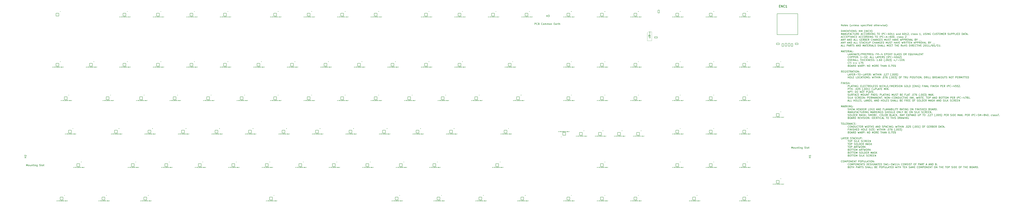
<source format=gbr>
%TF.GenerationSoftware,KiCad,Pcbnew,(5.1.8)-1*%
%TF.CreationDate,2021-04-14T20:46:23-04:00*%
%TF.ProjectId,694200101,36393432-3030-4313-9031-2e6b69636164,rev?*%
%TF.SameCoordinates,Original*%
%TF.FileFunction,Other,Fab,Top*%
%FSLAX46Y46*%
G04 Gerber Fmt 4.6, Leading zero omitted, Abs format (unit mm)*
G04 Created by KiCad (PCBNEW (5.1.8)-1) date 2021-04-14 20:46:24*
%MOMM*%
%LPD*%
G01*
G04 APERTURE LIST*
%ADD10C,0.150000*%
%ADD11C,0.200000*%
%ADD12C,0.127000*%
%ADD13C,0.100000*%
%ADD14C,0.254000*%
%ADD15C,0.015000*%
G04 APERTURE END LIST*
D10*
X460202595Y-10827380D02*
X460202595Y-9827380D01*
X460774023Y-10827380D01*
X460774023Y-9827380D01*
X461393071Y-10827380D02*
X461297833Y-10779761D01*
X461250214Y-10732142D01*
X461202595Y-10636904D01*
X461202595Y-10351190D01*
X461250214Y-10255952D01*
X461297833Y-10208333D01*
X461393071Y-10160714D01*
X461535928Y-10160714D01*
X461631166Y-10208333D01*
X461678785Y-10255952D01*
X461726404Y-10351190D01*
X461726404Y-10636904D01*
X461678785Y-10732142D01*
X461631166Y-10779761D01*
X461535928Y-10827380D01*
X461393071Y-10827380D01*
X462012119Y-10160714D02*
X462393071Y-10160714D01*
X462154976Y-9827380D02*
X462154976Y-10684523D01*
X462202595Y-10779761D01*
X462297833Y-10827380D01*
X462393071Y-10827380D01*
X463107357Y-10779761D02*
X463012119Y-10827380D01*
X462821642Y-10827380D01*
X462726404Y-10779761D01*
X462678785Y-10684523D01*
X462678785Y-10303571D01*
X462726404Y-10208333D01*
X462821642Y-10160714D01*
X463012119Y-10160714D01*
X463107357Y-10208333D01*
X463154976Y-10303571D01*
X463154976Y-10398809D01*
X462678785Y-10494047D01*
X463535928Y-10779761D02*
X463631166Y-10827380D01*
X463821642Y-10827380D01*
X463916880Y-10779761D01*
X463964500Y-10684523D01*
X463964500Y-10636904D01*
X463916880Y-10541666D01*
X463821642Y-10494047D01*
X463678785Y-10494047D01*
X463583547Y-10446428D01*
X463535928Y-10351190D01*
X463535928Y-10303571D01*
X463583547Y-10208333D01*
X463678785Y-10160714D01*
X463821642Y-10160714D01*
X463916880Y-10208333D01*
X465440690Y-11208333D02*
X465393071Y-11160714D01*
X465297833Y-11017857D01*
X465250214Y-10922619D01*
X465202595Y-10779761D01*
X465154976Y-10541666D01*
X465154976Y-10351190D01*
X465202595Y-10113095D01*
X465250214Y-9970238D01*
X465297833Y-9875000D01*
X465393071Y-9732142D01*
X465440690Y-9684523D01*
X466250214Y-10160714D02*
X466250214Y-10827380D01*
X465821642Y-10160714D02*
X465821642Y-10684523D01*
X465869261Y-10779761D01*
X465964500Y-10827380D01*
X466107357Y-10827380D01*
X466202595Y-10779761D01*
X466250214Y-10732142D01*
X466726404Y-10160714D02*
X466726404Y-10827380D01*
X466726404Y-10255952D02*
X466774023Y-10208333D01*
X466869261Y-10160714D01*
X467012119Y-10160714D01*
X467107357Y-10208333D01*
X467154976Y-10303571D01*
X467154976Y-10827380D01*
X467774023Y-10827380D02*
X467678785Y-10779761D01*
X467631166Y-10684523D01*
X467631166Y-9827380D01*
X468535928Y-10779761D02*
X468440690Y-10827380D01*
X468250214Y-10827380D01*
X468154976Y-10779761D01*
X468107357Y-10684523D01*
X468107357Y-10303571D01*
X468154976Y-10208333D01*
X468250214Y-10160714D01*
X468440690Y-10160714D01*
X468535928Y-10208333D01*
X468583547Y-10303571D01*
X468583547Y-10398809D01*
X468107357Y-10494047D01*
X468964500Y-10779761D02*
X469059738Y-10827380D01*
X469250214Y-10827380D01*
X469345452Y-10779761D01*
X469393071Y-10684523D01*
X469393071Y-10636904D01*
X469345452Y-10541666D01*
X469250214Y-10494047D01*
X469107357Y-10494047D01*
X469012119Y-10446428D01*
X468964500Y-10351190D01*
X468964500Y-10303571D01*
X469012119Y-10208333D01*
X469107357Y-10160714D01*
X469250214Y-10160714D01*
X469345452Y-10208333D01*
X469774023Y-10779761D02*
X469869261Y-10827380D01*
X470059738Y-10827380D01*
X470154976Y-10779761D01*
X470202595Y-10684523D01*
X470202595Y-10636904D01*
X470154976Y-10541666D01*
X470059738Y-10494047D01*
X469916880Y-10494047D01*
X469821642Y-10446428D01*
X469774023Y-10351190D01*
X469774023Y-10303571D01*
X469821642Y-10208333D01*
X469916880Y-10160714D01*
X470059738Y-10160714D01*
X470154976Y-10208333D01*
X471345452Y-10779761D02*
X471440690Y-10827380D01*
X471631166Y-10827380D01*
X471726404Y-10779761D01*
X471774023Y-10684523D01*
X471774023Y-10636904D01*
X471726404Y-10541666D01*
X471631166Y-10494047D01*
X471488309Y-10494047D01*
X471393071Y-10446428D01*
X471345452Y-10351190D01*
X471345452Y-10303571D01*
X471393071Y-10208333D01*
X471488309Y-10160714D01*
X471631166Y-10160714D01*
X471726404Y-10208333D01*
X472202595Y-10160714D02*
X472202595Y-11160714D01*
X472202595Y-10208333D02*
X472297833Y-10160714D01*
X472488309Y-10160714D01*
X472583547Y-10208333D01*
X472631166Y-10255952D01*
X472678785Y-10351190D01*
X472678785Y-10636904D01*
X472631166Y-10732142D01*
X472583547Y-10779761D01*
X472488309Y-10827380D01*
X472297833Y-10827380D01*
X472202595Y-10779761D01*
X473488309Y-10779761D02*
X473393071Y-10827380D01*
X473202595Y-10827380D01*
X473107357Y-10779761D01*
X473059738Y-10684523D01*
X473059738Y-10303571D01*
X473107357Y-10208333D01*
X473202595Y-10160714D01*
X473393071Y-10160714D01*
X473488309Y-10208333D01*
X473535928Y-10303571D01*
X473535928Y-10398809D01*
X473059738Y-10494047D01*
X474393071Y-10779761D02*
X474297833Y-10827380D01*
X474107357Y-10827380D01*
X474012119Y-10779761D01*
X473964500Y-10732142D01*
X473916880Y-10636904D01*
X473916880Y-10351190D01*
X473964500Y-10255952D01*
X474012119Y-10208333D01*
X474107357Y-10160714D01*
X474297833Y-10160714D01*
X474393071Y-10208333D01*
X474821642Y-10827380D02*
X474821642Y-10160714D01*
X474821642Y-9827380D02*
X474774023Y-9875000D01*
X474821642Y-9922619D01*
X474869261Y-9875000D01*
X474821642Y-9827380D01*
X474821642Y-9922619D01*
X475154976Y-10160714D02*
X475535928Y-10160714D01*
X475297833Y-10827380D02*
X475297833Y-9970238D01*
X475345452Y-9875000D01*
X475440690Y-9827380D01*
X475535928Y-9827380D01*
X475869261Y-10827380D02*
X475869261Y-10160714D01*
X475869261Y-9827380D02*
X475821642Y-9875000D01*
X475869261Y-9922619D01*
X475916880Y-9875000D01*
X475869261Y-9827380D01*
X475869261Y-9922619D01*
X476726404Y-10779761D02*
X476631166Y-10827380D01*
X476440690Y-10827380D01*
X476345452Y-10779761D01*
X476297833Y-10684523D01*
X476297833Y-10303571D01*
X476345452Y-10208333D01*
X476440690Y-10160714D01*
X476631166Y-10160714D01*
X476726404Y-10208333D01*
X476774023Y-10303571D01*
X476774023Y-10398809D01*
X476297833Y-10494047D01*
X477631166Y-10827380D02*
X477631166Y-9827380D01*
X477631166Y-10779761D02*
X477535928Y-10827380D01*
X477345452Y-10827380D01*
X477250214Y-10779761D01*
X477202595Y-10732142D01*
X477154976Y-10636904D01*
X477154976Y-10351190D01*
X477202595Y-10255952D01*
X477250214Y-10208333D01*
X477345452Y-10160714D01*
X477535928Y-10160714D01*
X477631166Y-10208333D01*
X479012119Y-10827380D02*
X478916880Y-10779761D01*
X478869261Y-10732142D01*
X478821642Y-10636904D01*
X478821642Y-10351190D01*
X478869261Y-10255952D01*
X478916880Y-10208333D01*
X479012119Y-10160714D01*
X479154976Y-10160714D01*
X479250214Y-10208333D01*
X479297833Y-10255952D01*
X479345452Y-10351190D01*
X479345452Y-10636904D01*
X479297833Y-10732142D01*
X479250214Y-10779761D01*
X479154976Y-10827380D01*
X479012119Y-10827380D01*
X479631166Y-10160714D02*
X480012119Y-10160714D01*
X479774023Y-9827380D02*
X479774023Y-10684523D01*
X479821642Y-10779761D01*
X479916880Y-10827380D01*
X480012119Y-10827380D01*
X480345452Y-10827380D02*
X480345452Y-9827380D01*
X480774023Y-10827380D02*
X480774023Y-10303571D01*
X480726404Y-10208333D01*
X480631166Y-10160714D01*
X480488309Y-10160714D01*
X480393071Y-10208333D01*
X480345452Y-10255952D01*
X481631166Y-10779761D02*
X481535928Y-10827380D01*
X481345452Y-10827380D01*
X481250214Y-10779761D01*
X481202595Y-10684523D01*
X481202595Y-10303571D01*
X481250214Y-10208333D01*
X481345452Y-10160714D01*
X481535928Y-10160714D01*
X481631166Y-10208333D01*
X481678785Y-10303571D01*
X481678785Y-10398809D01*
X481202595Y-10494047D01*
X482107357Y-10827380D02*
X482107357Y-10160714D01*
X482107357Y-10351190D02*
X482154976Y-10255952D01*
X482202595Y-10208333D01*
X482297833Y-10160714D01*
X482393071Y-10160714D01*
X482631166Y-10160714D02*
X482821642Y-10827380D01*
X483012119Y-10351190D01*
X483202595Y-10827380D01*
X483393071Y-10160714D01*
X483774023Y-10827380D02*
X483774023Y-10160714D01*
X483774023Y-9827380D02*
X483726404Y-9875000D01*
X483774023Y-9922619D01*
X483821642Y-9875000D01*
X483774023Y-9827380D01*
X483774023Y-9922619D01*
X484202595Y-10779761D02*
X484297833Y-10827380D01*
X484488309Y-10827380D01*
X484583547Y-10779761D01*
X484631166Y-10684523D01*
X484631166Y-10636904D01*
X484583547Y-10541666D01*
X484488309Y-10494047D01*
X484345452Y-10494047D01*
X484250214Y-10446428D01*
X484202595Y-10351190D01*
X484202595Y-10303571D01*
X484250214Y-10208333D01*
X484345452Y-10160714D01*
X484488309Y-10160714D01*
X484583547Y-10208333D01*
X485440690Y-10779761D02*
X485345452Y-10827380D01*
X485154976Y-10827380D01*
X485059738Y-10779761D01*
X485012119Y-10684523D01*
X485012119Y-10303571D01*
X485059738Y-10208333D01*
X485154976Y-10160714D01*
X485345452Y-10160714D01*
X485440690Y-10208333D01*
X485488309Y-10303571D01*
X485488309Y-10398809D01*
X485012119Y-10494047D01*
X485821642Y-11208333D02*
X485869261Y-11160714D01*
X485964500Y-11017857D01*
X486012119Y-10922619D01*
X486059738Y-10779761D01*
X486107357Y-10541666D01*
X486107357Y-10351190D01*
X486059738Y-10113095D01*
X486012119Y-9970238D01*
X485964500Y-9875000D01*
X485869261Y-9732142D01*
X485821642Y-9684523D01*
X486583547Y-10732142D02*
X486631166Y-10779761D01*
X486583547Y-10827380D01*
X486535928Y-10779761D01*
X486583547Y-10732142D01*
X486583547Y-10827380D01*
X486583547Y-10208333D02*
X486631166Y-10255952D01*
X486583547Y-10303571D01*
X486535928Y-10255952D01*
X486583547Y-10208333D01*
X486583547Y-10303571D01*
X460202595Y-14127380D02*
X460202595Y-13127380D01*
X460440690Y-13127380D01*
X460583547Y-13175000D01*
X460678785Y-13270238D01*
X460726404Y-13365476D01*
X460774023Y-13555952D01*
X460774023Y-13698809D01*
X460726404Y-13889285D01*
X460678785Y-13984523D01*
X460583547Y-14079761D01*
X460440690Y-14127380D01*
X460202595Y-14127380D01*
X461202595Y-14127380D02*
X461202595Y-13127380D01*
X461678785Y-14127380D02*
X461678785Y-13127380D01*
X462012119Y-13841666D01*
X462345452Y-13127380D01*
X462345452Y-14127380D01*
X462821642Y-13603571D02*
X463154976Y-13603571D01*
X463297833Y-14127380D02*
X462821642Y-14127380D01*
X462821642Y-13127380D01*
X463297833Y-13127380D01*
X463726404Y-14127380D02*
X463726404Y-13127380D01*
X464297833Y-14127380D01*
X464297833Y-13127380D01*
X464631166Y-13127380D02*
X465202595Y-13127380D01*
X464916880Y-14127380D02*
X464916880Y-13127380D01*
X465535928Y-14127380D02*
X465535928Y-13127380D01*
X466202595Y-13127380D02*
X466393071Y-13127380D01*
X466488309Y-13175000D01*
X466583547Y-13270238D01*
X466631166Y-13460714D01*
X466631166Y-13794047D01*
X466583547Y-13984523D01*
X466488309Y-14079761D01*
X466393071Y-14127380D01*
X466202595Y-14127380D01*
X466107357Y-14079761D01*
X466012119Y-13984523D01*
X465964500Y-13794047D01*
X465964500Y-13460714D01*
X466012119Y-13270238D01*
X466107357Y-13175000D01*
X466202595Y-13127380D01*
X467059738Y-14127380D02*
X467059738Y-13127380D01*
X467631166Y-14127380D01*
X467631166Y-13127380D01*
X468059738Y-14079761D02*
X468202595Y-14127380D01*
X468440690Y-14127380D01*
X468535928Y-14079761D01*
X468583547Y-14032142D01*
X468631166Y-13936904D01*
X468631166Y-13841666D01*
X468583547Y-13746428D01*
X468535928Y-13698809D01*
X468440690Y-13651190D01*
X468250214Y-13603571D01*
X468154976Y-13555952D01*
X468107357Y-13508333D01*
X468059738Y-13413095D01*
X468059738Y-13317857D01*
X468107357Y-13222619D01*
X468154976Y-13175000D01*
X468250214Y-13127380D01*
X468488309Y-13127380D01*
X468631166Y-13175000D01*
X469059738Y-14032142D02*
X469107357Y-14079761D01*
X469059738Y-14127380D01*
X469012119Y-14079761D01*
X469059738Y-14032142D01*
X469059738Y-14127380D01*
X469059738Y-13508333D02*
X469107357Y-13555952D01*
X469059738Y-13603571D01*
X469012119Y-13555952D01*
X469059738Y-13508333D01*
X469059738Y-13603571D01*
X470297833Y-14127380D02*
X470297833Y-13127380D01*
X470631166Y-13841666D01*
X470964500Y-13127380D01*
X470964500Y-14127380D01*
X471440690Y-14127380D02*
X471440690Y-13127380D01*
X471774023Y-13841666D01*
X472107357Y-13127380D01*
X472107357Y-14127380D01*
X473631166Y-14508333D02*
X473583547Y-14460714D01*
X473488309Y-14317857D01*
X473440690Y-14222619D01*
X473393071Y-14079761D01*
X473345452Y-13841666D01*
X473345452Y-13651190D01*
X473393071Y-13413095D01*
X473440690Y-13270238D01*
X473488309Y-13175000D01*
X473583547Y-13032142D01*
X473631166Y-12984523D01*
X474012119Y-14127380D02*
X474012119Y-13127380D01*
X474488309Y-14127380D02*
X474488309Y-13127380D01*
X475059738Y-14127380D01*
X475059738Y-13127380D01*
X476107357Y-14032142D02*
X476059738Y-14079761D01*
X475916880Y-14127380D01*
X475821642Y-14127380D01*
X475678785Y-14079761D01*
X475583547Y-13984523D01*
X475535928Y-13889285D01*
X475488309Y-13698809D01*
X475488309Y-13555952D01*
X475535928Y-13365476D01*
X475583547Y-13270238D01*
X475678785Y-13175000D01*
X475821642Y-13127380D01*
X475916880Y-13127380D01*
X476059738Y-13175000D01*
X476107357Y-13222619D01*
X476535928Y-14127380D02*
X476535928Y-13127380D01*
X476535928Y-13603571D02*
X477107357Y-13603571D01*
X477107357Y-14127380D02*
X477107357Y-13127380D01*
X477488309Y-14508333D02*
X477535928Y-14460714D01*
X477631166Y-14317857D01*
X477678785Y-14222619D01*
X477726404Y-14079761D01*
X477774023Y-13841666D01*
X477774023Y-13651190D01*
X477726404Y-13413095D01*
X477678785Y-13270238D01*
X477631166Y-13175000D01*
X477535928Y-13032142D01*
X477488309Y-12984523D01*
X460202595Y-15777380D02*
X460202595Y-14777380D01*
X460535928Y-15491666D01*
X460869261Y-14777380D01*
X460869261Y-15777380D01*
X461297833Y-15491666D02*
X461774023Y-15491666D01*
X461202595Y-15777380D02*
X461535928Y-14777380D01*
X461869261Y-15777380D01*
X462202595Y-15777380D02*
X462202595Y-14777380D01*
X462774023Y-15777380D01*
X462774023Y-14777380D01*
X463250214Y-14777380D02*
X463250214Y-15586904D01*
X463297833Y-15682142D01*
X463345452Y-15729761D01*
X463440690Y-15777380D01*
X463631166Y-15777380D01*
X463726404Y-15729761D01*
X463774023Y-15682142D01*
X463821642Y-15586904D01*
X463821642Y-14777380D01*
X464631166Y-15253571D02*
X464297833Y-15253571D01*
X464297833Y-15777380D02*
X464297833Y-14777380D01*
X464774023Y-14777380D01*
X465107357Y-15491666D02*
X465583547Y-15491666D01*
X465012119Y-15777380D02*
X465345452Y-14777380D01*
X465678785Y-15777380D01*
X466583547Y-15682142D02*
X466535928Y-15729761D01*
X466393071Y-15777380D01*
X466297833Y-15777380D01*
X466154976Y-15729761D01*
X466059738Y-15634523D01*
X466012119Y-15539285D01*
X465964500Y-15348809D01*
X465964500Y-15205952D01*
X466012119Y-15015476D01*
X466059738Y-14920238D01*
X466154976Y-14825000D01*
X466297833Y-14777380D01*
X466393071Y-14777380D01*
X466535928Y-14825000D01*
X466583547Y-14872619D01*
X466869261Y-14777380D02*
X467440690Y-14777380D01*
X467154976Y-15777380D02*
X467154976Y-14777380D01*
X467774023Y-14777380D02*
X467774023Y-15586904D01*
X467821642Y-15682142D01*
X467869261Y-15729761D01*
X467964500Y-15777380D01*
X468154976Y-15777380D01*
X468250214Y-15729761D01*
X468297833Y-15682142D01*
X468345452Y-15586904D01*
X468345452Y-14777380D01*
X469393071Y-15777380D02*
X469059738Y-15301190D01*
X468821642Y-15777380D02*
X468821642Y-14777380D01*
X469202595Y-14777380D01*
X469297833Y-14825000D01*
X469345452Y-14872619D01*
X469393071Y-14967857D01*
X469393071Y-15110714D01*
X469345452Y-15205952D01*
X469297833Y-15253571D01*
X469202595Y-15301190D01*
X468821642Y-15301190D01*
X469821642Y-15253571D02*
X470154976Y-15253571D01*
X470297833Y-15777380D02*
X469821642Y-15777380D01*
X469821642Y-14777380D01*
X470297833Y-14777380D01*
X471440690Y-15491666D02*
X471916880Y-15491666D01*
X471345452Y-15777380D02*
X471678785Y-14777380D01*
X472012119Y-15777380D01*
X472916880Y-15682142D02*
X472869261Y-15729761D01*
X472726404Y-15777380D01*
X472631166Y-15777380D01*
X472488309Y-15729761D01*
X472393071Y-15634523D01*
X472345452Y-15539285D01*
X472297833Y-15348809D01*
X472297833Y-15205952D01*
X472345452Y-15015476D01*
X472393071Y-14920238D01*
X472488309Y-14825000D01*
X472631166Y-14777380D01*
X472726404Y-14777380D01*
X472869261Y-14825000D01*
X472916880Y-14872619D01*
X473916880Y-15682142D02*
X473869261Y-15729761D01*
X473726404Y-15777380D01*
X473631166Y-15777380D01*
X473488309Y-15729761D01*
X473393071Y-15634523D01*
X473345452Y-15539285D01*
X473297833Y-15348809D01*
X473297833Y-15205952D01*
X473345452Y-15015476D01*
X473393071Y-14920238D01*
X473488309Y-14825000D01*
X473631166Y-14777380D01*
X473726404Y-14777380D01*
X473869261Y-14825000D01*
X473916880Y-14872619D01*
X474535928Y-14777380D02*
X474726404Y-14777380D01*
X474821642Y-14825000D01*
X474916880Y-14920238D01*
X474964500Y-15110714D01*
X474964500Y-15444047D01*
X474916880Y-15634523D01*
X474821642Y-15729761D01*
X474726404Y-15777380D01*
X474535928Y-15777380D01*
X474440690Y-15729761D01*
X474345452Y-15634523D01*
X474297833Y-15444047D01*
X474297833Y-15110714D01*
X474345452Y-14920238D01*
X474440690Y-14825000D01*
X474535928Y-14777380D01*
X475964500Y-15777380D02*
X475631166Y-15301190D01*
X475393071Y-15777380D02*
X475393071Y-14777380D01*
X475774023Y-14777380D01*
X475869261Y-14825000D01*
X475916880Y-14872619D01*
X475964500Y-14967857D01*
X475964500Y-15110714D01*
X475916880Y-15205952D01*
X475869261Y-15253571D01*
X475774023Y-15301190D01*
X475393071Y-15301190D01*
X476393071Y-15777380D02*
X476393071Y-14777380D01*
X476631166Y-14777380D01*
X476774023Y-14825000D01*
X476869261Y-14920238D01*
X476916880Y-15015476D01*
X476964500Y-15205952D01*
X476964500Y-15348809D01*
X476916880Y-15539285D01*
X476869261Y-15634523D01*
X476774023Y-15729761D01*
X476631166Y-15777380D01*
X476393071Y-15777380D01*
X477393071Y-15777380D02*
X477393071Y-14777380D01*
X477869261Y-15777380D02*
X477869261Y-14777380D01*
X478440690Y-15777380D01*
X478440690Y-14777380D01*
X479440690Y-14825000D02*
X479345452Y-14777380D01*
X479202595Y-14777380D01*
X479059738Y-14825000D01*
X478964500Y-14920238D01*
X478916880Y-15015476D01*
X478869261Y-15205952D01*
X478869261Y-15348809D01*
X478916880Y-15539285D01*
X478964500Y-15634523D01*
X479059738Y-15729761D01*
X479202595Y-15777380D01*
X479297833Y-15777380D01*
X479440690Y-15729761D01*
X479488309Y-15682142D01*
X479488309Y-15348809D01*
X479297833Y-15348809D01*
X480535928Y-14777380D02*
X481107357Y-14777380D01*
X480821642Y-15777380D02*
X480821642Y-14777380D01*
X481631166Y-14777380D02*
X481821642Y-14777380D01*
X481916880Y-14825000D01*
X482012119Y-14920238D01*
X482059738Y-15110714D01*
X482059738Y-15444047D01*
X482012119Y-15634523D01*
X481916880Y-15729761D01*
X481821642Y-15777380D01*
X481631166Y-15777380D01*
X481535928Y-15729761D01*
X481440690Y-15634523D01*
X481393071Y-15444047D01*
X481393071Y-15110714D01*
X481440690Y-14920238D01*
X481535928Y-14825000D01*
X481631166Y-14777380D01*
X483250214Y-15777380D02*
X483250214Y-14777380D01*
X483726404Y-15777380D02*
X483726404Y-14777380D01*
X484107357Y-14777380D01*
X484202595Y-14825000D01*
X484250214Y-14872619D01*
X484297833Y-14967857D01*
X484297833Y-15110714D01*
X484250214Y-15205952D01*
X484202595Y-15253571D01*
X484107357Y-15301190D01*
X483726404Y-15301190D01*
X485297833Y-15682142D02*
X485250214Y-15729761D01*
X485107357Y-15777380D01*
X485012119Y-15777380D01*
X484869261Y-15729761D01*
X484774023Y-15634523D01*
X484726404Y-15539285D01*
X484678785Y-15348809D01*
X484678785Y-15205952D01*
X484726404Y-15015476D01*
X484774023Y-14920238D01*
X484869261Y-14825000D01*
X485012119Y-14777380D01*
X485107357Y-14777380D01*
X485250214Y-14825000D01*
X485297833Y-14872619D01*
X485726404Y-15396428D02*
X486488309Y-15396428D01*
X487393071Y-14777380D02*
X487202595Y-14777380D01*
X487107357Y-14825000D01*
X487059738Y-14872619D01*
X486964500Y-15015476D01*
X486916880Y-15205952D01*
X486916880Y-15586904D01*
X486964500Y-15682142D01*
X487012119Y-15729761D01*
X487107357Y-15777380D01*
X487297833Y-15777380D01*
X487393071Y-15729761D01*
X487440690Y-15682142D01*
X487488309Y-15586904D01*
X487488309Y-15348809D01*
X487440690Y-15253571D01*
X487393071Y-15205952D01*
X487297833Y-15158333D01*
X487107357Y-15158333D01*
X487012119Y-15205952D01*
X486964500Y-15253571D01*
X486916880Y-15348809D01*
X488107357Y-14777380D02*
X488202595Y-14777380D01*
X488297833Y-14825000D01*
X488345452Y-14872619D01*
X488393071Y-14967857D01*
X488440690Y-15158333D01*
X488440690Y-15396428D01*
X488393071Y-15586904D01*
X488345452Y-15682142D01*
X488297833Y-15729761D01*
X488202595Y-15777380D01*
X488107357Y-15777380D01*
X488012119Y-15729761D01*
X487964500Y-15682142D01*
X487916880Y-15586904D01*
X487869261Y-15396428D01*
X487869261Y-15158333D01*
X487916880Y-14967857D01*
X487964500Y-14872619D01*
X488012119Y-14825000D01*
X488107357Y-14777380D01*
X489393071Y-15777380D02*
X488821642Y-15777380D01*
X489107357Y-15777380D02*
X489107357Y-14777380D01*
X489012119Y-14920238D01*
X488916880Y-15015476D01*
X488821642Y-15063095D01*
X490345452Y-15777380D02*
X489774023Y-15777380D01*
X490059738Y-15777380D02*
X490059738Y-14777380D01*
X489964500Y-14920238D01*
X489869261Y-15015476D01*
X489774023Y-15063095D01*
X491964500Y-15777380D02*
X491964500Y-15253571D01*
X491916880Y-15158333D01*
X491821642Y-15110714D01*
X491631166Y-15110714D01*
X491535928Y-15158333D01*
X491964500Y-15729761D02*
X491869261Y-15777380D01*
X491631166Y-15777380D01*
X491535928Y-15729761D01*
X491488309Y-15634523D01*
X491488309Y-15539285D01*
X491535928Y-15444047D01*
X491631166Y-15396428D01*
X491869261Y-15396428D01*
X491964500Y-15348809D01*
X492440690Y-15110714D02*
X492440690Y-15777380D01*
X492440690Y-15205952D02*
X492488309Y-15158333D01*
X492583547Y-15110714D01*
X492726404Y-15110714D01*
X492821642Y-15158333D01*
X492869261Y-15253571D01*
X492869261Y-15777380D01*
X493774023Y-15777380D02*
X493774023Y-14777380D01*
X493774023Y-15729761D02*
X493678785Y-15777380D01*
X493488309Y-15777380D01*
X493393071Y-15729761D01*
X493345452Y-15682142D01*
X493297833Y-15586904D01*
X493297833Y-15301190D01*
X493345452Y-15205952D01*
X493393071Y-15158333D01*
X493488309Y-15110714D01*
X493678785Y-15110714D01*
X493774023Y-15158333D01*
X495440690Y-14777380D02*
X495250214Y-14777380D01*
X495154976Y-14825000D01*
X495107357Y-14872619D01*
X495012119Y-15015476D01*
X494964500Y-15205952D01*
X494964500Y-15586904D01*
X495012119Y-15682142D01*
X495059738Y-15729761D01*
X495154976Y-15777380D01*
X495345452Y-15777380D01*
X495440690Y-15729761D01*
X495488309Y-15682142D01*
X495535928Y-15586904D01*
X495535928Y-15348809D01*
X495488309Y-15253571D01*
X495440690Y-15205952D01*
X495345452Y-15158333D01*
X495154976Y-15158333D01*
X495059738Y-15205952D01*
X495012119Y-15253571D01*
X494964500Y-15348809D01*
X496154976Y-14777380D02*
X496250214Y-14777380D01*
X496345452Y-14825000D01*
X496393071Y-14872619D01*
X496440690Y-14967857D01*
X496488309Y-15158333D01*
X496488309Y-15396428D01*
X496440690Y-15586904D01*
X496393071Y-15682142D01*
X496345452Y-15729761D01*
X496250214Y-15777380D01*
X496154976Y-15777380D01*
X496059738Y-15729761D01*
X496012119Y-15682142D01*
X495964500Y-15586904D01*
X495916880Y-15396428D01*
X495916880Y-15158333D01*
X495964500Y-14967857D01*
X496012119Y-14872619D01*
X496059738Y-14825000D01*
X496154976Y-14777380D01*
X497440690Y-15777380D02*
X496869261Y-15777380D01*
X497154976Y-15777380D02*
X497154976Y-14777380D01*
X497059738Y-14920238D01*
X496964500Y-15015476D01*
X496869261Y-15063095D01*
X497821642Y-14872619D02*
X497869261Y-14825000D01*
X497964500Y-14777380D01*
X498202595Y-14777380D01*
X498297833Y-14825000D01*
X498345452Y-14872619D01*
X498393071Y-14967857D01*
X498393071Y-15063095D01*
X498345452Y-15205952D01*
X497774023Y-15777380D01*
X498393071Y-15777380D01*
X498869261Y-15729761D02*
X498869261Y-15777380D01*
X498821642Y-15872619D01*
X498774023Y-15920238D01*
X500488309Y-15729761D02*
X500393071Y-15777380D01*
X500202595Y-15777380D01*
X500107357Y-15729761D01*
X500059738Y-15682142D01*
X500012119Y-15586904D01*
X500012119Y-15301190D01*
X500059738Y-15205952D01*
X500107357Y-15158333D01*
X500202595Y-15110714D01*
X500393071Y-15110714D01*
X500488309Y-15158333D01*
X501059738Y-15777380D02*
X500964500Y-15729761D01*
X500916880Y-15634523D01*
X500916880Y-14777380D01*
X501869261Y-15777380D02*
X501869261Y-15253571D01*
X501821642Y-15158333D01*
X501726404Y-15110714D01*
X501535928Y-15110714D01*
X501440690Y-15158333D01*
X501869261Y-15729761D02*
X501774023Y-15777380D01*
X501535928Y-15777380D01*
X501440690Y-15729761D01*
X501393071Y-15634523D01*
X501393071Y-15539285D01*
X501440690Y-15444047D01*
X501535928Y-15396428D01*
X501774023Y-15396428D01*
X501869261Y-15348809D01*
X502297833Y-15729761D02*
X502393071Y-15777380D01*
X502583547Y-15777380D01*
X502678785Y-15729761D01*
X502726404Y-15634523D01*
X502726404Y-15586904D01*
X502678785Y-15491666D01*
X502583547Y-15444047D01*
X502440690Y-15444047D01*
X502345452Y-15396428D01*
X502297833Y-15301190D01*
X502297833Y-15253571D01*
X502345452Y-15158333D01*
X502440690Y-15110714D01*
X502583547Y-15110714D01*
X502678785Y-15158333D01*
X503107357Y-15729761D02*
X503202595Y-15777380D01*
X503393071Y-15777380D01*
X503488309Y-15729761D01*
X503535928Y-15634523D01*
X503535928Y-15586904D01*
X503488309Y-15491666D01*
X503393071Y-15444047D01*
X503250214Y-15444047D01*
X503154976Y-15396428D01*
X503107357Y-15301190D01*
X503107357Y-15253571D01*
X503154976Y-15158333D01*
X503250214Y-15110714D01*
X503393071Y-15110714D01*
X503488309Y-15158333D01*
X505250214Y-15777380D02*
X504678785Y-15777380D01*
X504964500Y-15777380D02*
X504964500Y-14777380D01*
X504869261Y-14920238D01*
X504774023Y-15015476D01*
X504678785Y-15063095D01*
X505726404Y-15729761D02*
X505726404Y-15777380D01*
X505678785Y-15872619D01*
X505631166Y-15920238D01*
X506916880Y-14777380D02*
X506916880Y-15586904D01*
X506964500Y-15682142D01*
X507012119Y-15729761D01*
X507107357Y-15777380D01*
X507297833Y-15777380D01*
X507393071Y-15729761D01*
X507440690Y-15682142D01*
X507488309Y-15586904D01*
X507488309Y-14777380D01*
X507916880Y-15729761D02*
X508059738Y-15777380D01*
X508297833Y-15777380D01*
X508393071Y-15729761D01*
X508440690Y-15682142D01*
X508488309Y-15586904D01*
X508488309Y-15491666D01*
X508440690Y-15396428D01*
X508393071Y-15348809D01*
X508297833Y-15301190D01*
X508107357Y-15253571D01*
X508012119Y-15205952D01*
X507964500Y-15158333D01*
X507916880Y-15063095D01*
X507916880Y-14967857D01*
X507964500Y-14872619D01*
X508012119Y-14825000D01*
X508107357Y-14777380D01*
X508345452Y-14777380D01*
X508488309Y-14825000D01*
X508916880Y-15777380D02*
X508916880Y-14777380D01*
X509393071Y-15777380D02*
X509393071Y-14777380D01*
X509964500Y-15777380D01*
X509964500Y-14777380D01*
X510964500Y-14825000D02*
X510869261Y-14777380D01*
X510726404Y-14777380D01*
X510583547Y-14825000D01*
X510488309Y-14920238D01*
X510440690Y-15015476D01*
X510393071Y-15205952D01*
X510393071Y-15348809D01*
X510440690Y-15539285D01*
X510488309Y-15634523D01*
X510583547Y-15729761D01*
X510726404Y-15777380D01*
X510821642Y-15777380D01*
X510964500Y-15729761D01*
X511012119Y-15682142D01*
X511012119Y-15348809D01*
X510821642Y-15348809D01*
X512774023Y-15682142D02*
X512726404Y-15729761D01*
X512583547Y-15777380D01*
X512488309Y-15777380D01*
X512345452Y-15729761D01*
X512250214Y-15634523D01*
X512202595Y-15539285D01*
X512154976Y-15348809D01*
X512154976Y-15205952D01*
X512202595Y-15015476D01*
X512250214Y-14920238D01*
X512345452Y-14825000D01*
X512488309Y-14777380D01*
X512583547Y-14777380D01*
X512726404Y-14825000D01*
X512774023Y-14872619D01*
X513202595Y-14777380D02*
X513202595Y-15586904D01*
X513250214Y-15682142D01*
X513297833Y-15729761D01*
X513393071Y-15777380D01*
X513583547Y-15777380D01*
X513678785Y-15729761D01*
X513726404Y-15682142D01*
X513774023Y-15586904D01*
X513774023Y-14777380D01*
X514202595Y-15729761D02*
X514345452Y-15777380D01*
X514583547Y-15777380D01*
X514678785Y-15729761D01*
X514726404Y-15682142D01*
X514774023Y-15586904D01*
X514774023Y-15491666D01*
X514726404Y-15396428D01*
X514678785Y-15348809D01*
X514583547Y-15301190D01*
X514393071Y-15253571D01*
X514297833Y-15205952D01*
X514250214Y-15158333D01*
X514202595Y-15063095D01*
X514202595Y-14967857D01*
X514250214Y-14872619D01*
X514297833Y-14825000D01*
X514393071Y-14777380D01*
X514631166Y-14777380D01*
X514774023Y-14825000D01*
X515059738Y-14777380D02*
X515631166Y-14777380D01*
X515345452Y-15777380D02*
X515345452Y-14777380D01*
X516154976Y-14777380D02*
X516345452Y-14777380D01*
X516440690Y-14825000D01*
X516535928Y-14920238D01*
X516583547Y-15110714D01*
X516583547Y-15444047D01*
X516535928Y-15634523D01*
X516440690Y-15729761D01*
X516345452Y-15777380D01*
X516154976Y-15777380D01*
X516059738Y-15729761D01*
X515964500Y-15634523D01*
X515916880Y-15444047D01*
X515916880Y-15110714D01*
X515964500Y-14920238D01*
X516059738Y-14825000D01*
X516154976Y-14777380D01*
X517012119Y-15777380D02*
X517012119Y-14777380D01*
X517345452Y-15491666D01*
X517678785Y-14777380D01*
X517678785Y-15777380D01*
X518154976Y-15253571D02*
X518488309Y-15253571D01*
X518631166Y-15777380D02*
X518154976Y-15777380D01*
X518154976Y-14777380D01*
X518631166Y-14777380D01*
X519631166Y-15777380D02*
X519297833Y-15301190D01*
X519059738Y-15777380D02*
X519059738Y-14777380D01*
X519440690Y-14777380D01*
X519535928Y-14825000D01*
X519583547Y-14872619D01*
X519631166Y-14967857D01*
X519631166Y-15110714D01*
X519583547Y-15205952D01*
X519535928Y-15253571D01*
X519440690Y-15301190D01*
X519059738Y-15301190D01*
X520774023Y-15729761D02*
X520916880Y-15777380D01*
X521154976Y-15777380D01*
X521250214Y-15729761D01*
X521297833Y-15682142D01*
X521345452Y-15586904D01*
X521345452Y-15491666D01*
X521297833Y-15396428D01*
X521250214Y-15348809D01*
X521154976Y-15301190D01*
X520964500Y-15253571D01*
X520869261Y-15205952D01*
X520821642Y-15158333D01*
X520774023Y-15063095D01*
X520774023Y-14967857D01*
X520821642Y-14872619D01*
X520869261Y-14825000D01*
X520964500Y-14777380D01*
X521202595Y-14777380D01*
X521345452Y-14825000D01*
X521774023Y-14777380D02*
X521774023Y-15586904D01*
X521821642Y-15682142D01*
X521869261Y-15729761D01*
X521964500Y-15777380D01*
X522154976Y-15777380D01*
X522250214Y-15729761D01*
X522297833Y-15682142D01*
X522345452Y-15586904D01*
X522345452Y-14777380D01*
X522821642Y-15777380D02*
X522821642Y-14777380D01*
X523202595Y-14777380D01*
X523297833Y-14825000D01*
X523345452Y-14872619D01*
X523393071Y-14967857D01*
X523393071Y-15110714D01*
X523345452Y-15205952D01*
X523297833Y-15253571D01*
X523202595Y-15301190D01*
X522821642Y-15301190D01*
X523821642Y-15777380D02*
X523821642Y-14777380D01*
X524202595Y-14777380D01*
X524297833Y-14825000D01*
X524345452Y-14872619D01*
X524393071Y-14967857D01*
X524393071Y-15110714D01*
X524345452Y-15205952D01*
X524297833Y-15253571D01*
X524202595Y-15301190D01*
X523821642Y-15301190D01*
X525297833Y-15777380D02*
X524821642Y-15777380D01*
X524821642Y-14777380D01*
X525631166Y-15777380D02*
X525631166Y-14777380D01*
X526107357Y-15253571D02*
X526440690Y-15253571D01*
X526583547Y-15777380D02*
X526107357Y-15777380D01*
X526107357Y-14777380D01*
X526583547Y-14777380D01*
X527012119Y-15777380D02*
X527012119Y-14777380D01*
X527250214Y-14777380D01*
X527393071Y-14825000D01*
X527488309Y-14920238D01*
X527535928Y-15015476D01*
X527583547Y-15205952D01*
X527583547Y-15348809D01*
X527535928Y-15539285D01*
X527488309Y-15634523D01*
X527393071Y-15729761D01*
X527250214Y-15777380D01*
X527012119Y-15777380D01*
X528774023Y-15777380D02*
X528774023Y-14777380D01*
X529012119Y-14777380D01*
X529154976Y-14825000D01*
X529250214Y-14920238D01*
X529297833Y-15015476D01*
X529345452Y-15205952D01*
X529345452Y-15348809D01*
X529297833Y-15539285D01*
X529250214Y-15634523D01*
X529154976Y-15729761D01*
X529012119Y-15777380D01*
X528774023Y-15777380D01*
X529726404Y-15491666D02*
X530202595Y-15491666D01*
X529631166Y-15777380D02*
X529964500Y-14777380D01*
X530297833Y-15777380D01*
X530488309Y-14777380D02*
X531059738Y-14777380D01*
X530774023Y-15777380D02*
X530774023Y-14777380D01*
X531345452Y-15491666D02*
X531821642Y-15491666D01*
X531250214Y-15777380D02*
X531583547Y-14777380D01*
X531916880Y-15777380D01*
X532250214Y-15682142D02*
X532297833Y-15729761D01*
X532250214Y-15777380D01*
X532202595Y-15729761D01*
X532250214Y-15682142D01*
X532250214Y-15777380D01*
X460154976Y-17141666D02*
X460631166Y-17141666D01*
X460059738Y-17427380D02*
X460393071Y-16427380D01*
X460726404Y-17427380D01*
X461631166Y-17332142D02*
X461583547Y-17379761D01*
X461440690Y-17427380D01*
X461345452Y-17427380D01*
X461202595Y-17379761D01*
X461107357Y-17284523D01*
X461059738Y-17189285D01*
X461012119Y-16998809D01*
X461012119Y-16855952D01*
X461059738Y-16665476D01*
X461107357Y-16570238D01*
X461202595Y-16475000D01*
X461345452Y-16427380D01*
X461440690Y-16427380D01*
X461583547Y-16475000D01*
X461631166Y-16522619D01*
X462631166Y-17332142D02*
X462583547Y-17379761D01*
X462440690Y-17427380D01*
X462345452Y-17427380D01*
X462202595Y-17379761D01*
X462107357Y-17284523D01*
X462059738Y-17189285D01*
X462012119Y-16998809D01*
X462012119Y-16855952D01*
X462059738Y-16665476D01*
X462107357Y-16570238D01*
X462202595Y-16475000D01*
X462345452Y-16427380D01*
X462440690Y-16427380D01*
X462583547Y-16475000D01*
X462631166Y-16522619D01*
X463059738Y-16903571D02*
X463393071Y-16903571D01*
X463535928Y-17427380D02*
X463059738Y-17427380D01*
X463059738Y-16427380D01*
X463535928Y-16427380D01*
X463964500Y-17427380D02*
X463964500Y-16427380D01*
X464345452Y-16427380D01*
X464440690Y-16475000D01*
X464488309Y-16522619D01*
X464535928Y-16617857D01*
X464535928Y-16760714D01*
X464488309Y-16855952D01*
X464440690Y-16903571D01*
X464345452Y-16951190D01*
X463964500Y-16951190D01*
X464821642Y-16427380D02*
X465393071Y-16427380D01*
X465107357Y-17427380D02*
X465107357Y-16427380D01*
X465678785Y-17141666D02*
X466154976Y-17141666D01*
X465583547Y-17427380D02*
X465916880Y-16427380D01*
X466250214Y-17427380D01*
X466583547Y-17427380D02*
X466583547Y-16427380D01*
X467154976Y-17427380D01*
X467154976Y-16427380D01*
X468202595Y-17332142D02*
X468154976Y-17379761D01*
X468012119Y-17427380D01*
X467916880Y-17427380D01*
X467774023Y-17379761D01*
X467678785Y-17284523D01*
X467631166Y-17189285D01*
X467583547Y-16998809D01*
X467583547Y-16855952D01*
X467631166Y-16665476D01*
X467678785Y-16570238D01*
X467774023Y-16475000D01*
X467916880Y-16427380D01*
X468012119Y-16427380D01*
X468154976Y-16475000D01*
X468202595Y-16522619D01*
X468631166Y-16903571D02*
X468964500Y-16903571D01*
X469107357Y-17427380D02*
X468631166Y-17427380D01*
X468631166Y-16427380D01*
X469107357Y-16427380D01*
X470250214Y-17141666D02*
X470726404Y-17141666D01*
X470154976Y-17427380D02*
X470488309Y-16427380D01*
X470821642Y-17427380D01*
X471726404Y-17332142D02*
X471678785Y-17379761D01*
X471535928Y-17427380D01*
X471440690Y-17427380D01*
X471297833Y-17379761D01*
X471202595Y-17284523D01*
X471154976Y-17189285D01*
X471107357Y-16998809D01*
X471107357Y-16855952D01*
X471154976Y-16665476D01*
X471202595Y-16570238D01*
X471297833Y-16475000D01*
X471440690Y-16427380D01*
X471535928Y-16427380D01*
X471678785Y-16475000D01*
X471726404Y-16522619D01*
X472726404Y-17332142D02*
X472678785Y-17379761D01*
X472535928Y-17427380D01*
X472440690Y-17427380D01*
X472297833Y-17379761D01*
X472202595Y-17284523D01*
X472154976Y-17189285D01*
X472107357Y-16998809D01*
X472107357Y-16855952D01*
X472154976Y-16665476D01*
X472202595Y-16570238D01*
X472297833Y-16475000D01*
X472440690Y-16427380D01*
X472535928Y-16427380D01*
X472678785Y-16475000D01*
X472726404Y-16522619D01*
X473345452Y-16427380D02*
X473535928Y-16427380D01*
X473631166Y-16475000D01*
X473726404Y-16570238D01*
X473774023Y-16760714D01*
X473774023Y-17094047D01*
X473726404Y-17284523D01*
X473631166Y-17379761D01*
X473535928Y-17427380D01*
X473345452Y-17427380D01*
X473250214Y-17379761D01*
X473154976Y-17284523D01*
X473107357Y-17094047D01*
X473107357Y-16760714D01*
X473154976Y-16570238D01*
X473250214Y-16475000D01*
X473345452Y-16427380D01*
X474774023Y-17427380D02*
X474440690Y-16951190D01*
X474202595Y-17427380D02*
X474202595Y-16427380D01*
X474583547Y-16427380D01*
X474678785Y-16475000D01*
X474726404Y-16522619D01*
X474774023Y-16617857D01*
X474774023Y-16760714D01*
X474726404Y-16855952D01*
X474678785Y-16903571D01*
X474583547Y-16951190D01*
X474202595Y-16951190D01*
X475202595Y-17427380D02*
X475202595Y-16427380D01*
X475440690Y-16427380D01*
X475583547Y-16475000D01*
X475678785Y-16570238D01*
X475726404Y-16665476D01*
X475774023Y-16855952D01*
X475774023Y-16998809D01*
X475726404Y-17189285D01*
X475678785Y-17284523D01*
X475583547Y-17379761D01*
X475440690Y-17427380D01*
X475202595Y-17427380D01*
X476202595Y-17427380D02*
X476202595Y-16427380D01*
X476678785Y-17427380D02*
X476678785Y-16427380D01*
X477250214Y-17427380D01*
X477250214Y-16427380D01*
X478250214Y-16475000D02*
X478154976Y-16427380D01*
X478012119Y-16427380D01*
X477869261Y-16475000D01*
X477774023Y-16570238D01*
X477726404Y-16665476D01*
X477678785Y-16855952D01*
X477678785Y-16998809D01*
X477726404Y-17189285D01*
X477774023Y-17284523D01*
X477869261Y-17379761D01*
X478012119Y-17427380D01*
X478107357Y-17427380D01*
X478250214Y-17379761D01*
X478297833Y-17332142D01*
X478297833Y-16998809D01*
X478107357Y-16998809D01*
X479345452Y-16427380D02*
X479916880Y-16427380D01*
X479631166Y-17427380D02*
X479631166Y-16427380D01*
X480440690Y-16427380D02*
X480631166Y-16427380D01*
X480726404Y-16475000D01*
X480821642Y-16570238D01*
X480869261Y-16760714D01*
X480869261Y-17094047D01*
X480821642Y-17284523D01*
X480726404Y-17379761D01*
X480631166Y-17427380D01*
X480440690Y-17427380D01*
X480345452Y-17379761D01*
X480250214Y-17284523D01*
X480202595Y-17094047D01*
X480202595Y-16760714D01*
X480250214Y-16570238D01*
X480345452Y-16475000D01*
X480440690Y-16427380D01*
X482059738Y-17427380D02*
X482059738Y-16427380D01*
X482535928Y-17427380D02*
X482535928Y-16427380D01*
X482916880Y-16427380D01*
X483012119Y-16475000D01*
X483059738Y-16522619D01*
X483107357Y-16617857D01*
X483107357Y-16760714D01*
X483059738Y-16855952D01*
X483012119Y-16903571D01*
X482916880Y-16951190D01*
X482535928Y-16951190D01*
X484107357Y-17332142D02*
X484059738Y-17379761D01*
X483916880Y-17427380D01*
X483821642Y-17427380D01*
X483678785Y-17379761D01*
X483583547Y-17284523D01*
X483535928Y-17189285D01*
X483488309Y-16998809D01*
X483488309Y-16855952D01*
X483535928Y-16665476D01*
X483583547Y-16570238D01*
X483678785Y-16475000D01*
X483821642Y-16427380D01*
X483916880Y-16427380D01*
X484059738Y-16475000D01*
X484107357Y-16522619D01*
X484535928Y-17046428D02*
X485297833Y-17046428D01*
X485726404Y-17141666D02*
X486202595Y-17141666D01*
X485631166Y-17427380D02*
X485964500Y-16427380D01*
X486297833Y-17427380D01*
X486631166Y-17046428D02*
X487393071Y-17046428D01*
X488297833Y-16427380D02*
X488107357Y-16427380D01*
X488012119Y-16475000D01*
X487964500Y-16522619D01*
X487869261Y-16665476D01*
X487821642Y-16855952D01*
X487821642Y-17236904D01*
X487869261Y-17332142D01*
X487916880Y-17379761D01*
X488012119Y-17427380D01*
X488202595Y-17427380D01*
X488297833Y-17379761D01*
X488345452Y-17332142D01*
X488393071Y-17236904D01*
X488393071Y-16998809D01*
X488345452Y-16903571D01*
X488297833Y-16855952D01*
X488202595Y-16808333D01*
X488012119Y-16808333D01*
X487916880Y-16855952D01*
X487869261Y-16903571D01*
X487821642Y-16998809D01*
X489012119Y-16427380D02*
X489107357Y-16427380D01*
X489202595Y-16475000D01*
X489250214Y-16522619D01*
X489297833Y-16617857D01*
X489345452Y-16808333D01*
X489345452Y-17046428D01*
X489297833Y-17236904D01*
X489250214Y-17332142D01*
X489202595Y-17379761D01*
X489107357Y-17427380D01*
X489012119Y-17427380D01*
X488916880Y-17379761D01*
X488869261Y-17332142D01*
X488821642Y-17236904D01*
X488774023Y-17046428D01*
X488774023Y-16808333D01*
X488821642Y-16617857D01*
X488869261Y-16522619D01*
X488916880Y-16475000D01*
X489012119Y-16427380D01*
X489964500Y-16427380D02*
X490059738Y-16427380D01*
X490154976Y-16475000D01*
X490202595Y-16522619D01*
X490250214Y-16617857D01*
X490297833Y-16808333D01*
X490297833Y-17046428D01*
X490250214Y-17236904D01*
X490202595Y-17332142D01*
X490154976Y-17379761D01*
X490059738Y-17427380D01*
X489964500Y-17427380D01*
X489869261Y-17379761D01*
X489821642Y-17332142D01*
X489774023Y-17236904D01*
X489726404Y-17046428D01*
X489726404Y-16808333D01*
X489774023Y-16617857D01*
X489821642Y-16522619D01*
X489869261Y-16475000D01*
X489964500Y-16427380D01*
X490774023Y-17379761D02*
X490774023Y-17427380D01*
X490726404Y-17522619D01*
X490678785Y-17570238D01*
X492393071Y-17379761D02*
X492297833Y-17427380D01*
X492107357Y-17427380D01*
X492012119Y-17379761D01*
X491964500Y-17332142D01*
X491916880Y-17236904D01*
X491916880Y-16951190D01*
X491964500Y-16855952D01*
X492012119Y-16808333D01*
X492107357Y-16760714D01*
X492297833Y-16760714D01*
X492393071Y-16808333D01*
X492964500Y-17427380D02*
X492869261Y-17379761D01*
X492821642Y-17284523D01*
X492821642Y-16427380D01*
X493774023Y-17427380D02*
X493774023Y-16903571D01*
X493726404Y-16808333D01*
X493631166Y-16760714D01*
X493440690Y-16760714D01*
X493345452Y-16808333D01*
X493774023Y-17379761D02*
X493678785Y-17427380D01*
X493440690Y-17427380D01*
X493345452Y-17379761D01*
X493297833Y-17284523D01*
X493297833Y-17189285D01*
X493345452Y-17094047D01*
X493440690Y-17046428D01*
X493678785Y-17046428D01*
X493774023Y-16998809D01*
X494202595Y-17379761D02*
X494297833Y-17427380D01*
X494488309Y-17427380D01*
X494583547Y-17379761D01*
X494631166Y-17284523D01*
X494631166Y-17236904D01*
X494583547Y-17141666D01*
X494488309Y-17094047D01*
X494345452Y-17094047D01*
X494250214Y-17046428D01*
X494202595Y-16951190D01*
X494202595Y-16903571D01*
X494250214Y-16808333D01*
X494345452Y-16760714D01*
X494488309Y-16760714D01*
X494583547Y-16808333D01*
X495012119Y-17379761D02*
X495107357Y-17427380D01*
X495297833Y-17427380D01*
X495393071Y-17379761D01*
X495440690Y-17284523D01*
X495440690Y-17236904D01*
X495393071Y-17141666D01*
X495297833Y-17094047D01*
X495154976Y-17094047D01*
X495059738Y-17046428D01*
X495012119Y-16951190D01*
X495012119Y-16903571D01*
X495059738Y-16808333D01*
X495154976Y-16760714D01*
X495297833Y-16760714D01*
X495393071Y-16808333D01*
X496583547Y-16522619D02*
X496631166Y-16475000D01*
X496726404Y-16427380D01*
X496964500Y-16427380D01*
X497059738Y-16475000D01*
X497107357Y-16522619D01*
X497154976Y-16617857D01*
X497154976Y-16713095D01*
X497107357Y-16855952D01*
X496535928Y-17427380D01*
X497154976Y-17427380D01*
X460154976Y-18791666D02*
X460631166Y-18791666D01*
X460059738Y-19077380D02*
X460393071Y-18077380D01*
X460726404Y-19077380D01*
X461059738Y-19077380D02*
X461059738Y-18077380D01*
X461631166Y-19077380D01*
X461631166Y-18077380D01*
X462297833Y-18601190D02*
X462297833Y-19077380D01*
X461964500Y-18077380D02*
X462297833Y-18601190D01*
X462631166Y-18077380D01*
X463678785Y-18791666D02*
X464154976Y-18791666D01*
X463583547Y-19077380D02*
X463916880Y-18077380D01*
X464250214Y-19077380D01*
X464583547Y-19077380D02*
X464583547Y-18077380D01*
X465154976Y-19077380D01*
X465154976Y-18077380D01*
X465631166Y-19077380D02*
X465631166Y-18077380D01*
X465869261Y-18077380D01*
X466012119Y-18125000D01*
X466107357Y-18220238D01*
X466154976Y-18315476D01*
X466202595Y-18505952D01*
X466202595Y-18648809D01*
X466154976Y-18839285D01*
X466107357Y-18934523D01*
X466012119Y-19029761D01*
X465869261Y-19077380D01*
X465631166Y-19077380D01*
X467345452Y-18791666D02*
X467821642Y-18791666D01*
X467250214Y-19077380D02*
X467583547Y-18077380D01*
X467916880Y-19077380D01*
X468726404Y-19077380D02*
X468250214Y-19077380D01*
X468250214Y-18077380D01*
X469535928Y-19077380D02*
X469059738Y-19077380D01*
X469059738Y-18077380D01*
X471154976Y-18125000D02*
X471059738Y-18077380D01*
X470916880Y-18077380D01*
X470774023Y-18125000D01*
X470678785Y-18220238D01*
X470631166Y-18315476D01*
X470583547Y-18505952D01*
X470583547Y-18648809D01*
X470631166Y-18839285D01*
X470678785Y-18934523D01*
X470774023Y-19029761D01*
X470916880Y-19077380D01*
X471012119Y-19077380D01*
X471154976Y-19029761D01*
X471202595Y-18982142D01*
X471202595Y-18648809D01*
X471012119Y-18648809D01*
X471631166Y-18553571D02*
X471964500Y-18553571D01*
X472107357Y-19077380D02*
X471631166Y-19077380D01*
X471631166Y-18077380D01*
X472107357Y-18077380D01*
X473107357Y-19077380D02*
X472774023Y-18601190D01*
X472535928Y-19077380D02*
X472535928Y-18077380D01*
X472916880Y-18077380D01*
X473012119Y-18125000D01*
X473059738Y-18172619D01*
X473107357Y-18267857D01*
X473107357Y-18410714D01*
X473059738Y-18505952D01*
X473012119Y-18553571D01*
X472916880Y-18601190D01*
X472535928Y-18601190D01*
X473869261Y-18553571D02*
X474012119Y-18601190D01*
X474059738Y-18648809D01*
X474107357Y-18744047D01*
X474107357Y-18886904D01*
X474059738Y-18982142D01*
X474012119Y-19029761D01*
X473916880Y-19077380D01*
X473535928Y-19077380D01*
X473535928Y-18077380D01*
X473869261Y-18077380D01*
X473964500Y-18125000D01*
X474012119Y-18172619D01*
X474059738Y-18267857D01*
X474059738Y-18363095D01*
X474012119Y-18458333D01*
X473964500Y-18505952D01*
X473869261Y-18553571D01*
X473535928Y-18553571D01*
X474535928Y-18553571D02*
X474869261Y-18553571D01*
X475012119Y-19077380D02*
X474535928Y-19077380D01*
X474535928Y-18077380D01*
X475012119Y-18077380D01*
X476012119Y-19077380D02*
X475678785Y-18601190D01*
X475440690Y-19077380D02*
X475440690Y-18077380D01*
X475821642Y-18077380D01*
X475916880Y-18125000D01*
X475964500Y-18172619D01*
X476012119Y-18267857D01*
X476012119Y-18410714D01*
X475964500Y-18505952D01*
X475916880Y-18553571D01*
X475821642Y-18601190D01*
X475440690Y-18601190D01*
X477774023Y-18982142D02*
X477726404Y-19029761D01*
X477583547Y-19077380D01*
X477488309Y-19077380D01*
X477345452Y-19029761D01*
X477250214Y-18934523D01*
X477202595Y-18839285D01*
X477154976Y-18648809D01*
X477154976Y-18505952D01*
X477202595Y-18315476D01*
X477250214Y-18220238D01*
X477345452Y-18125000D01*
X477488309Y-18077380D01*
X477583547Y-18077380D01*
X477726404Y-18125000D01*
X477774023Y-18172619D01*
X478202595Y-19077380D02*
X478202595Y-18077380D01*
X478202595Y-18553571D02*
X478774023Y-18553571D01*
X478774023Y-19077380D02*
X478774023Y-18077380D01*
X479202595Y-18791666D02*
X479678785Y-18791666D01*
X479107357Y-19077380D02*
X479440690Y-18077380D01*
X479774023Y-19077380D01*
X480107357Y-19077380D02*
X480107357Y-18077380D01*
X480678785Y-19077380D01*
X480678785Y-18077380D01*
X481678785Y-18125000D02*
X481583547Y-18077380D01*
X481440690Y-18077380D01*
X481297833Y-18125000D01*
X481202595Y-18220238D01*
X481154976Y-18315476D01*
X481107357Y-18505952D01*
X481107357Y-18648809D01*
X481154976Y-18839285D01*
X481202595Y-18934523D01*
X481297833Y-19029761D01*
X481440690Y-19077380D01*
X481535928Y-19077380D01*
X481678785Y-19029761D01*
X481726404Y-18982142D01*
X481726404Y-18648809D01*
X481535928Y-18648809D01*
X482154976Y-18553571D02*
X482488309Y-18553571D01*
X482631166Y-19077380D02*
X482154976Y-19077380D01*
X482154976Y-18077380D01*
X482631166Y-18077380D01*
X483012119Y-19029761D02*
X483154976Y-19077380D01*
X483393071Y-19077380D01*
X483488309Y-19029761D01*
X483535928Y-18982142D01*
X483583547Y-18886904D01*
X483583547Y-18791666D01*
X483535928Y-18696428D01*
X483488309Y-18648809D01*
X483393071Y-18601190D01*
X483202595Y-18553571D01*
X483107357Y-18505952D01*
X483059738Y-18458333D01*
X483012119Y-18363095D01*
X483012119Y-18267857D01*
X483059738Y-18172619D01*
X483107357Y-18125000D01*
X483202595Y-18077380D01*
X483440690Y-18077380D01*
X483583547Y-18125000D01*
X484774023Y-19077380D02*
X484774023Y-18077380D01*
X485107357Y-18791666D01*
X485440690Y-18077380D01*
X485440690Y-19077380D01*
X485916880Y-18077380D02*
X485916880Y-18886904D01*
X485964500Y-18982142D01*
X486012119Y-19029761D01*
X486107357Y-19077380D01*
X486297833Y-19077380D01*
X486393071Y-19029761D01*
X486440690Y-18982142D01*
X486488309Y-18886904D01*
X486488309Y-18077380D01*
X486916880Y-19029761D02*
X487059738Y-19077380D01*
X487297833Y-19077380D01*
X487393071Y-19029761D01*
X487440690Y-18982142D01*
X487488309Y-18886904D01*
X487488309Y-18791666D01*
X487440690Y-18696428D01*
X487393071Y-18648809D01*
X487297833Y-18601190D01*
X487107357Y-18553571D01*
X487012119Y-18505952D01*
X486964500Y-18458333D01*
X486916880Y-18363095D01*
X486916880Y-18267857D01*
X486964500Y-18172619D01*
X487012119Y-18125000D01*
X487107357Y-18077380D01*
X487345452Y-18077380D01*
X487488309Y-18125000D01*
X487774023Y-18077380D02*
X488345452Y-18077380D01*
X488059738Y-19077380D02*
X488059738Y-18077380D01*
X489440690Y-19077380D02*
X489440690Y-18077380D01*
X489440690Y-18553571D02*
X490012119Y-18553571D01*
X490012119Y-19077380D02*
X490012119Y-18077380D01*
X490440690Y-18791666D02*
X490916880Y-18791666D01*
X490345452Y-19077380D02*
X490678785Y-18077380D01*
X491012119Y-19077380D01*
X491202595Y-18077380D02*
X491535928Y-19077380D01*
X491869261Y-18077380D01*
X492202595Y-18553571D02*
X492535928Y-18553571D01*
X492678785Y-19077380D02*
X492202595Y-19077380D01*
X492202595Y-18077380D01*
X492678785Y-18077380D01*
X493821642Y-18791666D02*
X494297833Y-18791666D01*
X493726404Y-19077380D02*
X494059738Y-18077380D01*
X494393071Y-19077380D01*
X494726404Y-19077380D02*
X494726404Y-18077380D01*
X495107357Y-18077380D01*
X495202595Y-18125000D01*
X495250214Y-18172619D01*
X495297833Y-18267857D01*
X495297833Y-18410714D01*
X495250214Y-18505952D01*
X495202595Y-18553571D01*
X495107357Y-18601190D01*
X494726404Y-18601190D01*
X495726404Y-19077380D02*
X495726404Y-18077380D01*
X496107357Y-18077380D01*
X496202595Y-18125000D01*
X496250214Y-18172619D01*
X496297833Y-18267857D01*
X496297833Y-18410714D01*
X496250214Y-18505952D01*
X496202595Y-18553571D01*
X496107357Y-18601190D01*
X495726404Y-18601190D01*
X497297833Y-19077380D02*
X496964500Y-18601190D01*
X496726404Y-19077380D02*
X496726404Y-18077380D01*
X497107357Y-18077380D01*
X497202595Y-18125000D01*
X497250214Y-18172619D01*
X497297833Y-18267857D01*
X497297833Y-18410714D01*
X497250214Y-18505952D01*
X497202595Y-18553571D01*
X497107357Y-18601190D01*
X496726404Y-18601190D01*
X497916880Y-18077380D02*
X498107357Y-18077380D01*
X498202595Y-18125000D01*
X498297833Y-18220238D01*
X498345452Y-18410714D01*
X498345452Y-18744047D01*
X498297833Y-18934523D01*
X498202595Y-19029761D01*
X498107357Y-19077380D01*
X497916880Y-19077380D01*
X497821642Y-19029761D01*
X497726404Y-18934523D01*
X497678785Y-18744047D01*
X497678785Y-18410714D01*
X497726404Y-18220238D01*
X497821642Y-18125000D01*
X497916880Y-18077380D01*
X498631166Y-18077380D02*
X498964500Y-19077380D01*
X499297833Y-18077380D01*
X499583547Y-18791666D02*
X500059738Y-18791666D01*
X499488309Y-19077380D02*
X499821642Y-18077380D01*
X500154976Y-19077380D01*
X500964500Y-19077380D02*
X500488309Y-19077380D01*
X500488309Y-18077380D01*
X502393071Y-18553571D02*
X502535928Y-18601190D01*
X502583547Y-18648809D01*
X502631166Y-18744047D01*
X502631166Y-18886904D01*
X502583547Y-18982142D01*
X502535928Y-19029761D01*
X502440690Y-19077380D01*
X502059738Y-19077380D01*
X502059738Y-18077380D01*
X502393071Y-18077380D01*
X502488309Y-18125000D01*
X502535928Y-18172619D01*
X502583547Y-18267857D01*
X502583547Y-18363095D01*
X502535928Y-18458333D01*
X502488309Y-18505952D01*
X502393071Y-18553571D01*
X502059738Y-18553571D01*
X503250214Y-18601190D02*
X503250214Y-19077380D01*
X502916880Y-18077380D02*
X503250214Y-18601190D01*
X503583547Y-18077380D01*
X504678785Y-18982142D02*
X504726404Y-19029761D01*
X504678785Y-19077380D01*
X504631166Y-19029761D01*
X504678785Y-18982142D01*
X504678785Y-19077380D01*
X505154976Y-18982142D02*
X505202595Y-19029761D01*
X505154976Y-19077380D01*
X505107357Y-19029761D01*
X505154976Y-18982142D01*
X505154976Y-19077380D01*
X505631166Y-18982142D02*
X505678785Y-19029761D01*
X505631166Y-19077380D01*
X505583547Y-19029761D01*
X505631166Y-18982142D01*
X505631166Y-19077380D01*
X460154976Y-20441666D02*
X460631166Y-20441666D01*
X460059738Y-20727380D02*
X460393071Y-19727380D01*
X460726404Y-20727380D01*
X461059738Y-20727380D02*
X461059738Y-19727380D01*
X461631166Y-20727380D01*
X461631166Y-19727380D01*
X462297833Y-20251190D02*
X462297833Y-20727380D01*
X461964500Y-19727380D02*
X462297833Y-20251190D01*
X462631166Y-19727380D01*
X463678785Y-20441666D02*
X464154976Y-20441666D01*
X463583547Y-20727380D02*
X463916880Y-19727380D01*
X464250214Y-20727380D01*
X464583547Y-20727380D02*
X464583547Y-19727380D01*
X465154976Y-20727380D01*
X465154976Y-19727380D01*
X465631166Y-20727380D02*
X465631166Y-19727380D01*
X465869261Y-19727380D01*
X466012119Y-19775000D01*
X466107357Y-19870238D01*
X466154976Y-19965476D01*
X466202595Y-20155952D01*
X466202595Y-20298809D01*
X466154976Y-20489285D01*
X466107357Y-20584523D01*
X466012119Y-20679761D01*
X465869261Y-20727380D01*
X465631166Y-20727380D01*
X467345452Y-20441666D02*
X467821642Y-20441666D01*
X467250214Y-20727380D02*
X467583547Y-19727380D01*
X467916880Y-20727380D01*
X468726404Y-20727380D02*
X468250214Y-20727380D01*
X468250214Y-19727380D01*
X469535928Y-20727380D02*
X469059738Y-20727380D01*
X469059738Y-19727380D01*
X470583547Y-20679761D02*
X470726404Y-20727380D01*
X470964500Y-20727380D01*
X471059738Y-20679761D01*
X471107357Y-20632142D01*
X471154976Y-20536904D01*
X471154976Y-20441666D01*
X471107357Y-20346428D01*
X471059738Y-20298809D01*
X470964500Y-20251190D01*
X470774023Y-20203571D01*
X470678785Y-20155952D01*
X470631166Y-20108333D01*
X470583547Y-20013095D01*
X470583547Y-19917857D01*
X470631166Y-19822619D01*
X470678785Y-19775000D01*
X470774023Y-19727380D01*
X471012119Y-19727380D01*
X471154976Y-19775000D01*
X471440690Y-19727380D02*
X472012119Y-19727380D01*
X471726404Y-20727380D02*
X471726404Y-19727380D01*
X472297833Y-20441666D02*
X472774023Y-20441666D01*
X472202595Y-20727380D02*
X472535928Y-19727380D01*
X472869261Y-20727380D01*
X473774023Y-20632142D02*
X473726404Y-20679761D01*
X473583547Y-20727380D01*
X473488309Y-20727380D01*
X473345452Y-20679761D01*
X473250214Y-20584523D01*
X473202595Y-20489285D01*
X473154976Y-20298809D01*
X473154976Y-20155952D01*
X473202595Y-19965476D01*
X473250214Y-19870238D01*
X473345452Y-19775000D01*
X473488309Y-19727380D01*
X473583547Y-19727380D01*
X473726404Y-19775000D01*
X473774023Y-19822619D01*
X474202595Y-20727380D02*
X474202595Y-19727380D01*
X474774023Y-20727380D02*
X474345452Y-20155952D01*
X474774023Y-19727380D02*
X474202595Y-20298809D01*
X475202595Y-19727380D02*
X475202595Y-20536904D01*
X475250214Y-20632142D01*
X475297833Y-20679761D01*
X475393071Y-20727380D01*
X475583547Y-20727380D01*
X475678785Y-20679761D01*
X475726404Y-20632142D01*
X475774023Y-20536904D01*
X475774023Y-19727380D01*
X476250214Y-20727380D02*
X476250214Y-19727380D01*
X476631166Y-19727380D01*
X476726404Y-19775000D01*
X476774023Y-19822619D01*
X476821642Y-19917857D01*
X476821642Y-20060714D01*
X476774023Y-20155952D01*
X476726404Y-20203571D01*
X476631166Y-20251190D01*
X476250214Y-20251190D01*
X478583547Y-20632142D02*
X478535928Y-20679761D01*
X478393071Y-20727380D01*
X478297833Y-20727380D01*
X478154976Y-20679761D01*
X478059738Y-20584523D01*
X478012119Y-20489285D01*
X477964500Y-20298809D01*
X477964500Y-20155952D01*
X478012119Y-19965476D01*
X478059738Y-19870238D01*
X478154976Y-19775000D01*
X478297833Y-19727380D01*
X478393071Y-19727380D01*
X478535928Y-19775000D01*
X478583547Y-19822619D01*
X479012119Y-20727380D02*
X479012119Y-19727380D01*
X479012119Y-20203571D02*
X479583547Y-20203571D01*
X479583547Y-20727380D02*
X479583547Y-19727380D01*
X480012119Y-20441666D02*
X480488309Y-20441666D01*
X479916880Y-20727380D02*
X480250214Y-19727380D01*
X480583547Y-20727380D01*
X480916880Y-20727380D02*
X480916880Y-19727380D01*
X481488309Y-20727380D01*
X481488309Y-19727380D01*
X482488309Y-19775000D02*
X482393071Y-19727380D01*
X482250214Y-19727380D01*
X482107357Y-19775000D01*
X482012119Y-19870238D01*
X481964500Y-19965476D01*
X481916880Y-20155952D01*
X481916880Y-20298809D01*
X481964500Y-20489285D01*
X482012119Y-20584523D01*
X482107357Y-20679761D01*
X482250214Y-20727380D01*
X482345452Y-20727380D01*
X482488309Y-20679761D01*
X482535928Y-20632142D01*
X482535928Y-20298809D01*
X482345452Y-20298809D01*
X482964500Y-20203571D02*
X483297833Y-20203571D01*
X483440690Y-20727380D02*
X482964500Y-20727380D01*
X482964500Y-19727380D01*
X483440690Y-19727380D01*
X483821642Y-20679761D02*
X483964500Y-20727380D01*
X484202595Y-20727380D01*
X484297833Y-20679761D01*
X484345452Y-20632142D01*
X484393071Y-20536904D01*
X484393071Y-20441666D01*
X484345452Y-20346428D01*
X484297833Y-20298809D01*
X484202595Y-20251190D01*
X484012119Y-20203571D01*
X483916880Y-20155952D01*
X483869261Y-20108333D01*
X483821642Y-20013095D01*
X483821642Y-19917857D01*
X483869261Y-19822619D01*
X483916880Y-19775000D01*
X484012119Y-19727380D01*
X484250214Y-19727380D01*
X484393071Y-19775000D01*
X485583547Y-20727380D02*
X485583547Y-19727380D01*
X485916880Y-20441666D01*
X486250214Y-19727380D01*
X486250214Y-20727380D01*
X486726404Y-19727380D02*
X486726404Y-20536904D01*
X486774023Y-20632142D01*
X486821642Y-20679761D01*
X486916880Y-20727380D01*
X487107357Y-20727380D01*
X487202595Y-20679761D01*
X487250214Y-20632142D01*
X487297833Y-20536904D01*
X487297833Y-19727380D01*
X487726404Y-20679761D02*
X487869261Y-20727380D01*
X488107357Y-20727380D01*
X488202595Y-20679761D01*
X488250214Y-20632142D01*
X488297833Y-20536904D01*
X488297833Y-20441666D01*
X488250214Y-20346428D01*
X488202595Y-20298809D01*
X488107357Y-20251190D01*
X487916880Y-20203571D01*
X487821642Y-20155952D01*
X487774023Y-20108333D01*
X487726404Y-20013095D01*
X487726404Y-19917857D01*
X487774023Y-19822619D01*
X487821642Y-19775000D01*
X487916880Y-19727380D01*
X488154976Y-19727380D01*
X488297833Y-19775000D01*
X488583547Y-19727380D02*
X489154976Y-19727380D01*
X488869261Y-20727380D02*
X488869261Y-19727380D01*
X490250214Y-20727380D02*
X490250214Y-19727380D01*
X490250214Y-20203571D02*
X490821642Y-20203571D01*
X490821642Y-20727380D02*
X490821642Y-19727380D01*
X491250214Y-20441666D02*
X491726404Y-20441666D01*
X491154976Y-20727380D02*
X491488309Y-19727380D01*
X491821642Y-20727380D01*
X492012119Y-19727380D02*
X492345452Y-20727380D01*
X492678785Y-19727380D01*
X493012119Y-20203571D02*
X493345452Y-20203571D01*
X493488309Y-20727380D02*
X493012119Y-20727380D01*
X493012119Y-19727380D01*
X493488309Y-19727380D01*
X494583547Y-19727380D02*
X494821642Y-20727380D01*
X495012119Y-20013095D01*
X495202595Y-20727380D01*
X495440690Y-19727380D01*
X496393071Y-20727380D02*
X496059738Y-20251190D01*
X495821642Y-20727380D02*
X495821642Y-19727380D01*
X496202595Y-19727380D01*
X496297833Y-19775000D01*
X496345452Y-19822619D01*
X496393071Y-19917857D01*
X496393071Y-20060714D01*
X496345452Y-20155952D01*
X496297833Y-20203571D01*
X496202595Y-20251190D01*
X495821642Y-20251190D01*
X496821642Y-20727380D02*
X496821642Y-19727380D01*
X497154976Y-19727380D02*
X497726404Y-19727380D01*
X497440690Y-20727380D02*
X497440690Y-19727380D01*
X497916880Y-19727380D02*
X498488309Y-19727380D01*
X498202595Y-20727380D02*
X498202595Y-19727380D01*
X498821642Y-20203571D02*
X499154976Y-20203571D01*
X499297833Y-20727380D02*
X498821642Y-20727380D01*
X498821642Y-19727380D01*
X499297833Y-19727380D01*
X499726404Y-20727380D02*
X499726404Y-19727380D01*
X500297833Y-20727380D01*
X500297833Y-19727380D01*
X501488309Y-20441666D02*
X501964500Y-20441666D01*
X501393071Y-20727380D02*
X501726404Y-19727380D01*
X502059738Y-20727380D01*
X502393071Y-20727380D02*
X502393071Y-19727380D01*
X502774023Y-19727380D01*
X502869261Y-19775000D01*
X502916880Y-19822619D01*
X502964500Y-19917857D01*
X502964500Y-20060714D01*
X502916880Y-20155952D01*
X502869261Y-20203571D01*
X502774023Y-20251190D01*
X502393071Y-20251190D01*
X503393071Y-20727380D02*
X503393071Y-19727380D01*
X503774023Y-19727380D01*
X503869261Y-19775000D01*
X503916880Y-19822619D01*
X503964500Y-19917857D01*
X503964500Y-20060714D01*
X503916880Y-20155952D01*
X503869261Y-20203571D01*
X503774023Y-20251190D01*
X503393071Y-20251190D01*
X504964500Y-20727380D02*
X504631166Y-20251190D01*
X504393071Y-20727380D02*
X504393071Y-19727380D01*
X504774023Y-19727380D01*
X504869261Y-19775000D01*
X504916880Y-19822619D01*
X504964500Y-19917857D01*
X504964500Y-20060714D01*
X504916880Y-20155952D01*
X504869261Y-20203571D01*
X504774023Y-20251190D01*
X504393071Y-20251190D01*
X505583547Y-19727380D02*
X505774023Y-19727380D01*
X505869261Y-19775000D01*
X505964500Y-19870238D01*
X506012119Y-20060714D01*
X506012119Y-20394047D01*
X505964500Y-20584523D01*
X505869261Y-20679761D01*
X505774023Y-20727380D01*
X505583547Y-20727380D01*
X505488309Y-20679761D01*
X505393071Y-20584523D01*
X505345452Y-20394047D01*
X505345452Y-20060714D01*
X505393071Y-19870238D01*
X505488309Y-19775000D01*
X505583547Y-19727380D01*
X506297833Y-19727380D02*
X506631166Y-20727380D01*
X506964500Y-19727380D01*
X507250214Y-20441666D02*
X507726404Y-20441666D01*
X507154976Y-20727380D02*
X507488309Y-19727380D01*
X507821642Y-20727380D01*
X508631166Y-20727380D02*
X508154976Y-20727380D01*
X508154976Y-19727380D01*
X510059738Y-20203571D02*
X510202595Y-20251190D01*
X510250214Y-20298809D01*
X510297833Y-20394047D01*
X510297833Y-20536904D01*
X510250214Y-20632142D01*
X510202595Y-20679761D01*
X510107357Y-20727380D01*
X509726404Y-20727380D01*
X509726404Y-19727380D01*
X510059738Y-19727380D01*
X510154976Y-19775000D01*
X510202595Y-19822619D01*
X510250214Y-19917857D01*
X510250214Y-20013095D01*
X510202595Y-20108333D01*
X510154976Y-20155952D01*
X510059738Y-20203571D01*
X509726404Y-20203571D01*
X510916880Y-20251190D02*
X510916880Y-20727380D01*
X510583547Y-19727380D02*
X510916880Y-20251190D01*
X511250214Y-19727380D01*
X512345452Y-20632142D02*
X512393071Y-20679761D01*
X512345452Y-20727380D01*
X512297833Y-20679761D01*
X512345452Y-20632142D01*
X512345452Y-20727380D01*
X512821642Y-20632142D02*
X512869261Y-20679761D01*
X512821642Y-20727380D01*
X512774023Y-20679761D01*
X512821642Y-20632142D01*
X512821642Y-20727380D01*
X513297833Y-20632142D02*
X513345452Y-20679761D01*
X513297833Y-20727380D01*
X513250214Y-20679761D01*
X513297833Y-20632142D01*
X513297833Y-20727380D01*
X460154976Y-22091666D02*
X460631166Y-22091666D01*
X460059738Y-22377380D02*
X460393071Y-21377380D01*
X460726404Y-22377380D01*
X461535928Y-22377380D02*
X461059738Y-22377380D01*
X461059738Y-21377380D01*
X462345452Y-22377380D02*
X461869261Y-22377380D01*
X461869261Y-21377380D01*
X463440690Y-22377380D02*
X463440690Y-21377380D01*
X463821642Y-21377380D01*
X463916880Y-21425000D01*
X463964500Y-21472619D01*
X464012119Y-21567857D01*
X464012119Y-21710714D01*
X463964500Y-21805952D01*
X463916880Y-21853571D01*
X463821642Y-21901190D01*
X463440690Y-21901190D01*
X464393071Y-22091666D02*
X464869261Y-22091666D01*
X464297833Y-22377380D02*
X464631166Y-21377380D01*
X464964500Y-22377380D01*
X465869261Y-22377380D02*
X465535928Y-21901190D01*
X465297833Y-22377380D02*
X465297833Y-21377380D01*
X465678785Y-21377380D01*
X465774023Y-21425000D01*
X465821642Y-21472619D01*
X465869261Y-21567857D01*
X465869261Y-21710714D01*
X465821642Y-21805952D01*
X465774023Y-21853571D01*
X465678785Y-21901190D01*
X465297833Y-21901190D01*
X466154976Y-21377380D02*
X466726404Y-21377380D01*
X466440690Y-22377380D02*
X466440690Y-21377380D01*
X467012119Y-22329761D02*
X467154976Y-22377380D01*
X467393071Y-22377380D01*
X467488309Y-22329761D01*
X467535928Y-22282142D01*
X467583547Y-22186904D01*
X467583547Y-22091666D01*
X467535928Y-21996428D01*
X467488309Y-21948809D01*
X467393071Y-21901190D01*
X467202595Y-21853571D01*
X467107357Y-21805952D01*
X467059738Y-21758333D01*
X467012119Y-21663095D01*
X467012119Y-21567857D01*
X467059738Y-21472619D01*
X467107357Y-21425000D01*
X467202595Y-21377380D01*
X467440690Y-21377380D01*
X467583547Y-21425000D01*
X468726404Y-22091666D02*
X469202595Y-22091666D01*
X468631166Y-22377380D02*
X468964500Y-21377380D01*
X469297833Y-22377380D01*
X469631166Y-22377380D02*
X469631166Y-21377380D01*
X470202595Y-22377380D01*
X470202595Y-21377380D01*
X470678785Y-22377380D02*
X470678785Y-21377380D01*
X470916880Y-21377380D01*
X471059738Y-21425000D01*
X471154976Y-21520238D01*
X471202595Y-21615476D01*
X471250214Y-21805952D01*
X471250214Y-21948809D01*
X471202595Y-22139285D01*
X471154976Y-22234523D01*
X471059738Y-22329761D01*
X470916880Y-22377380D01*
X470678785Y-22377380D01*
X472440690Y-22377380D02*
X472440690Y-21377380D01*
X472774023Y-22091666D01*
X473107357Y-21377380D01*
X473107357Y-22377380D01*
X473535928Y-22091666D02*
X474012119Y-22091666D01*
X473440690Y-22377380D02*
X473774023Y-21377380D01*
X474107357Y-22377380D01*
X474297833Y-21377380D02*
X474869261Y-21377380D01*
X474583547Y-22377380D02*
X474583547Y-21377380D01*
X475202595Y-21853571D02*
X475535928Y-21853571D01*
X475678785Y-22377380D02*
X475202595Y-22377380D01*
X475202595Y-21377380D01*
X475678785Y-21377380D01*
X476678785Y-22377380D02*
X476345452Y-21901190D01*
X476107357Y-22377380D02*
X476107357Y-21377380D01*
X476488309Y-21377380D01*
X476583547Y-21425000D01*
X476631166Y-21472619D01*
X476678785Y-21567857D01*
X476678785Y-21710714D01*
X476631166Y-21805952D01*
X476583547Y-21853571D01*
X476488309Y-21901190D01*
X476107357Y-21901190D01*
X477107357Y-22377380D02*
X477107357Y-21377380D01*
X477535928Y-22091666D02*
X478012119Y-22091666D01*
X477440690Y-22377380D02*
X477774023Y-21377380D01*
X478107357Y-22377380D01*
X478916880Y-22377380D02*
X478440690Y-22377380D01*
X478440690Y-21377380D01*
X479202595Y-22329761D02*
X479345452Y-22377380D01*
X479583547Y-22377380D01*
X479678785Y-22329761D01*
X479726404Y-22282142D01*
X479774023Y-22186904D01*
X479774023Y-22091666D01*
X479726404Y-21996428D01*
X479678785Y-21948809D01*
X479583547Y-21901190D01*
X479393071Y-21853571D01*
X479297833Y-21805952D01*
X479250214Y-21758333D01*
X479202595Y-21663095D01*
X479202595Y-21567857D01*
X479250214Y-21472619D01*
X479297833Y-21425000D01*
X479393071Y-21377380D01*
X479631166Y-21377380D01*
X479774023Y-21425000D01*
X480916880Y-22329761D02*
X481059738Y-22377380D01*
X481297833Y-22377380D01*
X481393071Y-22329761D01*
X481440690Y-22282142D01*
X481488309Y-22186904D01*
X481488309Y-22091666D01*
X481440690Y-21996428D01*
X481393071Y-21948809D01*
X481297833Y-21901190D01*
X481107357Y-21853571D01*
X481012119Y-21805952D01*
X480964500Y-21758333D01*
X480916880Y-21663095D01*
X480916880Y-21567857D01*
X480964500Y-21472619D01*
X481012119Y-21425000D01*
X481107357Y-21377380D01*
X481345452Y-21377380D01*
X481488309Y-21425000D01*
X481916880Y-22377380D02*
X481916880Y-21377380D01*
X481916880Y-21853571D02*
X482488309Y-21853571D01*
X482488309Y-22377380D02*
X482488309Y-21377380D01*
X482916880Y-22091666D02*
X483393071Y-22091666D01*
X482821642Y-22377380D02*
X483154976Y-21377380D01*
X483488309Y-22377380D01*
X484297833Y-22377380D02*
X483821642Y-22377380D01*
X483821642Y-21377380D01*
X485107357Y-22377380D02*
X484631166Y-22377380D01*
X484631166Y-21377380D01*
X486202595Y-22377380D02*
X486202595Y-21377380D01*
X486535928Y-22091666D01*
X486869261Y-21377380D01*
X486869261Y-22377380D01*
X487345452Y-21853571D02*
X487678785Y-21853571D01*
X487821642Y-22377380D02*
X487345452Y-22377380D01*
X487345452Y-21377380D01*
X487821642Y-21377380D01*
X488250214Y-21853571D02*
X488583547Y-21853571D01*
X488726404Y-22377380D02*
X488250214Y-22377380D01*
X488250214Y-21377380D01*
X488726404Y-21377380D01*
X489012119Y-21377380D02*
X489583547Y-21377380D01*
X489297833Y-22377380D02*
X489297833Y-21377380D01*
X490535928Y-21377380D02*
X491107357Y-21377380D01*
X490821642Y-22377380D02*
X490821642Y-21377380D01*
X491440690Y-22377380D02*
X491440690Y-21377380D01*
X491440690Y-21853571D02*
X492012119Y-21853571D01*
X492012119Y-22377380D02*
X492012119Y-21377380D01*
X492488309Y-21853571D02*
X492821642Y-21853571D01*
X492964500Y-22377380D02*
X492488309Y-22377380D01*
X492488309Y-21377380D01*
X492964500Y-21377380D01*
X494726404Y-22377380D02*
X494393071Y-21901190D01*
X494154976Y-22377380D02*
X494154976Y-21377380D01*
X494535928Y-21377380D01*
X494631166Y-21425000D01*
X494678785Y-21472619D01*
X494726404Y-21567857D01*
X494726404Y-21710714D01*
X494678785Y-21805952D01*
X494631166Y-21853571D01*
X494535928Y-21901190D01*
X494154976Y-21901190D01*
X495297833Y-22377380D02*
X495202595Y-22329761D01*
X495154976Y-22282142D01*
X495107357Y-22186904D01*
X495107357Y-21901190D01*
X495154976Y-21805952D01*
X495202595Y-21758333D01*
X495297833Y-21710714D01*
X495440690Y-21710714D01*
X495535928Y-21758333D01*
X495583547Y-21805952D01*
X495631166Y-21901190D01*
X495631166Y-22186904D01*
X495583547Y-22282142D01*
X495535928Y-22329761D01*
X495440690Y-22377380D01*
X495297833Y-22377380D01*
X496059738Y-22377380D02*
X496059738Y-21377380D01*
X496059738Y-21853571D02*
X496631166Y-21853571D01*
X496631166Y-22377380D02*
X496631166Y-21377380D01*
X497059738Y-22329761D02*
X497202595Y-22377380D01*
X497440690Y-22377380D01*
X497535928Y-22329761D01*
X497583547Y-22282142D01*
X497631166Y-22186904D01*
X497631166Y-22091666D01*
X497583547Y-21996428D01*
X497535928Y-21948809D01*
X497440690Y-21901190D01*
X497250214Y-21853571D01*
X497154976Y-21805952D01*
X497107357Y-21758333D01*
X497059738Y-21663095D01*
X497059738Y-21567857D01*
X497107357Y-21472619D01*
X497154976Y-21425000D01*
X497250214Y-21377380D01*
X497488309Y-21377380D01*
X497631166Y-21425000D01*
X498821642Y-22377380D02*
X498821642Y-21377380D01*
X499059738Y-21377380D01*
X499202595Y-21425000D01*
X499297833Y-21520238D01*
X499345452Y-21615476D01*
X499393071Y-21805952D01*
X499393071Y-21948809D01*
X499345452Y-22139285D01*
X499297833Y-22234523D01*
X499202595Y-22329761D01*
X499059738Y-22377380D01*
X498821642Y-22377380D01*
X499821642Y-22377380D02*
X499821642Y-21377380D01*
X500869261Y-22377380D02*
X500535928Y-21901190D01*
X500297833Y-22377380D02*
X500297833Y-21377380D01*
X500678785Y-21377380D01*
X500774023Y-21425000D01*
X500821642Y-21472619D01*
X500869261Y-21567857D01*
X500869261Y-21710714D01*
X500821642Y-21805952D01*
X500774023Y-21853571D01*
X500678785Y-21901190D01*
X500297833Y-21901190D01*
X501297833Y-21853571D02*
X501631166Y-21853571D01*
X501774023Y-22377380D02*
X501297833Y-22377380D01*
X501297833Y-21377380D01*
X501774023Y-21377380D01*
X502774023Y-22282142D02*
X502726404Y-22329761D01*
X502583547Y-22377380D01*
X502488309Y-22377380D01*
X502345452Y-22329761D01*
X502250214Y-22234523D01*
X502202595Y-22139285D01*
X502154976Y-21948809D01*
X502154976Y-21805952D01*
X502202595Y-21615476D01*
X502250214Y-21520238D01*
X502345452Y-21425000D01*
X502488309Y-21377380D01*
X502583547Y-21377380D01*
X502726404Y-21425000D01*
X502774023Y-21472619D01*
X503059738Y-21377380D02*
X503631166Y-21377380D01*
X503345452Y-22377380D02*
X503345452Y-21377380D01*
X503964500Y-22377380D02*
X503964500Y-21377380D01*
X504297833Y-21377380D02*
X504631166Y-22377380D01*
X504964500Y-21377380D01*
X505297833Y-21853571D02*
X505631166Y-21853571D01*
X505774023Y-22377380D02*
X505297833Y-22377380D01*
X505297833Y-21377380D01*
X505774023Y-21377380D01*
X506916880Y-21472619D02*
X506964500Y-21425000D01*
X507059738Y-21377380D01*
X507297833Y-21377380D01*
X507393071Y-21425000D01*
X507440690Y-21472619D01*
X507488309Y-21567857D01*
X507488309Y-21663095D01*
X507440690Y-21805952D01*
X506869261Y-22377380D01*
X507488309Y-22377380D01*
X508107357Y-21377380D02*
X508202595Y-21377380D01*
X508297833Y-21425000D01*
X508345452Y-21472619D01*
X508393071Y-21567857D01*
X508440690Y-21758333D01*
X508440690Y-21996428D01*
X508393071Y-22186904D01*
X508345452Y-22282142D01*
X508297833Y-22329761D01*
X508202595Y-22377380D01*
X508107357Y-22377380D01*
X508012119Y-22329761D01*
X507964500Y-22282142D01*
X507916880Y-22186904D01*
X507869261Y-21996428D01*
X507869261Y-21758333D01*
X507916880Y-21567857D01*
X507964500Y-21472619D01*
X508012119Y-21425000D01*
X508107357Y-21377380D01*
X509393071Y-22377380D02*
X508821642Y-22377380D01*
X509107357Y-22377380D02*
X509107357Y-21377380D01*
X509012119Y-21520238D01*
X508916880Y-21615476D01*
X508821642Y-21663095D01*
X510345452Y-22377380D02*
X509774023Y-22377380D01*
X510059738Y-22377380D02*
X510059738Y-21377380D01*
X509964500Y-21520238D01*
X509869261Y-21615476D01*
X509774023Y-21663095D01*
X511488309Y-21329761D02*
X510631166Y-22615476D01*
X512250214Y-21377380D02*
X512059738Y-21377380D01*
X511964500Y-21425000D01*
X511916880Y-21472619D01*
X511821642Y-21615476D01*
X511774023Y-21805952D01*
X511774023Y-22186904D01*
X511821642Y-22282142D01*
X511869261Y-22329761D01*
X511964500Y-22377380D01*
X512154976Y-22377380D01*
X512250214Y-22329761D01*
X512297833Y-22282142D01*
X512345452Y-22186904D01*
X512345452Y-21948809D01*
X512297833Y-21853571D01*
X512250214Y-21805952D01*
X512154976Y-21758333D01*
X511964500Y-21758333D01*
X511869261Y-21805952D01*
X511821642Y-21853571D01*
X511774023Y-21948809D01*
X513250214Y-21377380D02*
X512774023Y-21377380D01*
X512726404Y-21853571D01*
X512774023Y-21805952D01*
X512869261Y-21758333D01*
X513107357Y-21758333D01*
X513202595Y-21805952D01*
X513250214Y-21853571D01*
X513297833Y-21948809D01*
X513297833Y-22186904D01*
X513250214Y-22282142D01*
X513202595Y-22329761D01*
X513107357Y-22377380D01*
X512869261Y-22377380D01*
X512774023Y-22329761D01*
X512726404Y-22282142D01*
X514440690Y-21329761D02*
X513583547Y-22615476D01*
X514774023Y-21853571D02*
X515107357Y-21853571D01*
X515250214Y-22377380D02*
X514774023Y-22377380D01*
X514774023Y-21377380D01*
X515250214Y-21377380D01*
X515678785Y-21377380D02*
X515678785Y-22186904D01*
X515726404Y-22282142D01*
X515774023Y-22329761D01*
X515869261Y-22377380D01*
X516059738Y-22377380D01*
X516154976Y-22329761D01*
X516202595Y-22282142D01*
X516250214Y-22186904D01*
X516250214Y-21377380D01*
X516726404Y-22282142D02*
X516774023Y-22329761D01*
X516726404Y-22377380D01*
X516678785Y-22329761D01*
X516726404Y-22282142D01*
X516726404Y-22377380D01*
X460202595Y-25677380D02*
X460202595Y-24677380D01*
X460535928Y-25391666D01*
X460869261Y-24677380D01*
X460869261Y-25677380D01*
X461297833Y-25391666D02*
X461774023Y-25391666D01*
X461202595Y-25677380D02*
X461535928Y-24677380D01*
X461869261Y-25677380D01*
X462059738Y-24677380D02*
X462631166Y-24677380D01*
X462345452Y-25677380D02*
X462345452Y-24677380D01*
X462964500Y-25153571D02*
X463297833Y-25153571D01*
X463440690Y-25677380D02*
X462964500Y-25677380D01*
X462964500Y-24677380D01*
X463440690Y-24677380D01*
X464440690Y-25677380D02*
X464107357Y-25201190D01*
X463869261Y-25677380D02*
X463869261Y-24677380D01*
X464250214Y-24677380D01*
X464345452Y-24725000D01*
X464393071Y-24772619D01*
X464440690Y-24867857D01*
X464440690Y-25010714D01*
X464393071Y-25105952D01*
X464345452Y-25153571D01*
X464250214Y-25201190D01*
X463869261Y-25201190D01*
X464869261Y-25677380D02*
X464869261Y-24677380D01*
X465297833Y-25391666D02*
X465774023Y-25391666D01*
X465202595Y-25677380D02*
X465535928Y-24677380D01*
X465869261Y-25677380D01*
X466678785Y-25677380D02*
X466202595Y-25677380D01*
X466202595Y-24677380D01*
X467012119Y-25582142D02*
X467059738Y-25629761D01*
X467012119Y-25677380D01*
X466964500Y-25629761D01*
X467012119Y-25582142D01*
X467012119Y-25677380D01*
X467012119Y-25058333D02*
X467059738Y-25105952D01*
X467012119Y-25153571D01*
X466964500Y-25105952D01*
X467012119Y-25058333D01*
X467012119Y-25153571D01*
X464488309Y-27327380D02*
X464012119Y-27327380D01*
X464012119Y-26327380D01*
X464774023Y-27041666D02*
X465250214Y-27041666D01*
X464678785Y-27327380D02*
X465012119Y-26327380D01*
X465345452Y-27327380D01*
X465678785Y-27327380D02*
X465678785Y-26327380D01*
X466012119Y-27041666D01*
X466345452Y-26327380D01*
X466345452Y-27327380D01*
X466821642Y-27327380D02*
X466821642Y-26327380D01*
X467297833Y-27327380D02*
X467297833Y-26327380D01*
X467869261Y-27327380D01*
X467869261Y-26327380D01*
X468297833Y-27041666D02*
X468774023Y-27041666D01*
X468202595Y-27327380D02*
X468535928Y-26327380D01*
X468869261Y-27327380D01*
X469059738Y-26327380D02*
X469631166Y-26327380D01*
X469345452Y-27327380D02*
X469345452Y-26327380D01*
X469964500Y-26803571D02*
X470297833Y-26803571D01*
X470440690Y-27327380D02*
X469964500Y-27327380D01*
X469964500Y-26327380D01*
X470440690Y-26327380D01*
X471583547Y-26279761D02*
X470726404Y-27565476D01*
X471916880Y-27327380D02*
X471916880Y-26327380D01*
X472297833Y-26327380D01*
X472393071Y-26375000D01*
X472440690Y-26422619D01*
X472488309Y-26517857D01*
X472488309Y-26660714D01*
X472440690Y-26755952D01*
X472393071Y-26803571D01*
X472297833Y-26851190D01*
X471916880Y-26851190D01*
X473488309Y-27327380D02*
X473154976Y-26851190D01*
X472916880Y-27327380D02*
X472916880Y-26327380D01*
X473297833Y-26327380D01*
X473393071Y-26375000D01*
X473440690Y-26422619D01*
X473488309Y-26517857D01*
X473488309Y-26660714D01*
X473440690Y-26755952D01*
X473393071Y-26803571D01*
X473297833Y-26851190D01*
X472916880Y-26851190D01*
X473916880Y-26803571D02*
X474250214Y-26803571D01*
X474393071Y-27327380D02*
X473916880Y-27327380D01*
X473916880Y-26327380D01*
X474393071Y-26327380D01*
X474821642Y-27327380D02*
X474821642Y-26327380D01*
X475202595Y-26327380D01*
X475297833Y-26375000D01*
X475345452Y-26422619D01*
X475393071Y-26517857D01*
X475393071Y-26660714D01*
X475345452Y-26755952D01*
X475297833Y-26803571D01*
X475202595Y-26851190D01*
X474821642Y-26851190D01*
X476393071Y-27327380D02*
X476059738Y-26851190D01*
X475821642Y-27327380D02*
X475821642Y-26327380D01*
X476202595Y-26327380D01*
X476297833Y-26375000D01*
X476345452Y-26422619D01*
X476393071Y-26517857D01*
X476393071Y-26660714D01*
X476345452Y-26755952D01*
X476297833Y-26803571D01*
X476202595Y-26851190D01*
X475821642Y-26851190D01*
X476821642Y-26803571D02*
X477154976Y-26803571D01*
X477297833Y-27327380D02*
X476821642Y-27327380D01*
X476821642Y-26327380D01*
X477297833Y-26327380D01*
X478250214Y-26375000D02*
X478154976Y-26327380D01*
X478012119Y-26327380D01*
X477869261Y-26375000D01*
X477774023Y-26470238D01*
X477726404Y-26565476D01*
X477678785Y-26755952D01*
X477678785Y-26898809D01*
X477726404Y-27089285D01*
X477774023Y-27184523D01*
X477869261Y-27279761D01*
X478012119Y-27327380D01*
X478107357Y-27327380D01*
X478250214Y-27279761D01*
X478297833Y-27232142D01*
X478297833Y-26898809D01*
X478107357Y-26898809D01*
X478726404Y-27232142D02*
X478774023Y-27279761D01*
X478726404Y-27327380D01*
X478678785Y-27279761D01*
X478726404Y-27232142D01*
X478726404Y-27327380D01*
X478726404Y-26708333D02*
X478774023Y-26755952D01*
X478726404Y-26803571D01*
X478678785Y-26755952D01*
X478726404Y-26708333D01*
X478726404Y-26803571D01*
X480297833Y-26803571D02*
X479964500Y-26803571D01*
X479964500Y-27327380D02*
X479964500Y-26327380D01*
X480440690Y-26327380D01*
X481393071Y-27327380D02*
X481059738Y-26851190D01*
X480821642Y-27327380D02*
X480821642Y-26327380D01*
X481202595Y-26327380D01*
X481297833Y-26375000D01*
X481345452Y-26422619D01*
X481393071Y-26517857D01*
X481393071Y-26660714D01*
X481345452Y-26755952D01*
X481297833Y-26803571D01*
X481202595Y-26851190D01*
X480821642Y-26851190D01*
X481821642Y-26946428D02*
X482583547Y-26946428D01*
X483488309Y-26660714D02*
X483488309Y-27327380D01*
X483250214Y-26279761D02*
X483012119Y-26994047D01*
X483631166Y-26994047D01*
X484774023Y-26803571D02*
X485107357Y-26803571D01*
X485250214Y-27327380D02*
X484774023Y-27327380D01*
X484774023Y-26327380D01*
X485250214Y-26327380D01*
X485678785Y-27327380D02*
X485678785Y-26327380D01*
X486059738Y-26327380D01*
X486154976Y-26375000D01*
X486202595Y-26422619D01*
X486250214Y-26517857D01*
X486250214Y-26660714D01*
X486202595Y-26755952D01*
X486154976Y-26803571D01*
X486059738Y-26851190D01*
X485678785Y-26851190D01*
X486869261Y-26327380D02*
X487059738Y-26327380D01*
X487154976Y-26375000D01*
X487250214Y-26470238D01*
X487297833Y-26660714D01*
X487297833Y-26994047D01*
X487250214Y-27184523D01*
X487154976Y-27279761D01*
X487059738Y-27327380D01*
X486869261Y-27327380D01*
X486774023Y-27279761D01*
X486678785Y-27184523D01*
X486631166Y-26994047D01*
X486631166Y-26660714D01*
X486678785Y-26470238D01*
X486774023Y-26375000D01*
X486869261Y-26327380D01*
X487631166Y-26327380D02*
X488297833Y-27327380D01*
X488297833Y-26327380D02*
X487631166Y-27327380D01*
X488869261Y-26851190D02*
X488869261Y-27327380D01*
X488535928Y-26327380D02*
X488869261Y-26851190D01*
X489202595Y-26327380D01*
X490821642Y-26375000D02*
X490726404Y-26327380D01*
X490583547Y-26327380D01*
X490440690Y-26375000D01*
X490345452Y-26470238D01*
X490297833Y-26565476D01*
X490250214Y-26755952D01*
X490250214Y-26898809D01*
X490297833Y-27089285D01*
X490345452Y-27184523D01*
X490440690Y-27279761D01*
X490583547Y-27327380D01*
X490678785Y-27327380D01*
X490821642Y-27279761D01*
X490869261Y-27232142D01*
X490869261Y-26898809D01*
X490678785Y-26898809D01*
X491774023Y-27327380D02*
X491297833Y-27327380D01*
X491297833Y-26327380D01*
X492059738Y-27041666D02*
X492535928Y-27041666D01*
X491964500Y-27327380D02*
X492297833Y-26327380D01*
X492631166Y-27327380D01*
X492916880Y-27279761D02*
X493059738Y-27327380D01*
X493297833Y-27327380D01*
X493393071Y-27279761D01*
X493440690Y-27232142D01*
X493488309Y-27136904D01*
X493488309Y-27041666D01*
X493440690Y-26946428D01*
X493393071Y-26898809D01*
X493297833Y-26851190D01*
X493107357Y-26803571D01*
X493012119Y-26755952D01*
X492964500Y-26708333D01*
X492916880Y-26613095D01*
X492916880Y-26517857D01*
X492964500Y-26422619D01*
X493012119Y-26375000D01*
X493107357Y-26327380D01*
X493345452Y-26327380D01*
X493488309Y-26375000D01*
X493869261Y-27279761D02*
X494012119Y-27327380D01*
X494250214Y-27327380D01*
X494345452Y-27279761D01*
X494393071Y-27232142D01*
X494440690Y-27136904D01*
X494440690Y-27041666D01*
X494393071Y-26946428D01*
X494345452Y-26898809D01*
X494250214Y-26851190D01*
X494059738Y-26803571D01*
X493964500Y-26755952D01*
X493916880Y-26708333D01*
X493869261Y-26613095D01*
X493869261Y-26517857D01*
X493916880Y-26422619D01*
X493964500Y-26375000D01*
X494059738Y-26327380D01*
X494297833Y-26327380D01*
X494440690Y-26375000D01*
X495821642Y-26327380D02*
X496012119Y-26327380D01*
X496107357Y-26375000D01*
X496202595Y-26470238D01*
X496250214Y-26660714D01*
X496250214Y-26994047D01*
X496202595Y-27184523D01*
X496107357Y-27279761D01*
X496012119Y-27327380D01*
X495821642Y-27327380D01*
X495726404Y-27279761D01*
X495631166Y-27184523D01*
X495583547Y-26994047D01*
X495583547Y-26660714D01*
X495631166Y-26470238D01*
X495726404Y-26375000D01*
X495821642Y-26327380D01*
X497250214Y-27327380D02*
X496916880Y-26851190D01*
X496678785Y-27327380D02*
X496678785Y-26327380D01*
X497059738Y-26327380D01*
X497154976Y-26375000D01*
X497202595Y-26422619D01*
X497250214Y-26517857D01*
X497250214Y-26660714D01*
X497202595Y-26755952D01*
X497154976Y-26803571D01*
X497059738Y-26851190D01*
X496678785Y-26851190D01*
X498440690Y-26803571D02*
X498774023Y-26803571D01*
X498916880Y-27327380D02*
X498440690Y-27327380D01*
X498440690Y-26327380D01*
X498916880Y-26327380D01*
X500012119Y-27422619D02*
X499916880Y-27375000D01*
X499821642Y-27279761D01*
X499678785Y-27136904D01*
X499583547Y-27089285D01*
X499488309Y-27089285D01*
X499535928Y-27327380D02*
X499440690Y-27279761D01*
X499345452Y-27184523D01*
X499297833Y-26994047D01*
X499297833Y-26660714D01*
X499345452Y-26470238D01*
X499440690Y-26375000D01*
X499535928Y-26327380D01*
X499726404Y-26327380D01*
X499821642Y-26375000D01*
X499916880Y-26470238D01*
X499964500Y-26660714D01*
X499964500Y-26994047D01*
X499916880Y-27184523D01*
X499821642Y-27279761D01*
X499726404Y-27327380D01*
X499535928Y-27327380D01*
X500393071Y-26327380D02*
X500393071Y-27136904D01*
X500440690Y-27232142D01*
X500488309Y-27279761D01*
X500583547Y-27327380D01*
X500774023Y-27327380D01*
X500869261Y-27279761D01*
X500916880Y-27232142D01*
X500964500Y-27136904D01*
X500964500Y-26327380D01*
X501440690Y-27327380D02*
X501440690Y-26327380D01*
X501774023Y-26327380D02*
X502107357Y-27327380D01*
X502440690Y-26327380D01*
X502726404Y-27041666D02*
X503202595Y-27041666D01*
X502631166Y-27327380D02*
X502964500Y-26327380D01*
X503297833Y-27327380D01*
X504107357Y-27327380D02*
X503631166Y-27327380D01*
X503631166Y-26327380D01*
X504440690Y-26803571D02*
X504774023Y-26803571D01*
X504916880Y-27327380D02*
X504440690Y-27327380D01*
X504440690Y-26327380D01*
X504916880Y-26327380D01*
X505345452Y-27327380D02*
X505345452Y-26327380D01*
X505916880Y-27327380D01*
X505916880Y-26327380D01*
X506250214Y-26327380D02*
X506821642Y-26327380D01*
X506535928Y-27327380D02*
X506535928Y-26327380D01*
X464583547Y-28882142D02*
X464535928Y-28929761D01*
X464393071Y-28977380D01*
X464297833Y-28977380D01*
X464154976Y-28929761D01*
X464059738Y-28834523D01*
X464012119Y-28739285D01*
X463964500Y-28548809D01*
X463964500Y-28405952D01*
X464012119Y-28215476D01*
X464059738Y-28120238D01*
X464154976Y-28025000D01*
X464297833Y-27977380D01*
X464393071Y-27977380D01*
X464535928Y-28025000D01*
X464583547Y-28072619D01*
X465202595Y-27977380D02*
X465393071Y-27977380D01*
X465488309Y-28025000D01*
X465583547Y-28120238D01*
X465631166Y-28310714D01*
X465631166Y-28644047D01*
X465583547Y-28834523D01*
X465488309Y-28929761D01*
X465393071Y-28977380D01*
X465202595Y-28977380D01*
X465107357Y-28929761D01*
X465012119Y-28834523D01*
X464964500Y-28644047D01*
X464964500Y-28310714D01*
X465012119Y-28120238D01*
X465107357Y-28025000D01*
X465202595Y-27977380D01*
X466059738Y-28977380D02*
X466059738Y-27977380D01*
X466440690Y-27977380D01*
X466535928Y-28025000D01*
X466583547Y-28072619D01*
X466631166Y-28167857D01*
X466631166Y-28310714D01*
X466583547Y-28405952D01*
X466535928Y-28453571D01*
X466440690Y-28501190D01*
X466059738Y-28501190D01*
X467059738Y-28977380D02*
X467059738Y-27977380D01*
X467440690Y-27977380D01*
X467535928Y-28025000D01*
X467583547Y-28072619D01*
X467631166Y-28167857D01*
X467631166Y-28310714D01*
X467583547Y-28405952D01*
X467535928Y-28453571D01*
X467440690Y-28501190D01*
X467059738Y-28501190D01*
X468059738Y-28453571D02*
X468393071Y-28453571D01*
X468535928Y-28977380D02*
X468059738Y-28977380D01*
X468059738Y-27977380D01*
X468535928Y-27977380D01*
X469535928Y-28977380D02*
X469202595Y-28501190D01*
X468964500Y-28977380D02*
X468964500Y-27977380D01*
X469345452Y-27977380D01*
X469440690Y-28025000D01*
X469488309Y-28072619D01*
X469535928Y-28167857D01*
X469535928Y-28310714D01*
X469488309Y-28405952D01*
X469440690Y-28453571D01*
X469345452Y-28501190D01*
X468964500Y-28501190D01*
X469964500Y-28882142D02*
X470012119Y-28929761D01*
X469964500Y-28977380D01*
X469916880Y-28929761D01*
X469964500Y-28882142D01*
X469964500Y-28977380D01*
X469964500Y-28358333D02*
X470012119Y-28405952D01*
X469964500Y-28453571D01*
X469916880Y-28405952D01*
X469964500Y-28358333D01*
X469964500Y-28453571D01*
X471726404Y-28977380D02*
X471154976Y-28977380D01*
X471440690Y-28977380D02*
X471440690Y-27977380D01*
X471345452Y-28120238D01*
X471250214Y-28215476D01*
X471154976Y-28263095D01*
X472154976Y-28596428D02*
X472916880Y-28596428D01*
X473583547Y-27977380D02*
X473774023Y-27977380D01*
X473869261Y-28025000D01*
X473964500Y-28120238D01*
X474012119Y-28310714D01*
X474012119Y-28644047D01*
X473964500Y-28834523D01*
X473869261Y-28929761D01*
X473774023Y-28977380D01*
X473583547Y-28977380D01*
X473488309Y-28929761D01*
X473393071Y-28834523D01*
X473345452Y-28644047D01*
X473345452Y-28310714D01*
X473393071Y-28120238D01*
X473488309Y-28025000D01*
X473583547Y-27977380D01*
X474345452Y-27977380D02*
X475012119Y-27977380D01*
X474345452Y-28977380D01*
X475012119Y-28977380D01*
X475440690Y-28929761D02*
X475440690Y-28977380D01*
X475393071Y-29072619D01*
X475345452Y-29120238D01*
X476583547Y-28691666D02*
X477059738Y-28691666D01*
X476488309Y-28977380D02*
X476821642Y-27977380D01*
X477154976Y-28977380D01*
X477964500Y-28977380D02*
X477488309Y-28977380D01*
X477488309Y-27977380D01*
X478774023Y-28977380D02*
X478297833Y-28977380D01*
X478297833Y-27977380D01*
X480345452Y-28977380D02*
X479869261Y-28977380D01*
X479869261Y-27977380D01*
X480631166Y-28691666D02*
X481107357Y-28691666D01*
X480535928Y-28977380D02*
X480869261Y-27977380D01*
X481202595Y-28977380D01*
X481726404Y-28501190D02*
X481726404Y-28977380D01*
X481393071Y-27977380D02*
X481726404Y-28501190D01*
X482059738Y-27977380D01*
X482393071Y-28453571D02*
X482726404Y-28453571D01*
X482869261Y-28977380D02*
X482393071Y-28977380D01*
X482393071Y-27977380D01*
X482869261Y-27977380D01*
X483869261Y-28977380D02*
X483535928Y-28501190D01*
X483297833Y-28977380D02*
X483297833Y-27977380D01*
X483678785Y-27977380D01*
X483774023Y-28025000D01*
X483821642Y-28072619D01*
X483869261Y-28167857D01*
X483869261Y-28310714D01*
X483821642Y-28405952D01*
X483774023Y-28453571D01*
X483678785Y-28501190D01*
X483297833Y-28501190D01*
X484250214Y-28929761D02*
X484393071Y-28977380D01*
X484631166Y-28977380D01*
X484726404Y-28929761D01*
X484774023Y-28882142D01*
X484821642Y-28786904D01*
X484821642Y-28691666D01*
X484774023Y-28596428D01*
X484726404Y-28548809D01*
X484631166Y-28501190D01*
X484440690Y-28453571D01*
X484345452Y-28405952D01*
X484297833Y-28358333D01*
X484250214Y-28263095D01*
X484250214Y-28167857D01*
X484297833Y-28072619D01*
X484345452Y-28025000D01*
X484440690Y-27977380D01*
X484678785Y-27977380D01*
X484821642Y-28025000D01*
X486297833Y-29358333D02*
X486250214Y-29310714D01*
X486154976Y-29167857D01*
X486107357Y-29072619D01*
X486059738Y-28929761D01*
X486012119Y-28691666D01*
X486012119Y-28501190D01*
X486059738Y-28263095D01*
X486107357Y-28120238D01*
X486154976Y-28025000D01*
X486250214Y-27882142D01*
X486297833Y-27834523D01*
X486678785Y-28977380D02*
X486678785Y-27977380D01*
X487154976Y-28977380D02*
X487154976Y-27977380D01*
X487535928Y-27977380D01*
X487631166Y-28025000D01*
X487678785Y-28072619D01*
X487726404Y-28167857D01*
X487726404Y-28310714D01*
X487678785Y-28405952D01*
X487631166Y-28453571D01*
X487535928Y-28501190D01*
X487154976Y-28501190D01*
X488726404Y-28882142D02*
X488678785Y-28929761D01*
X488535928Y-28977380D01*
X488440690Y-28977380D01*
X488297833Y-28929761D01*
X488202595Y-28834523D01*
X488154976Y-28739285D01*
X488107357Y-28548809D01*
X488107357Y-28405952D01*
X488154976Y-28215476D01*
X488202595Y-28120238D01*
X488297833Y-28025000D01*
X488440690Y-27977380D01*
X488535928Y-27977380D01*
X488678785Y-28025000D01*
X488726404Y-28072619D01*
X489154976Y-28596428D02*
X489916880Y-28596428D01*
X490821642Y-28310714D02*
X490821642Y-28977380D01*
X490583547Y-27929761D02*
X490345452Y-28644047D01*
X490964500Y-28644047D01*
X491821642Y-27977380D02*
X491345452Y-27977380D01*
X491297833Y-28453571D01*
X491345452Y-28405952D01*
X491440690Y-28358333D01*
X491678785Y-28358333D01*
X491774023Y-28405952D01*
X491821642Y-28453571D01*
X491869261Y-28548809D01*
X491869261Y-28786904D01*
X491821642Y-28882142D01*
X491774023Y-28929761D01*
X491678785Y-28977380D01*
X491440690Y-28977380D01*
X491345452Y-28929761D01*
X491297833Y-28882142D01*
X492726404Y-27977380D02*
X492535928Y-27977380D01*
X492440690Y-28025000D01*
X492393071Y-28072619D01*
X492297833Y-28215476D01*
X492250214Y-28405952D01*
X492250214Y-28786904D01*
X492297833Y-28882142D01*
X492345452Y-28929761D01*
X492440690Y-28977380D01*
X492631166Y-28977380D01*
X492726404Y-28929761D01*
X492774023Y-28882142D01*
X492821642Y-28786904D01*
X492821642Y-28548809D01*
X492774023Y-28453571D01*
X492726404Y-28405952D01*
X492631166Y-28358333D01*
X492440690Y-28358333D01*
X492345452Y-28405952D01*
X492297833Y-28453571D01*
X492250214Y-28548809D01*
X493202595Y-28072619D02*
X493250214Y-28025000D01*
X493345452Y-27977380D01*
X493583547Y-27977380D01*
X493678785Y-28025000D01*
X493726404Y-28072619D01*
X493774023Y-28167857D01*
X493774023Y-28263095D01*
X493726404Y-28405952D01*
X493154976Y-28977380D01*
X493774023Y-28977380D01*
X494107357Y-29358333D02*
X494154976Y-29310714D01*
X494250214Y-29167857D01*
X494297833Y-29072619D01*
X494345452Y-28929761D01*
X494393071Y-28691666D01*
X494393071Y-28501190D01*
X494345452Y-28263095D01*
X494297833Y-28120238D01*
X494250214Y-28025000D01*
X494154976Y-27882142D01*
X494107357Y-27834523D01*
X464202595Y-29627380D02*
X464393071Y-29627380D01*
X464488309Y-29675000D01*
X464583547Y-29770238D01*
X464631166Y-29960714D01*
X464631166Y-30294047D01*
X464583547Y-30484523D01*
X464488309Y-30579761D01*
X464393071Y-30627380D01*
X464202595Y-30627380D01*
X464107357Y-30579761D01*
X464012119Y-30484523D01*
X463964500Y-30294047D01*
X463964500Y-29960714D01*
X464012119Y-29770238D01*
X464107357Y-29675000D01*
X464202595Y-29627380D01*
X464916880Y-29627380D02*
X465250214Y-30627380D01*
X465583547Y-29627380D01*
X465916880Y-30103571D02*
X466250214Y-30103571D01*
X466393071Y-30627380D02*
X465916880Y-30627380D01*
X465916880Y-29627380D01*
X466393071Y-29627380D01*
X467393071Y-30627380D02*
X467059738Y-30151190D01*
X466821642Y-30627380D02*
X466821642Y-29627380D01*
X467202595Y-29627380D01*
X467297833Y-29675000D01*
X467345452Y-29722619D01*
X467393071Y-29817857D01*
X467393071Y-29960714D01*
X467345452Y-30055952D01*
X467297833Y-30103571D01*
X467202595Y-30151190D01*
X466821642Y-30151190D01*
X467774023Y-30341666D02*
X468250214Y-30341666D01*
X467678785Y-30627380D02*
X468012119Y-29627380D01*
X468345452Y-30627380D01*
X469154976Y-30627380D02*
X468678785Y-30627380D01*
X468678785Y-29627380D01*
X469964500Y-30627380D02*
X469488309Y-30627380D01*
X469488309Y-29627380D01*
X470916880Y-29627380D02*
X471488309Y-29627380D01*
X471202595Y-30627380D02*
X471202595Y-29627380D01*
X471821642Y-30627380D02*
X471821642Y-29627380D01*
X471821642Y-30103571D02*
X472393071Y-30103571D01*
X472393071Y-30627380D02*
X472393071Y-29627380D01*
X472869261Y-30627380D02*
X472869261Y-29627380D01*
X473916880Y-30532142D02*
X473869261Y-30579761D01*
X473726404Y-30627380D01*
X473631166Y-30627380D01*
X473488309Y-30579761D01*
X473393071Y-30484523D01*
X473345452Y-30389285D01*
X473297833Y-30198809D01*
X473297833Y-30055952D01*
X473345452Y-29865476D01*
X473393071Y-29770238D01*
X473488309Y-29675000D01*
X473631166Y-29627380D01*
X473726404Y-29627380D01*
X473869261Y-29675000D01*
X473916880Y-29722619D01*
X474345452Y-30627380D02*
X474345452Y-29627380D01*
X474916880Y-30627380D02*
X474488309Y-30055952D01*
X474916880Y-29627380D02*
X474345452Y-30198809D01*
X475345452Y-30627380D02*
X475345452Y-29627380D01*
X475916880Y-30627380D01*
X475916880Y-29627380D01*
X476393071Y-30103571D02*
X476726404Y-30103571D01*
X476869261Y-30627380D02*
X476393071Y-30627380D01*
X476393071Y-29627380D01*
X476869261Y-29627380D01*
X477250214Y-30579761D02*
X477393071Y-30627380D01*
X477631166Y-30627380D01*
X477726404Y-30579761D01*
X477774023Y-30532142D01*
X477821642Y-30436904D01*
X477821642Y-30341666D01*
X477774023Y-30246428D01*
X477726404Y-30198809D01*
X477631166Y-30151190D01*
X477440690Y-30103571D01*
X477345452Y-30055952D01*
X477297833Y-30008333D01*
X477250214Y-29913095D01*
X477250214Y-29817857D01*
X477297833Y-29722619D01*
X477345452Y-29675000D01*
X477440690Y-29627380D01*
X477678785Y-29627380D01*
X477821642Y-29675000D01*
X478202595Y-30579761D02*
X478345452Y-30627380D01*
X478583547Y-30627380D01*
X478678785Y-30579761D01*
X478726404Y-30532142D01*
X478774023Y-30436904D01*
X478774023Y-30341666D01*
X478726404Y-30246428D01*
X478678785Y-30198809D01*
X478583547Y-30151190D01*
X478393071Y-30103571D01*
X478297833Y-30055952D01*
X478250214Y-30008333D01*
X478202595Y-29913095D01*
X478202595Y-29817857D01*
X478250214Y-29722619D01*
X478297833Y-29675000D01*
X478393071Y-29627380D01*
X478631166Y-29627380D01*
X478774023Y-29675000D01*
X479202595Y-30532142D02*
X479250214Y-30579761D01*
X479202595Y-30627380D01*
X479154976Y-30579761D01*
X479202595Y-30532142D01*
X479202595Y-30627380D01*
X479202595Y-30008333D02*
X479250214Y-30055952D01*
X479202595Y-30103571D01*
X479154976Y-30055952D01*
X479202595Y-30008333D01*
X479202595Y-30103571D01*
X480964500Y-30627380D02*
X480393071Y-30627380D01*
X480678785Y-30627380D02*
X480678785Y-29627380D01*
X480583547Y-29770238D01*
X480488309Y-29865476D01*
X480393071Y-29913095D01*
X481393071Y-30532142D02*
X481440690Y-30579761D01*
X481393071Y-30627380D01*
X481345452Y-30579761D01*
X481393071Y-30532142D01*
X481393071Y-30627380D01*
X482297833Y-29627380D02*
X482107357Y-29627380D01*
X482012119Y-29675000D01*
X481964500Y-29722619D01*
X481869261Y-29865476D01*
X481821642Y-30055952D01*
X481821642Y-30436904D01*
X481869261Y-30532142D01*
X481916880Y-30579761D01*
X482012119Y-30627380D01*
X482202595Y-30627380D01*
X482297833Y-30579761D01*
X482345452Y-30532142D01*
X482393071Y-30436904D01*
X482393071Y-30198809D01*
X482345452Y-30103571D01*
X482297833Y-30055952D01*
X482202595Y-30008333D01*
X482012119Y-30008333D01*
X481916880Y-30055952D01*
X481869261Y-30103571D01*
X481821642Y-30198809D01*
X483012119Y-29627380D02*
X483107357Y-29627380D01*
X483202595Y-29675000D01*
X483250214Y-29722619D01*
X483297833Y-29817857D01*
X483345452Y-30008333D01*
X483345452Y-30246428D01*
X483297833Y-30436904D01*
X483250214Y-30532142D01*
X483202595Y-30579761D01*
X483107357Y-30627380D01*
X483012119Y-30627380D01*
X482916880Y-30579761D01*
X482869261Y-30532142D01*
X482821642Y-30436904D01*
X482774023Y-30246428D01*
X482774023Y-30008333D01*
X482821642Y-29817857D01*
X482869261Y-29722619D01*
X482916880Y-29675000D01*
X483012119Y-29627380D01*
X484821642Y-31008333D02*
X484774023Y-30960714D01*
X484678785Y-30817857D01*
X484631166Y-30722619D01*
X484583547Y-30579761D01*
X484535928Y-30341666D01*
X484535928Y-30151190D01*
X484583547Y-29913095D01*
X484631166Y-29770238D01*
X484678785Y-29675000D01*
X484774023Y-29532142D01*
X484821642Y-29484523D01*
X485202595Y-30532142D02*
X485250214Y-30579761D01*
X485202595Y-30627380D01*
X485154976Y-30579761D01*
X485202595Y-30532142D01*
X485202595Y-30627380D01*
X485869261Y-29627380D02*
X485964500Y-29627380D01*
X486059738Y-29675000D01*
X486107357Y-29722619D01*
X486154976Y-29817857D01*
X486202595Y-30008333D01*
X486202595Y-30246428D01*
X486154976Y-30436904D01*
X486107357Y-30532142D01*
X486059738Y-30579761D01*
X485964500Y-30627380D01*
X485869261Y-30627380D01*
X485774023Y-30579761D01*
X485726404Y-30532142D01*
X485678785Y-30436904D01*
X485631166Y-30246428D01*
X485631166Y-30008333D01*
X485678785Y-29817857D01*
X485726404Y-29722619D01*
X485774023Y-29675000D01*
X485869261Y-29627380D01*
X487059738Y-29627380D02*
X486869261Y-29627380D01*
X486774023Y-29675000D01*
X486726404Y-29722619D01*
X486631166Y-29865476D01*
X486583547Y-30055952D01*
X486583547Y-30436904D01*
X486631166Y-30532142D01*
X486678785Y-30579761D01*
X486774023Y-30627380D01*
X486964500Y-30627380D01*
X487059738Y-30579761D01*
X487107357Y-30532142D01*
X487154976Y-30436904D01*
X487154976Y-30198809D01*
X487107357Y-30103571D01*
X487059738Y-30055952D01*
X486964500Y-30008333D01*
X486774023Y-30008333D01*
X486678785Y-30055952D01*
X486631166Y-30103571D01*
X486583547Y-30198809D01*
X487488309Y-29627380D02*
X488107357Y-29627380D01*
X487774023Y-30008333D01*
X487916880Y-30008333D01*
X488012119Y-30055952D01*
X488059738Y-30103571D01*
X488107357Y-30198809D01*
X488107357Y-30436904D01*
X488059738Y-30532142D01*
X488012119Y-30579761D01*
X487916880Y-30627380D01*
X487631166Y-30627380D01*
X487535928Y-30579761D01*
X487488309Y-30532142D01*
X488440690Y-31008333D02*
X488488309Y-30960714D01*
X488583547Y-30817857D01*
X488631166Y-30722619D01*
X488678785Y-30579761D01*
X488726404Y-30341666D01*
X488726404Y-30151190D01*
X488678785Y-29913095D01*
X488631166Y-29770238D01*
X488583547Y-29675000D01*
X488488309Y-29532142D01*
X488440690Y-29484523D01*
X489964500Y-30246428D02*
X490726404Y-30246428D01*
X490345452Y-30627380D02*
X490345452Y-29865476D01*
X491916880Y-29579761D02*
X491059738Y-30865476D01*
X492250214Y-30246428D02*
X493012119Y-30246428D01*
X494012119Y-30627380D02*
X493440690Y-30627380D01*
X493726404Y-30627380D02*
X493726404Y-29627380D01*
X493631166Y-29770238D01*
X493535928Y-29865476D01*
X493440690Y-29913095D01*
X494631166Y-29627380D02*
X494726404Y-29627380D01*
X494821642Y-29675000D01*
X494869261Y-29722619D01*
X494916880Y-29817857D01*
X494964500Y-30008333D01*
X494964500Y-30246428D01*
X494916880Y-30436904D01*
X494869261Y-30532142D01*
X494821642Y-30579761D01*
X494726404Y-30627380D01*
X494631166Y-30627380D01*
X494535928Y-30579761D01*
X494488309Y-30532142D01*
X494440690Y-30436904D01*
X494393071Y-30246428D01*
X494393071Y-30008333D01*
X494440690Y-29817857D01*
X494488309Y-29722619D01*
X494535928Y-29675000D01*
X494631166Y-29627380D01*
X495345452Y-30627380D02*
X496107357Y-29627380D01*
X495488309Y-29627380D02*
X495583547Y-29675000D01*
X495631166Y-29770238D01*
X495583547Y-29865476D01*
X495488309Y-29913095D01*
X495393071Y-29865476D01*
X495345452Y-29770238D01*
X495393071Y-29675000D01*
X495488309Y-29627380D01*
X496059738Y-30579761D02*
X496107357Y-30484523D01*
X496059738Y-30389285D01*
X495964500Y-30341666D01*
X495869261Y-30389285D01*
X495821642Y-30484523D01*
X495869261Y-30579761D01*
X495964500Y-30627380D01*
X496059738Y-30579761D01*
X464583547Y-32182142D02*
X464535928Y-32229761D01*
X464393071Y-32277380D01*
X464297833Y-32277380D01*
X464154976Y-32229761D01*
X464059738Y-32134523D01*
X464012119Y-32039285D01*
X463964500Y-31848809D01*
X463964500Y-31705952D01*
X464012119Y-31515476D01*
X464059738Y-31420238D01*
X464154976Y-31325000D01*
X464297833Y-31277380D01*
X464393071Y-31277380D01*
X464535928Y-31325000D01*
X464583547Y-31372619D01*
X464869261Y-31277380D02*
X465440690Y-31277380D01*
X465154976Y-32277380D02*
X465154976Y-31277380D01*
X465774023Y-32277380D02*
X465774023Y-31277380D01*
X467012119Y-31610714D02*
X467774023Y-31896428D01*
X467012119Y-32182142D01*
X468250214Y-31753571D02*
X469012119Y-31753571D01*
X469012119Y-32039285D02*
X468250214Y-32039285D01*
X470774023Y-32277380D02*
X470202595Y-32277380D01*
X470488309Y-32277380D02*
X470488309Y-31277380D01*
X470393071Y-31420238D01*
X470297833Y-31515476D01*
X470202595Y-31563095D01*
X471107357Y-31277380D02*
X471774023Y-31277380D01*
X471345452Y-32277380D01*
X472631166Y-31277380D02*
X472154976Y-31277380D01*
X472107357Y-31753571D01*
X472154976Y-31705952D01*
X472250214Y-31658333D01*
X472488309Y-31658333D01*
X472583547Y-31705952D01*
X472631166Y-31753571D01*
X472678785Y-31848809D01*
X472678785Y-32086904D01*
X472631166Y-32182142D01*
X472583547Y-32229761D01*
X472488309Y-32277380D01*
X472250214Y-32277380D01*
X472154976Y-32229761D01*
X472107357Y-32182142D01*
X464345452Y-33403571D02*
X464488309Y-33451190D01*
X464535928Y-33498809D01*
X464583547Y-33594047D01*
X464583547Y-33736904D01*
X464535928Y-33832142D01*
X464488309Y-33879761D01*
X464393071Y-33927380D01*
X464012119Y-33927380D01*
X464012119Y-32927380D01*
X464345452Y-32927380D01*
X464440690Y-32975000D01*
X464488309Y-33022619D01*
X464535928Y-33117857D01*
X464535928Y-33213095D01*
X464488309Y-33308333D01*
X464440690Y-33355952D01*
X464345452Y-33403571D01*
X464012119Y-33403571D01*
X465202595Y-32927380D02*
X465393071Y-32927380D01*
X465488309Y-32975000D01*
X465583547Y-33070238D01*
X465631166Y-33260714D01*
X465631166Y-33594047D01*
X465583547Y-33784523D01*
X465488309Y-33879761D01*
X465393071Y-33927380D01*
X465202595Y-33927380D01*
X465107357Y-33879761D01*
X465012119Y-33784523D01*
X464964500Y-33594047D01*
X464964500Y-33260714D01*
X465012119Y-33070238D01*
X465107357Y-32975000D01*
X465202595Y-32927380D01*
X466012119Y-33641666D02*
X466488309Y-33641666D01*
X465916880Y-33927380D02*
X466250214Y-32927380D01*
X466583547Y-33927380D01*
X467488309Y-33927380D02*
X467154976Y-33451190D01*
X466916880Y-33927380D02*
X466916880Y-32927380D01*
X467297833Y-32927380D01*
X467393071Y-32975000D01*
X467440690Y-33022619D01*
X467488309Y-33117857D01*
X467488309Y-33260714D01*
X467440690Y-33355952D01*
X467393071Y-33403571D01*
X467297833Y-33451190D01*
X466916880Y-33451190D01*
X467916880Y-33927380D02*
X467916880Y-32927380D01*
X468154976Y-32927380D01*
X468297833Y-32975000D01*
X468393071Y-33070238D01*
X468440690Y-33165476D01*
X468488309Y-33355952D01*
X468488309Y-33498809D01*
X468440690Y-33689285D01*
X468393071Y-33784523D01*
X468297833Y-33879761D01*
X468154976Y-33927380D01*
X467916880Y-33927380D01*
X469583547Y-32927380D02*
X469821642Y-33927380D01*
X470012119Y-33213095D01*
X470202595Y-33927380D01*
X470440690Y-32927380D01*
X470774023Y-33641666D02*
X471250214Y-33641666D01*
X470678785Y-33927380D02*
X471012119Y-32927380D01*
X471345452Y-33927380D01*
X472250214Y-33927380D02*
X471916880Y-33451190D01*
X471678785Y-33927380D02*
X471678785Y-32927380D01*
X472059738Y-32927380D01*
X472154976Y-32975000D01*
X472202595Y-33022619D01*
X472250214Y-33117857D01*
X472250214Y-33260714D01*
X472202595Y-33355952D01*
X472154976Y-33403571D01*
X472059738Y-33451190D01*
X471678785Y-33451190D01*
X472678785Y-33927380D02*
X472678785Y-32927380D01*
X473059738Y-32927380D01*
X473154976Y-32975000D01*
X473202595Y-33022619D01*
X473250214Y-33117857D01*
X473250214Y-33260714D01*
X473202595Y-33355952D01*
X473154976Y-33403571D01*
X473059738Y-33451190D01*
X472678785Y-33451190D01*
X473678785Y-33832142D02*
X473726404Y-33879761D01*
X473678785Y-33927380D01*
X473631166Y-33879761D01*
X473678785Y-33832142D01*
X473678785Y-33927380D01*
X473678785Y-33308333D02*
X473726404Y-33355952D01*
X473678785Y-33403571D01*
X473631166Y-33355952D01*
X473678785Y-33308333D01*
X473678785Y-33403571D01*
X474916880Y-33927380D02*
X474916880Y-32927380D01*
X475488309Y-33927380D01*
X475488309Y-32927380D01*
X476154976Y-32927380D02*
X476345452Y-32927380D01*
X476440690Y-32975000D01*
X476535928Y-33070238D01*
X476583547Y-33260714D01*
X476583547Y-33594047D01*
X476535928Y-33784523D01*
X476440690Y-33879761D01*
X476345452Y-33927380D01*
X476154976Y-33927380D01*
X476059738Y-33879761D01*
X475964500Y-33784523D01*
X475916880Y-33594047D01*
X475916880Y-33260714D01*
X475964500Y-33070238D01*
X476059738Y-32975000D01*
X476154976Y-32927380D01*
X477774023Y-33927380D02*
X477774023Y-32927380D01*
X478107357Y-33641666D01*
X478440690Y-32927380D01*
X478440690Y-33927380D01*
X479107357Y-32927380D02*
X479297833Y-32927380D01*
X479393071Y-32975000D01*
X479488309Y-33070238D01*
X479535928Y-33260714D01*
X479535928Y-33594047D01*
X479488309Y-33784523D01*
X479393071Y-33879761D01*
X479297833Y-33927380D01*
X479107357Y-33927380D01*
X479012119Y-33879761D01*
X478916880Y-33784523D01*
X478869261Y-33594047D01*
X478869261Y-33260714D01*
X478916880Y-33070238D01*
X479012119Y-32975000D01*
X479107357Y-32927380D01*
X480535928Y-33927380D02*
X480202595Y-33451190D01*
X479964500Y-33927380D02*
X479964500Y-32927380D01*
X480345452Y-32927380D01*
X480440690Y-32975000D01*
X480488309Y-33022619D01*
X480535928Y-33117857D01*
X480535928Y-33260714D01*
X480488309Y-33355952D01*
X480440690Y-33403571D01*
X480345452Y-33451190D01*
X479964500Y-33451190D01*
X480964500Y-33403571D02*
X481297833Y-33403571D01*
X481440690Y-33927380D02*
X480964500Y-33927380D01*
X480964500Y-32927380D01*
X481440690Y-32927380D01*
X482488309Y-32927380D02*
X483059738Y-32927380D01*
X482774023Y-33927380D02*
X482774023Y-32927380D01*
X483393071Y-33927380D02*
X483393071Y-32927380D01*
X483393071Y-33403571D02*
X483964500Y-33403571D01*
X483964500Y-33927380D02*
X483964500Y-32927380D01*
X484393071Y-33641666D02*
X484869261Y-33641666D01*
X484297833Y-33927380D02*
X484631166Y-32927380D01*
X484964500Y-33927380D01*
X485297833Y-33927380D02*
X485297833Y-32927380D01*
X485869261Y-33927380D01*
X485869261Y-32927380D01*
X487297833Y-32927380D02*
X487393071Y-32927380D01*
X487488309Y-32975000D01*
X487535928Y-33022619D01*
X487583547Y-33117857D01*
X487631166Y-33308333D01*
X487631166Y-33546428D01*
X487583547Y-33736904D01*
X487535928Y-33832142D01*
X487488309Y-33879761D01*
X487393071Y-33927380D01*
X487297833Y-33927380D01*
X487202595Y-33879761D01*
X487154976Y-33832142D01*
X487107357Y-33736904D01*
X487059738Y-33546428D01*
X487059738Y-33308333D01*
X487107357Y-33117857D01*
X487154976Y-33022619D01*
X487202595Y-32975000D01*
X487297833Y-32927380D01*
X488059738Y-33832142D02*
X488107357Y-33879761D01*
X488059738Y-33927380D01*
X488012119Y-33879761D01*
X488059738Y-33832142D01*
X488059738Y-33927380D01*
X488440690Y-32927380D02*
X489107357Y-32927380D01*
X488678785Y-33927380D01*
X489964500Y-32927380D02*
X489488309Y-32927380D01*
X489440690Y-33403571D01*
X489488309Y-33355952D01*
X489583547Y-33308333D01*
X489821642Y-33308333D01*
X489916880Y-33355952D01*
X489964500Y-33403571D01*
X490012119Y-33498809D01*
X490012119Y-33736904D01*
X489964500Y-33832142D01*
X489916880Y-33879761D01*
X489821642Y-33927380D01*
X489583547Y-33927380D01*
X489488309Y-33879761D01*
X489440690Y-33832142D01*
X490393071Y-33927380D02*
X491154976Y-32927380D01*
X490535928Y-32927380D02*
X490631166Y-32975000D01*
X490678785Y-33070238D01*
X490631166Y-33165476D01*
X490535928Y-33213095D01*
X490440690Y-33165476D01*
X490393071Y-33070238D01*
X490440690Y-32975000D01*
X490535928Y-32927380D01*
X491107357Y-33879761D02*
X491154976Y-33784523D01*
X491107357Y-33689285D01*
X491012119Y-33641666D01*
X490916880Y-33689285D01*
X490869261Y-33784523D01*
X490916880Y-33879761D01*
X491012119Y-33927380D01*
X491107357Y-33879761D01*
X460774023Y-37227380D02*
X460440690Y-36751190D01*
X460202595Y-37227380D02*
X460202595Y-36227380D01*
X460583547Y-36227380D01*
X460678785Y-36275000D01*
X460726404Y-36322619D01*
X460774023Y-36417857D01*
X460774023Y-36560714D01*
X460726404Y-36655952D01*
X460678785Y-36703571D01*
X460583547Y-36751190D01*
X460202595Y-36751190D01*
X461202595Y-36703571D02*
X461535928Y-36703571D01*
X461678785Y-37227380D02*
X461202595Y-37227380D01*
X461202595Y-36227380D01*
X461678785Y-36227380D01*
X462631166Y-36275000D02*
X462535928Y-36227380D01*
X462393071Y-36227380D01*
X462250214Y-36275000D01*
X462154976Y-36370238D01*
X462107357Y-36465476D01*
X462059738Y-36655952D01*
X462059738Y-36798809D01*
X462107357Y-36989285D01*
X462154976Y-37084523D01*
X462250214Y-37179761D01*
X462393071Y-37227380D01*
X462488309Y-37227380D01*
X462631166Y-37179761D01*
X462678785Y-37132142D01*
X462678785Y-36798809D01*
X462488309Y-36798809D01*
X463107357Y-37227380D02*
X463107357Y-36227380D01*
X463535928Y-37179761D02*
X463678785Y-37227380D01*
X463916880Y-37227380D01*
X464012119Y-37179761D01*
X464059738Y-37132142D01*
X464107357Y-37036904D01*
X464107357Y-36941666D01*
X464059738Y-36846428D01*
X464012119Y-36798809D01*
X463916880Y-36751190D01*
X463726404Y-36703571D01*
X463631166Y-36655952D01*
X463583547Y-36608333D01*
X463535928Y-36513095D01*
X463535928Y-36417857D01*
X463583547Y-36322619D01*
X463631166Y-36275000D01*
X463726404Y-36227380D01*
X463964500Y-36227380D01*
X464107357Y-36275000D01*
X464393071Y-36227380D02*
X464964500Y-36227380D01*
X464678785Y-37227380D02*
X464678785Y-36227380D01*
X465869261Y-37227380D02*
X465535928Y-36751190D01*
X465297833Y-37227380D02*
X465297833Y-36227380D01*
X465678785Y-36227380D01*
X465774023Y-36275000D01*
X465821642Y-36322619D01*
X465869261Y-36417857D01*
X465869261Y-36560714D01*
X465821642Y-36655952D01*
X465774023Y-36703571D01*
X465678785Y-36751190D01*
X465297833Y-36751190D01*
X466250214Y-36941666D02*
X466726404Y-36941666D01*
X466154976Y-37227380D02*
X466488309Y-36227380D01*
X466821642Y-37227380D01*
X467012119Y-36227380D02*
X467583547Y-36227380D01*
X467297833Y-37227380D02*
X467297833Y-36227380D01*
X467916880Y-37227380D02*
X467916880Y-36227380D01*
X468583547Y-36227380D02*
X468774023Y-36227380D01*
X468869261Y-36275000D01*
X468964500Y-36370238D01*
X469012119Y-36560714D01*
X469012119Y-36894047D01*
X468964500Y-37084523D01*
X468869261Y-37179761D01*
X468774023Y-37227380D01*
X468583547Y-37227380D01*
X468488309Y-37179761D01*
X468393071Y-37084523D01*
X468345452Y-36894047D01*
X468345452Y-36560714D01*
X468393071Y-36370238D01*
X468488309Y-36275000D01*
X468583547Y-36227380D01*
X469440690Y-37227380D02*
X469440690Y-36227380D01*
X470012119Y-37227380D01*
X470012119Y-36227380D01*
X470488309Y-37132142D02*
X470535928Y-37179761D01*
X470488309Y-37227380D01*
X470440690Y-37179761D01*
X470488309Y-37132142D01*
X470488309Y-37227380D01*
X470488309Y-36608333D02*
X470535928Y-36655952D01*
X470488309Y-36703571D01*
X470440690Y-36655952D01*
X470488309Y-36608333D01*
X470488309Y-36703571D01*
X464488309Y-38877380D02*
X464012119Y-38877380D01*
X464012119Y-37877380D01*
X464774023Y-38591666D02*
X465250214Y-38591666D01*
X464678785Y-38877380D02*
X465012119Y-37877380D01*
X465345452Y-38877380D01*
X465869261Y-38401190D02*
X465869261Y-38877380D01*
X465535928Y-37877380D02*
X465869261Y-38401190D01*
X466202595Y-37877380D01*
X466535928Y-38353571D02*
X466869261Y-38353571D01*
X467012119Y-38877380D02*
X466535928Y-38877380D01*
X466535928Y-37877380D01*
X467012119Y-37877380D01*
X468012119Y-38877380D02*
X467678785Y-38401190D01*
X467440690Y-38877380D02*
X467440690Y-37877380D01*
X467821642Y-37877380D01*
X467916880Y-37925000D01*
X467964500Y-37972619D01*
X468012119Y-38067857D01*
X468012119Y-38210714D01*
X467964500Y-38305952D01*
X467916880Y-38353571D01*
X467821642Y-38401190D01*
X467440690Y-38401190D01*
X468440690Y-38496428D02*
X469202595Y-38496428D01*
X469535928Y-37877380D02*
X470107357Y-37877380D01*
X469821642Y-38877380D02*
X469821642Y-37877380D01*
X470631166Y-37877380D02*
X470821642Y-37877380D01*
X470916880Y-37925000D01*
X471012119Y-38020238D01*
X471059738Y-38210714D01*
X471059738Y-38544047D01*
X471012119Y-38734523D01*
X470916880Y-38829761D01*
X470821642Y-38877380D01*
X470631166Y-38877380D01*
X470535928Y-38829761D01*
X470440690Y-38734523D01*
X470393071Y-38544047D01*
X470393071Y-38210714D01*
X470440690Y-38020238D01*
X470535928Y-37925000D01*
X470631166Y-37877380D01*
X471488309Y-38496428D02*
X472250214Y-38496428D01*
X473202595Y-38877380D02*
X472726404Y-38877380D01*
X472726404Y-37877380D01*
X473488309Y-38591666D02*
X473964500Y-38591666D01*
X473393071Y-38877380D02*
X473726404Y-37877380D01*
X474059738Y-38877380D01*
X474583547Y-38401190D02*
X474583547Y-38877380D01*
X474250214Y-37877380D02*
X474583547Y-38401190D01*
X474916880Y-37877380D01*
X475250214Y-38353571D02*
X475583547Y-38353571D01*
X475726404Y-38877380D02*
X475250214Y-38877380D01*
X475250214Y-37877380D01*
X475726404Y-37877380D01*
X476726404Y-38877380D02*
X476393071Y-38401190D01*
X476154976Y-38877380D02*
X476154976Y-37877380D01*
X476535928Y-37877380D01*
X476631166Y-37925000D01*
X476678785Y-37972619D01*
X476726404Y-38067857D01*
X476726404Y-38210714D01*
X476678785Y-38305952D01*
X476631166Y-38353571D01*
X476535928Y-38401190D01*
X476154976Y-38401190D01*
X477154976Y-38782142D02*
X477202595Y-38829761D01*
X477154976Y-38877380D01*
X477107357Y-38829761D01*
X477154976Y-38782142D01*
X477154976Y-38877380D01*
X477154976Y-38258333D02*
X477202595Y-38305952D01*
X477154976Y-38353571D01*
X477107357Y-38305952D01*
X477154976Y-38258333D01*
X477154976Y-38353571D01*
X478297833Y-37877380D02*
X478535928Y-38877380D01*
X478726404Y-38163095D01*
X478916880Y-38877380D01*
X479154976Y-37877380D01*
X479535928Y-38877380D02*
X479535928Y-37877380D01*
X479869261Y-37877380D02*
X480440690Y-37877380D01*
X480154976Y-38877380D02*
X480154976Y-37877380D01*
X480774023Y-38877380D02*
X480774023Y-37877380D01*
X480774023Y-38353571D02*
X481345452Y-38353571D01*
X481345452Y-38877380D02*
X481345452Y-37877380D01*
X481821642Y-38877380D02*
X481821642Y-37877380D01*
X482297833Y-38877380D02*
X482297833Y-37877380D01*
X482869261Y-38877380D01*
X482869261Y-37877380D01*
X484107357Y-38782142D02*
X484154976Y-38829761D01*
X484107357Y-38877380D01*
X484059738Y-38829761D01*
X484107357Y-38782142D01*
X484107357Y-38877380D01*
X485107357Y-38877380D02*
X484535928Y-38877380D01*
X484821642Y-38877380D02*
X484821642Y-37877380D01*
X484726404Y-38020238D01*
X484631166Y-38115476D01*
X484535928Y-38163095D01*
X485488309Y-37972619D02*
X485535928Y-37925000D01*
X485631166Y-37877380D01*
X485869261Y-37877380D01*
X485964500Y-37925000D01*
X486012119Y-37972619D01*
X486059738Y-38067857D01*
X486059738Y-38163095D01*
X486012119Y-38305952D01*
X485440690Y-38877380D01*
X486059738Y-38877380D01*
X486393071Y-37877380D02*
X487059738Y-37877380D01*
X486631166Y-38877380D01*
X488488309Y-39258333D02*
X488440690Y-39210714D01*
X488345452Y-39067857D01*
X488297833Y-38972619D01*
X488250214Y-38829761D01*
X488202595Y-38591666D01*
X488202595Y-38401190D01*
X488250214Y-38163095D01*
X488297833Y-38020238D01*
X488345452Y-37925000D01*
X488440690Y-37782142D01*
X488488309Y-37734523D01*
X488869261Y-38782142D02*
X488916880Y-38829761D01*
X488869261Y-38877380D01*
X488821642Y-38829761D01*
X488869261Y-38782142D01*
X488869261Y-38877380D01*
X489535928Y-37877380D02*
X489631166Y-37877380D01*
X489726404Y-37925000D01*
X489774023Y-37972619D01*
X489821642Y-38067857D01*
X489869261Y-38258333D01*
X489869261Y-38496428D01*
X489821642Y-38686904D01*
X489774023Y-38782142D01*
X489726404Y-38829761D01*
X489631166Y-38877380D01*
X489535928Y-38877380D01*
X489440690Y-38829761D01*
X489393071Y-38782142D01*
X489345452Y-38686904D01*
X489297833Y-38496428D01*
X489297833Y-38258333D01*
X489345452Y-38067857D01*
X489393071Y-37972619D01*
X489440690Y-37925000D01*
X489535928Y-37877380D01*
X490488309Y-37877380D02*
X490583547Y-37877380D01*
X490678785Y-37925000D01*
X490726404Y-37972619D01*
X490774023Y-38067857D01*
X490821642Y-38258333D01*
X490821642Y-38496428D01*
X490774023Y-38686904D01*
X490726404Y-38782142D01*
X490678785Y-38829761D01*
X490583547Y-38877380D01*
X490488309Y-38877380D01*
X490393071Y-38829761D01*
X490345452Y-38782142D01*
X490297833Y-38686904D01*
X490250214Y-38496428D01*
X490250214Y-38258333D01*
X490297833Y-38067857D01*
X490345452Y-37972619D01*
X490393071Y-37925000D01*
X490488309Y-37877380D01*
X491726404Y-37877380D02*
X491250214Y-37877380D01*
X491202595Y-38353571D01*
X491250214Y-38305952D01*
X491345452Y-38258333D01*
X491583547Y-38258333D01*
X491678785Y-38305952D01*
X491726404Y-38353571D01*
X491774023Y-38448809D01*
X491774023Y-38686904D01*
X491726404Y-38782142D01*
X491678785Y-38829761D01*
X491583547Y-38877380D01*
X491345452Y-38877380D01*
X491250214Y-38829761D01*
X491202595Y-38782142D01*
X492107357Y-39258333D02*
X492154976Y-39210714D01*
X492250214Y-39067857D01*
X492297833Y-38972619D01*
X492345452Y-38829761D01*
X492393071Y-38591666D01*
X492393071Y-38401190D01*
X492345452Y-38163095D01*
X492297833Y-38020238D01*
X492250214Y-37925000D01*
X492154976Y-37782142D01*
X492107357Y-37734523D01*
X464012119Y-40527380D02*
X464012119Y-39527380D01*
X464012119Y-40003571D02*
X464583547Y-40003571D01*
X464583547Y-40527380D02*
X464583547Y-39527380D01*
X465250214Y-39527380D02*
X465440690Y-39527380D01*
X465535928Y-39575000D01*
X465631166Y-39670238D01*
X465678785Y-39860714D01*
X465678785Y-40194047D01*
X465631166Y-40384523D01*
X465535928Y-40479761D01*
X465440690Y-40527380D01*
X465250214Y-40527380D01*
X465154976Y-40479761D01*
X465059738Y-40384523D01*
X465012119Y-40194047D01*
X465012119Y-39860714D01*
X465059738Y-39670238D01*
X465154976Y-39575000D01*
X465250214Y-39527380D01*
X466583547Y-40527380D02*
X466107357Y-40527380D01*
X466107357Y-39527380D01*
X466916880Y-40003571D02*
X467250214Y-40003571D01*
X467393071Y-40527380D02*
X466916880Y-40527380D01*
X466916880Y-39527380D01*
X467393071Y-39527380D01*
X469059738Y-40527380D02*
X468583547Y-40527380D01*
X468583547Y-39527380D01*
X469583547Y-39527380D02*
X469774023Y-39527380D01*
X469869261Y-39575000D01*
X469964500Y-39670238D01*
X470012119Y-39860714D01*
X470012119Y-40194047D01*
X469964500Y-40384523D01*
X469869261Y-40479761D01*
X469774023Y-40527380D01*
X469583547Y-40527380D01*
X469488309Y-40479761D01*
X469393071Y-40384523D01*
X469345452Y-40194047D01*
X469345452Y-39860714D01*
X469393071Y-39670238D01*
X469488309Y-39575000D01*
X469583547Y-39527380D01*
X471012119Y-40432142D02*
X470964500Y-40479761D01*
X470821642Y-40527380D01*
X470726404Y-40527380D01*
X470583547Y-40479761D01*
X470488309Y-40384523D01*
X470440690Y-40289285D01*
X470393071Y-40098809D01*
X470393071Y-39955952D01*
X470440690Y-39765476D01*
X470488309Y-39670238D01*
X470583547Y-39575000D01*
X470726404Y-39527380D01*
X470821642Y-39527380D01*
X470964500Y-39575000D01*
X471012119Y-39622619D01*
X471393071Y-40241666D02*
X471869261Y-40241666D01*
X471297833Y-40527380D02*
X471631166Y-39527380D01*
X471964500Y-40527380D01*
X472154976Y-39527380D02*
X472726404Y-39527380D01*
X472440690Y-40527380D02*
X472440690Y-39527380D01*
X473059738Y-40527380D02*
X473059738Y-39527380D01*
X473726404Y-39527380D02*
X473916880Y-39527380D01*
X474012119Y-39575000D01*
X474107357Y-39670238D01*
X474154976Y-39860714D01*
X474154976Y-40194047D01*
X474107357Y-40384523D01*
X474012119Y-40479761D01*
X473916880Y-40527380D01*
X473726404Y-40527380D01*
X473631166Y-40479761D01*
X473535928Y-40384523D01*
X473488309Y-40194047D01*
X473488309Y-39860714D01*
X473535928Y-39670238D01*
X473631166Y-39575000D01*
X473726404Y-39527380D01*
X474583547Y-40527380D02*
X474583547Y-39527380D01*
X475154976Y-40527380D01*
X475154976Y-39527380D01*
X475583547Y-40479761D02*
X475726404Y-40527380D01*
X475964500Y-40527380D01*
X476059738Y-40479761D01*
X476107357Y-40432142D01*
X476154976Y-40336904D01*
X476154976Y-40241666D01*
X476107357Y-40146428D01*
X476059738Y-40098809D01*
X475964500Y-40051190D01*
X475774023Y-40003571D01*
X475678785Y-39955952D01*
X475631166Y-39908333D01*
X475583547Y-39813095D01*
X475583547Y-39717857D01*
X475631166Y-39622619D01*
X475678785Y-39575000D01*
X475774023Y-39527380D01*
X476012119Y-39527380D01*
X476154976Y-39575000D01*
X476583547Y-40432142D02*
X476631166Y-40479761D01*
X476583547Y-40527380D01*
X476535928Y-40479761D01*
X476583547Y-40432142D01*
X476583547Y-40527380D01*
X476583547Y-39908333D02*
X476631166Y-39955952D01*
X476583547Y-40003571D01*
X476535928Y-39955952D01*
X476583547Y-39908333D01*
X476583547Y-40003571D01*
X477726404Y-39527380D02*
X477964500Y-40527380D01*
X478154976Y-39813095D01*
X478345452Y-40527380D01*
X478583547Y-39527380D01*
X478964500Y-40527380D02*
X478964500Y-39527380D01*
X479297833Y-39527380D02*
X479869261Y-39527380D01*
X479583547Y-40527380D02*
X479583547Y-39527380D01*
X480202595Y-40527380D02*
X480202595Y-39527380D01*
X480202595Y-40003571D02*
X480774023Y-40003571D01*
X480774023Y-40527380D02*
X480774023Y-39527380D01*
X481250214Y-40527380D02*
X481250214Y-39527380D01*
X481726404Y-40527380D02*
X481726404Y-39527380D01*
X482297833Y-40527380D01*
X482297833Y-39527380D01*
X483535928Y-40432142D02*
X483583547Y-40479761D01*
X483535928Y-40527380D01*
X483488309Y-40479761D01*
X483535928Y-40432142D01*
X483535928Y-40527380D01*
X484202595Y-39527380D02*
X484297833Y-39527380D01*
X484393071Y-39575000D01*
X484440690Y-39622619D01*
X484488309Y-39717857D01*
X484535928Y-39908333D01*
X484535928Y-40146428D01*
X484488309Y-40336904D01*
X484440690Y-40432142D01*
X484393071Y-40479761D01*
X484297833Y-40527380D01*
X484202595Y-40527380D01*
X484107357Y-40479761D01*
X484059738Y-40432142D01*
X484012119Y-40336904D01*
X483964500Y-40146428D01*
X483964500Y-39908333D01*
X484012119Y-39717857D01*
X484059738Y-39622619D01*
X484107357Y-39575000D01*
X484202595Y-39527380D01*
X484869261Y-39527380D02*
X485535928Y-39527380D01*
X485107357Y-40527380D01*
X486345452Y-39527380D02*
X486154976Y-39527380D01*
X486059738Y-39575000D01*
X486012119Y-39622619D01*
X485916880Y-39765476D01*
X485869261Y-39955952D01*
X485869261Y-40336904D01*
X485916880Y-40432142D01*
X485964500Y-40479761D01*
X486059738Y-40527380D01*
X486250214Y-40527380D01*
X486345452Y-40479761D01*
X486393071Y-40432142D01*
X486440690Y-40336904D01*
X486440690Y-40098809D01*
X486393071Y-40003571D01*
X486345452Y-39955952D01*
X486250214Y-39908333D01*
X486059738Y-39908333D01*
X485964500Y-39955952D01*
X485916880Y-40003571D01*
X485869261Y-40098809D01*
X487916880Y-40908333D02*
X487869261Y-40860714D01*
X487774023Y-40717857D01*
X487726404Y-40622619D01*
X487678785Y-40479761D01*
X487631166Y-40241666D01*
X487631166Y-40051190D01*
X487678785Y-39813095D01*
X487726404Y-39670238D01*
X487774023Y-39575000D01*
X487869261Y-39432142D01*
X487916880Y-39384523D01*
X488297833Y-40432142D02*
X488345452Y-40479761D01*
X488297833Y-40527380D01*
X488250214Y-40479761D01*
X488297833Y-40432142D01*
X488297833Y-40527380D01*
X488964500Y-39527380D02*
X489059738Y-39527380D01*
X489154976Y-39575000D01*
X489202595Y-39622619D01*
X489250214Y-39717857D01*
X489297833Y-39908333D01*
X489297833Y-40146428D01*
X489250214Y-40336904D01*
X489202595Y-40432142D01*
X489154976Y-40479761D01*
X489059738Y-40527380D01*
X488964500Y-40527380D01*
X488869261Y-40479761D01*
X488821642Y-40432142D01*
X488774023Y-40336904D01*
X488726404Y-40146428D01*
X488726404Y-39908333D01*
X488774023Y-39717857D01*
X488821642Y-39622619D01*
X488869261Y-39575000D01*
X488964500Y-39527380D01*
X489916880Y-39527380D02*
X490012119Y-39527380D01*
X490107357Y-39575000D01*
X490154976Y-39622619D01*
X490202595Y-39717857D01*
X490250214Y-39908333D01*
X490250214Y-40146428D01*
X490202595Y-40336904D01*
X490154976Y-40432142D01*
X490107357Y-40479761D01*
X490012119Y-40527380D01*
X489916880Y-40527380D01*
X489821642Y-40479761D01*
X489774023Y-40432142D01*
X489726404Y-40336904D01*
X489678785Y-40146428D01*
X489678785Y-39908333D01*
X489726404Y-39717857D01*
X489774023Y-39622619D01*
X489821642Y-39575000D01*
X489916880Y-39527380D01*
X490583547Y-39527380D02*
X491202595Y-39527380D01*
X490869261Y-39908333D01*
X491012119Y-39908333D01*
X491107357Y-39955952D01*
X491154976Y-40003571D01*
X491202595Y-40098809D01*
X491202595Y-40336904D01*
X491154976Y-40432142D01*
X491107357Y-40479761D01*
X491012119Y-40527380D01*
X490726404Y-40527380D01*
X490631166Y-40479761D01*
X490583547Y-40432142D01*
X491535928Y-40908333D02*
X491583547Y-40860714D01*
X491678785Y-40717857D01*
X491726404Y-40622619D01*
X491774023Y-40479761D01*
X491821642Y-40241666D01*
X491821642Y-40051190D01*
X491774023Y-39813095D01*
X491726404Y-39670238D01*
X491678785Y-39575000D01*
X491583547Y-39432142D01*
X491535928Y-39384523D01*
X493250214Y-39527380D02*
X493440690Y-39527380D01*
X493535928Y-39575000D01*
X493631166Y-39670238D01*
X493678785Y-39860714D01*
X493678785Y-40194047D01*
X493631166Y-40384523D01*
X493535928Y-40479761D01*
X493440690Y-40527380D01*
X493250214Y-40527380D01*
X493154976Y-40479761D01*
X493059738Y-40384523D01*
X493012119Y-40194047D01*
X493012119Y-39860714D01*
X493059738Y-39670238D01*
X493154976Y-39575000D01*
X493250214Y-39527380D01*
X494440690Y-40003571D02*
X494107357Y-40003571D01*
X494107357Y-40527380D02*
X494107357Y-39527380D01*
X494583547Y-39527380D01*
X495583547Y-39527380D02*
X496154976Y-39527380D01*
X495869261Y-40527380D02*
X495869261Y-39527380D01*
X497059738Y-40527380D02*
X496726404Y-40051190D01*
X496488309Y-40527380D02*
X496488309Y-39527380D01*
X496869261Y-39527380D01*
X496964500Y-39575000D01*
X497012119Y-39622619D01*
X497059738Y-39717857D01*
X497059738Y-39860714D01*
X497012119Y-39955952D01*
X496964500Y-40003571D01*
X496869261Y-40051190D01*
X496488309Y-40051190D01*
X497488309Y-39527380D02*
X497488309Y-40336904D01*
X497535928Y-40432142D01*
X497583547Y-40479761D01*
X497678785Y-40527380D01*
X497869261Y-40527380D01*
X497964500Y-40479761D01*
X498012119Y-40432142D01*
X498059738Y-40336904D01*
X498059738Y-39527380D01*
X499297833Y-40527380D02*
X499297833Y-39527380D01*
X499678785Y-39527380D01*
X499774023Y-39575000D01*
X499821642Y-39622619D01*
X499869261Y-39717857D01*
X499869261Y-39860714D01*
X499821642Y-39955952D01*
X499774023Y-40003571D01*
X499678785Y-40051190D01*
X499297833Y-40051190D01*
X500488309Y-39527380D02*
X500678785Y-39527380D01*
X500774023Y-39575000D01*
X500869261Y-39670238D01*
X500916880Y-39860714D01*
X500916880Y-40194047D01*
X500869261Y-40384523D01*
X500774023Y-40479761D01*
X500678785Y-40527380D01*
X500488309Y-40527380D01*
X500393071Y-40479761D01*
X500297833Y-40384523D01*
X500250214Y-40194047D01*
X500250214Y-39860714D01*
X500297833Y-39670238D01*
X500393071Y-39575000D01*
X500488309Y-39527380D01*
X501297833Y-40479761D02*
X501440690Y-40527380D01*
X501678785Y-40527380D01*
X501774023Y-40479761D01*
X501821642Y-40432142D01*
X501869261Y-40336904D01*
X501869261Y-40241666D01*
X501821642Y-40146428D01*
X501774023Y-40098809D01*
X501678785Y-40051190D01*
X501488309Y-40003571D01*
X501393071Y-39955952D01*
X501345452Y-39908333D01*
X501297833Y-39813095D01*
X501297833Y-39717857D01*
X501345452Y-39622619D01*
X501393071Y-39575000D01*
X501488309Y-39527380D01*
X501726404Y-39527380D01*
X501869261Y-39575000D01*
X502297833Y-40527380D02*
X502297833Y-39527380D01*
X502631166Y-39527380D02*
X503202595Y-39527380D01*
X502916880Y-40527380D02*
X502916880Y-39527380D01*
X503535928Y-40527380D02*
X503535928Y-39527380D01*
X504202595Y-39527380D02*
X504393071Y-39527380D01*
X504488309Y-39575000D01*
X504583547Y-39670238D01*
X504631166Y-39860714D01*
X504631166Y-40194047D01*
X504583547Y-40384523D01*
X504488309Y-40479761D01*
X504393071Y-40527380D01*
X504202595Y-40527380D01*
X504107357Y-40479761D01*
X504012119Y-40384523D01*
X503964500Y-40194047D01*
X503964500Y-39860714D01*
X504012119Y-39670238D01*
X504107357Y-39575000D01*
X504202595Y-39527380D01*
X505059738Y-40527380D02*
X505059738Y-39527380D01*
X505631166Y-40527380D01*
X505631166Y-39527380D01*
X506154976Y-40479761D02*
X506154976Y-40527380D01*
X506107357Y-40622619D01*
X506059738Y-40670238D01*
X507345452Y-40527380D02*
X507345452Y-39527380D01*
X507583547Y-39527380D01*
X507726404Y-39575000D01*
X507821642Y-39670238D01*
X507869261Y-39765476D01*
X507916880Y-39955952D01*
X507916880Y-40098809D01*
X507869261Y-40289285D01*
X507821642Y-40384523D01*
X507726404Y-40479761D01*
X507583547Y-40527380D01*
X507345452Y-40527380D01*
X508916880Y-40527380D02*
X508583547Y-40051190D01*
X508345452Y-40527380D02*
X508345452Y-39527380D01*
X508726404Y-39527380D01*
X508821642Y-39575000D01*
X508869261Y-39622619D01*
X508916880Y-39717857D01*
X508916880Y-39860714D01*
X508869261Y-39955952D01*
X508821642Y-40003571D01*
X508726404Y-40051190D01*
X508345452Y-40051190D01*
X509345452Y-40527380D02*
X509345452Y-39527380D01*
X510297833Y-40527380D02*
X509821642Y-40527380D01*
X509821642Y-39527380D01*
X511107357Y-40527380D02*
X510631166Y-40527380D01*
X510631166Y-39527380D01*
X512535928Y-40003571D02*
X512678785Y-40051190D01*
X512726404Y-40098809D01*
X512774023Y-40194047D01*
X512774023Y-40336904D01*
X512726404Y-40432142D01*
X512678785Y-40479761D01*
X512583547Y-40527380D01*
X512202595Y-40527380D01*
X512202595Y-39527380D01*
X512535928Y-39527380D01*
X512631166Y-39575000D01*
X512678785Y-39622619D01*
X512726404Y-39717857D01*
X512726404Y-39813095D01*
X512678785Y-39908333D01*
X512631166Y-39955952D01*
X512535928Y-40003571D01*
X512202595Y-40003571D01*
X513774023Y-40527380D02*
X513440690Y-40051190D01*
X513202595Y-40527380D02*
X513202595Y-39527380D01*
X513583547Y-39527380D01*
X513678785Y-39575000D01*
X513726404Y-39622619D01*
X513774023Y-39717857D01*
X513774023Y-39860714D01*
X513726404Y-39955952D01*
X513678785Y-40003571D01*
X513583547Y-40051190D01*
X513202595Y-40051190D01*
X514202595Y-40003571D02*
X514535928Y-40003571D01*
X514678785Y-40527380D02*
X514202595Y-40527380D01*
X514202595Y-39527380D01*
X514678785Y-39527380D01*
X515059738Y-40241666D02*
X515535928Y-40241666D01*
X514964500Y-40527380D02*
X515297833Y-39527380D01*
X515631166Y-40527380D01*
X515964500Y-40527380D02*
X515964500Y-39527380D01*
X516535928Y-40527380D02*
X516107357Y-39955952D01*
X516535928Y-39527380D02*
X515964500Y-40098809D01*
X517154976Y-39527380D02*
X517345452Y-39527380D01*
X517440690Y-39575000D01*
X517535928Y-39670238D01*
X517583547Y-39860714D01*
X517583547Y-40194047D01*
X517535928Y-40384523D01*
X517440690Y-40479761D01*
X517345452Y-40527380D01*
X517154976Y-40527380D01*
X517059738Y-40479761D01*
X516964500Y-40384523D01*
X516916880Y-40194047D01*
X516916880Y-39860714D01*
X516964500Y-39670238D01*
X517059738Y-39575000D01*
X517154976Y-39527380D01*
X518012119Y-39527380D02*
X518012119Y-40336904D01*
X518059738Y-40432142D01*
X518107357Y-40479761D01*
X518202595Y-40527380D01*
X518393071Y-40527380D01*
X518488309Y-40479761D01*
X518535928Y-40432142D01*
X518583547Y-40336904D01*
X518583547Y-39527380D01*
X518916880Y-39527380D02*
X519488309Y-39527380D01*
X519202595Y-40527380D02*
X519202595Y-39527380D01*
X519774023Y-40479761D02*
X519916880Y-40527380D01*
X520154976Y-40527380D01*
X520250214Y-40479761D01*
X520297833Y-40432142D01*
X520345452Y-40336904D01*
X520345452Y-40241666D01*
X520297833Y-40146428D01*
X520250214Y-40098809D01*
X520154976Y-40051190D01*
X519964500Y-40003571D01*
X519869261Y-39955952D01*
X519821642Y-39908333D01*
X519774023Y-39813095D01*
X519774023Y-39717857D01*
X519821642Y-39622619D01*
X519869261Y-39575000D01*
X519964500Y-39527380D01*
X520202595Y-39527380D01*
X520345452Y-39575000D01*
X521535928Y-40527380D02*
X521535928Y-39527380D01*
X522107357Y-40527380D01*
X522107357Y-39527380D01*
X522774023Y-39527380D02*
X522964500Y-39527380D01*
X523059738Y-39575000D01*
X523154976Y-39670238D01*
X523202595Y-39860714D01*
X523202595Y-40194047D01*
X523154976Y-40384523D01*
X523059738Y-40479761D01*
X522964500Y-40527380D01*
X522774023Y-40527380D01*
X522678785Y-40479761D01*
X522583547Y-40384523D01*
X522535928Y-40194047D01*
X522535928Y-39860714D01*
X522583547Y-39670238D01*
X522678785Y-39575000D01*
X522774023Y-39527380D01*
X523488309Y-39527380D02*
X524059738Y-39527380D01*
X523774023Y-40527380D02*
X523774023Y-39527380D01*
X525154976Y-40527380D02*
X525154976Y-39527380D01*
X525535928Y-39527380D01*
X525631166Y-39575000D01*
X525678785Y-39622619D01*
X525726404Y-39717857D01*
X525726404Y-39860714D01*
X525678785Y-39955952D01*
X525631166Y-40003571D01*
X525535928Y-40051190D01*
X525154976Y-40051190D01*
X526154976Y-40003571D02*
X526488309Y-40003571D01*
X526631166Y-40527380D02*
X526154976Y-40527380D01*
X526154976Y-39527380D01*
X526631166Y-39527380D01*
X527631166Y-40527380D02*
X527297833Y-40051190D01*
X527059738Y-40527380D02*
X527059738Y-39527380D01*
X527440690Y-39527380D01*
X527535928Y-39575000D01*
X527583547Y-39622619D01*
X527631166Y-39717857D01*
X527631166Y-39860714D01*
X527583547Y-39955952D01*
X527535928Y-40003571D01*
X527440690Y-40051190D01*
X527059738Y-40051190D01*
X528059738Y-40527380D02*
X528059738Y-39527380D01*
X528393071Y-40241666D01*
X528726404Y-39527380D01*
X528726404Y-40527380D01*
X529202595Y-40527380D02*
X529202595Y-39527380D01*
X529535928Y-39527380D02*
X530107357Y-39527380D01*
X529821642Y-40527380D02*
X529821642Y-39527380D01*
X530297833Y-39527380D02*
X530869261Y-39527380D01*
X530583547Y-40527380D02*
X530583547Y-39527380D01*
X531202595Y-40003571D02*
X531535928Y-40003571D01*
X531678785Y-40527380D02*
X531202595Y-40527380D01*
X531202595Y-39527380D01*
X531678785Y-39527380D01*
X532107357Y-40527380D02*
X532107357Y-39527380D01*
X532345452Y-39527380D01*
X532488309Y-39575000D01*
X532583547Y-39670238D01*
X532631166Y-39765476D01*
X532678785Y-39955952D01*
X532678785Y-40098809D01*
X532631166Y-40289285D01*
X532583547Y-40384523D01*
X532488309Y-40479761D01*
X532345452Y-40527380D01*
X532107357Y-40527380D01*
X460535928Y-43303571D02*
X460202595Y-43303571D01*
X460202595Y-43827380D02*
X460202595Y-42827380D01*
X460678785Y-42827380D01*
X461059738Y-43827380D02*
X461059738Y-42827380D01*
X461535928Y-43827380D02*
X461535928Y-42827380D01*
X462107357Y-43827380D01*
X462107357Y-42827380D01*
X462583547Y-43827380D02*
X462583547Y-42827380D01*
X463012119Y-43779761D02*
X463154976Y-43827380D01*
X463393071Y-43827380D01*
X463488309Y-43779761D01*
X463535928Y-43732142D01*
X463583547Y-43636904D01*
X463583547Y-43541666D01*
X463535928Y-43446428D01*
X463488309Y-43398809D01*
X463393071Y-43351190D01*
X463202595Y-43303571D01*
X463107357Y-43255952D01*
X463059738Y-43208333D01*
X463012119Y-43113095D01*
X463012119Y-43017857D01*
X463059738Y-42922619D01*
X463107357Y-42875000D01*
X463202595Y-42827380D01*
X463440690Y-42827380D01*
X463583547Y-42875000D01*
X464012119Y-43827380D02*
X464012119Y-42827380D01*
X464012119Y-43303571D02*
X464583547Y-43303571D01*
X464583547Y-43827380D02*
X464583547Y-42827380D01*
X465059738Y-43732142D02*
X465107357Y-43779761D01*
X465059738Y-43827380D01*
X465012119Y-43779761D01*
X465059738Y-43732142D01*
X465059738Y-43827380D01*
X465059738Y-43208333D02*
X465107357Y-43255952D01*
X465059738Y-43303571D01*
X465012119Y-43255952D01*
X465059738Y-43208333D01*
X465059738Y-43303571D01*
X464012119Y-45477380D02*
X464012119Y-44477380D01*
X464393071Y-44477380D01*
X464488309Y-44525000D01*
X464535928Y-44572619D01*
X464583547Y-44667857D01*
X464583547Y-44810714D01*
X464535928Y-44905952D01*
X464488309Y-44953571D01*
X464393071Y-45001190D01*
X464012119Y-45001190D01*
X465488309Y-45477380D02*
X465012119Y-45477380D01*
X465012119Y-44477380D01*
X465774023Y-45191666D02*
X466250214Y-45191666D01*
X465678785Y-45477380D02*
X466012119Y-44477380D01*
X466345452Y-45477380D01*
X466535928Y-44477380D02*
X467107357Y-44477380D01*
X466821642Y-45477380D02*
X466821642Y-44477380D01*
X467440690Y-45477380D02*
X467440690Y-44477380D01*
X467916880Y-45477380D02*
X467916880Y-44477380D01*
X468488309Y-45477380D01*
X468488309Y-44477380D01*
X469488309Y-44525000D02*
X469393071Y-44477380D01*
X469250214Y-44477380D01*
X469107357Y-44525000D01*
X469012119Y-44620238D01*
X468964500Y-44715476D01*
X468916880Y-44905952D01*
X468916880Y-45048809D01*
X468964500Y-45239285D01*
X469012119Y-45334523D01*
X469107357Y-45429761D01*
X469250214Y-45477380D01*
X469345452Y-45477380D01*
X469488309Y-45429761D01*
X469535928Y-45382142D01*
X469535928Y-45048809D01*
X469345452Y-45048809D01*
X469964500Y-45382142D02*
X470012119Y-45429761D01*
X469964500Y-45477380D01*
X469916880Y-45429761D01*
X469964500Y-45382142D01*
X469964500Y-45477380D01*
X469964500Y-44858333D02*
X470012119Y-44905952D01*
X469964500Y-44953571D01*
X469916880Y-44905952D01*
X469964500Y-44858333D01*
X469964500Y-44953571D01*
X471202595Y-44953571D02*
X471535928Y-44953571D01*
X471678785Y-45477380D02*
X471202595Y-45477380D01*
X471202595Y-44477380D01*
X471678785Y-44477380D01*
X472583547Y-45477380D02*
X472107357Y-45477380D01*
X472107357Y-44477380D01*
X472916880Y-44953571D02*
X473250214Y-44953571D01*
X473393071Y-45477380D02*
X472916880Y-45477380D01*
X472916880Y-44477380D01*
X473393071Y-44477380D01*
X474393071Y-45382142D02*
X474345452Y-45429761D01*
X474202595Y-45477380D01*
X474107357Y-45477380D01*
X473964500Y-45429761D01*
X473869261Y-45334523D01*
X473821642Y-45239285D01*
X473774023Y-45048809D01*
X473774023Y-44905952D01*
X473821642Y-44715476D01*
X473869261Y-44620238D01*
X473964500Y-44525000D01*
X474107357Y-44477380D01*
X474202595Y-44477380D01*
X474345452Y-44525000D01*
X474393071Y-44572619D01*
X474678785Y-44477380D02*
X475250214Y-44477380D01*
X474964500Y-45477380D02*
X474964500Y-44477380D01*
X476154976Y-45477380D02*
X475821642Y-45001190D01*
X475583547Y-45477380D02*
X475583547Y-44477380D01*
X475964500Y-44477380D01*
X476059738Y-44525000D01*
X476107357Y-44572619D01*
X476154976Y-44667857D01*
X476154976Y-44810714D01*
X476107357Y-44905952D01*
X476059738Y-44953571D01*
X475964500Y-45001190D01*
X475583547Y-45001190D01*
X476774023Y-44477380D02*
X476964500Y-44477380D01*
X477059738Y-44525000D01*
X477154976Y-44620238D01*
X477202595Y-44810714D01*
X477202595Y-45144047D01*
X477154976Y-45334523D01*
X477059738Y-45429761D01*
X476964500Y-45477380D01*
X476774023Y-45477380D01*
X476678785Y-45429761D01*
X476583547Y-45334523D01*
X476535928Y-45144047D01*
X476535928Y-44810714D01*
X476583547Y-44620238D01*
X476678785Y-44525000D01*
X476774023Y-44477380D01*
X478107357Y-45477380D02*
X477631166Y-45477380D01*
X477631166Y-44477380D01*
X478440690Y-44953571D02*
X478774023Y-44953571D01*
X478916880Y-45477380D02*
X478440690Y-45477380D01*
X478440690Y-44477380D01*
X478916880Y-44477380D01*
X479297833Y-45429761D02*
X479440690Y-45477380D01*
X479678785Y-45477380D01*
X479774023Y-45429761D01*
X479821642Y-45382142D01*
X479869261Y-45286904D01*
X479869261Y-45191666D01*
X479821642Y-45096428D01*
X479774023Y-45048809D01*
X479678785Y-45001190D01*
X479488309Y-44953571D01*
X479393071Y-44905952D01*
X479345452Y-44858333D01*
X479297833Y-44763095D01*
X479297833Y-44667857D01*
X479345452Y-44572619D01*
X479393071Y-44525000D01*
X479488309Y-44477380D01*
X479726404Y-44477380D01*
X479869261Y-44525000D01*
X480250214Y-45429761D02*
X480393071Y-45477380D01*
X480631166Y-45477380D01*
X480726404Y-45429761D01*
X480774023Y-45382142D01*
X480821642Y-45286904D01*
X480821642Y-45191666D01*
X480774023Y-45096428D01*
X480726404Y-45048809D01*
X480631166Y-45001190D01*
X480440690Y-44953571D01*
X480345452Y-44905952D01*
X480297833Y-44858333D01*
X480250214Y-44763095D01*
X480250214Y-44667857D01*
X480297833Y-44572619D01*
X480345452Y-44525000D01*
X480440690Y-44477380D01*
X480678785Y-44477380D01*
X480821642Y-44525000D01*
X482012119Y-45477380D02*
X482012119Y-44477380D01*
X482583547Y-45477380D01*
X482583547Y-44477380D01*
X483059738Y-45477380D02*
X483059738Y-44477380D01*
X484107357Y-45382142D02*
X484059738Y-45429761D01*
X483916880Y-45477380D01*
X483821642Y-45477380D01*
X483678785Y-45429761D01*
X483583547Y-45334523D01*
X483535928Y-45239285D01*
X483488309Y-45048809D01*
X483488309Y-44905952D01*
X483535928Y-44715476D01*
X483583547Y-44620238D01*
X483678785Y-44525000D01*
X483821642Y-44477380D01*
X483916880Y-44477380D01*
X484059738Y-44525000D01*
X484107357Y-44572619D01*
X484535928Y-45477380D02*
X484535928Y-44477380D01*
X485107357Y-45477380D02*
X484678785Y-44905952D01*
X485107357Y-44477380D02*
X484535928Y-45048809D01*
X486012119Y-45477380D02*
X485535928Y-45477380D01*
X485535928Y-44477380D01*
X486345452Y-44953571D02*
X486678785Y-44953571D01*
X486821642Y-45477380D02*
X486345452Y-45477380D01*
X486345452Y-44477380D01*
X486821642Y-44477380D01*
X487964500Y-44429761D02*
X487107357Y-45715476D01*
X488297833Y-45477380D02*
X488297833Y-44477380D01*
X488774023Y-45477380D02*
X488774023Y-44477380D01*
X489107357Y-45191666D01*
X489440690Y-44477380D01*
X489440690Y-45477380D01*
X489916880Y-44953571D02*
X490250214Y-44953571D01*
X490393071Y-45477380D02*
X489916880Y-45477380D01*
X489916880Y-44477380D01*
X490393071Y-44477380D01*
X491393071Y-45477380D02*
X491059738Y-45001190D01*
X490821642Y-45477380D02*
X490821642Y-44477380D01*
X491202595Y-44477380D01*
X491297833Y-44525000D01*
X491345452Y-44572619D01*
X491393071Y-44667857D01*
X491393071Y-44810714D01*
X491345452Y-44905952D01*
X491297833Y-44953571D01*
X491202595Y-45001190D01*
X490821642Y-45001190D01*
X491774023Y-45429761D02*
X491916880Y-45477380D01*
X492154976Y-45477380D01*
X492250214Y-45429761D01*
X492297833Y-45382142D01*
X492345452Y-45286904D01*
X492345452Y-45191666D01*
X492297833Y-45096428D01*
X492250214Y-45048809D01*
X492154976Y-45001190D01*
X491964500Y-44953571D01*
X491869261Y-44905952D01*
X491821642Y-44858333D01*
X491774023Y-44763095D01*
X491774023Y-44667857D01*
X491821642Y-44572619D01*
X491869261Y-44525000D01*
X491964500Y-44477380D01*
X492202595Y-44477380D01*
X492345452Y-44525000D01*
X492774023Y-45477380D02*
X492774023Y-44477380D01*
X493440690Y-44477380D02*
X493631166Y-44477380D01*
X493726404Y-44525000D01*
X493821642Y-44620238D01*
X493869261Y-44810714D01*
X493869261Y-45144047D01*
X493821642Y-45334523D01*
X493726404Y-45429761D01*
X493631166Y-45477380D01*
X493440690Y-45477380D01*
X493345452Y-45429761D01*
X493250214Y-45334523D01*
X493202595Y-45144047D01*
X493202595Y-44810714D01*
X493250214Y-44620238D01*
X493345452Y-44525000D01*
X493440690Y-44477380D01*
X494297833Y-45477380D02*
X494297833Y-44477380D01*
X494869261Y-45477380D01*
X494869261Y-44477380D01*
X496631166Y-44525000D02*
X496535928Y-44477380D01*
X496393071Y-44477380D01*
X496250214Y-44525000D01*
X496154976Y-44620238D01*
X496107357Y-44715476D01*
X496059738Y-44905952D01*
X496059738Y-45048809D01*
X496107357Y-45239285D01*
X496154976Y-45334523D01*
X496250214Y-45429761D01*
X496393071Y-45477380D01*
X496488309Y-45477380D01*
X496631166Y-45429761D01*
X496678785Y-45382142D01*
X496678785Y-45048809D01*
X496488309Y-45048809D01*
X497297833Y-44477380D02*
X497488309Y-44477380D01*
X497583547Y-44525000D01*
X497678785Y-44620238D01*
X497726404Y-44810714D01*
X497726404Y-45144047D01*
X497678785Y-45334523D01*
X497583547Y-45429761D01*
X497488309Y-45477380D01*
X497297833Y-45477380D01*
X497202595Y-45429761D01*
X497107357Y-45334523D01*
X497059738Y-45144047D01*
X497059738Y-44810714D01*
X497107357Y-44620238D01*
X497202595Y-44525000D01*
X497297833Y-44477380D01*
X498631166Y-45477380D02*
X498154976Y-45477380D01*
X498154976Y-44477380D01*
X498964500Y-45477380D02*
X498964500Y-44477380D01*
X499202595Y-44477380D01*
X499345452Y-44525000D01*
X499440690Y-44620238D01*
X499488309Y-44715476D01*
X499535928Y-44905952D01*
X499535928Y-45048809D01*
X499488309Y-45239285D01*
X499440690Y-45334523D01*
X499345452Y-45429761D01*
X499202595Y-45477380D01*
X498964500Y-45477380D01*
X501012119Y-45858333D02*
X500964500Y-45810714D01*
X500869261Y-45667857D01*
X500821642Y-45572619D01*
X500774023Y-45429761D01*
X500726404Y-45191666D01*
X500726404Y-45001190D01*
X500774023Y-44763095D01*
X500821642Y-44620238D01*
X500869261Y-44525000D01*
X500964500Y-44382142D01*
X501012119Y-44334523D01*
X501393071Y-44953571D02*
X501726404Y-44953571D01*
X501869261Y-45477380D02*
X501393071Y-45477380D01*
X501393071Y-44477380D01*
X501869261Y-44477380D01*
X502297833Y-45477380D02*
X502297833Y-44477380D01*
X502869261Y-45477380D01*
X502869261Y-44477380D01*
X503345452Y-45477380D02*
X503345452Y-44477380D01*
X504345452Y-44525000D02*
X504250214Y-44477380D01*
X504107357Y-44477380D01*
X503964500Y-44525000D01*
X503869261Y-44620238D01*
X503821642Y-44715476D01*
X503774023Y-44905952D01*
X503774023Y-45048809D01*
X503821642Y-45239285D01*
X503869261Y-45334523D01*
X503964500Y-45429761D01*
X504107357Y-45477380D01*
X504202595Y-45477380D01*
X504345452Y-45429761D01*
X504393071Y-45382142D01*
X504393071Y-45048809D01*
X504202595Y-45048809D01*
X504726404Y-45858333D02*
X504774023Y-45810714D01*
X504869261Y-45667857D01*
X504916880Y-45572619D01*
X504964500Y-45429761D01*
X505012119Y-45191666D01*
X505012119Y-45001190D01*
X504964500Y-44763095D01*
X504916880Y-44620238D01*
X504869261Y-44525000D01*
X504774023Y-44382142D01*
X504726404Y-44334523D01*
X506583547Y-44953571D02*
X506250214Y-44953571D01*
X506250214Y-45477380D02*
X506250214Y-44477380D01*
X506726404Y-44477380D01*
X507107357Y-45477380D02*
X507107357Y-44477380D01*
X507583547Y-45477380D02*
X507583547Y-44477380D01*
X508154976Y-45477380D01*
X508154976Y-44477380D01*
X508583547Y-45191666D02*
X509059738Y-45191666D01*
X508488309Y-45477380D02*
X508821642Y-44477380D01*
X509154976Y-45477380D01*
X509964500Y-45477380D02*
X509488309Y-45477380D01*
X509488309Y-44477380D01*
X511393071Y-44953571D02*
X511059738Y-44953571D01*
X511059738Y-45477380D02*
X511059738Y-44477380D01*
X511535928Y-44477380D01*
X511916880Y-45477380D02*
X511916880Y-44477380D01*
X512393071Y-45477380D02*
X512393071Y-44477380D01*
X512964500Y-45477380D01*
X512964500Y-44477380D01*
X513440690Y-45477380D02*
X513440690Y-44477380D01*
X513869261Y-45429761D02*
X514012119Y-45477380D01*
X514250214Y-45477380D01*
X514345452Y-45429761D01*
X514393071Y-45382142D01*
X514440690Y-45286904D01*
X514440690Y-45191666D01*
X514393071Y-45096428D01*
X514345452Y-45048809D01*
X514250214Y-45001190D01*
X514059738Y-44953571D01*
X513964500Y-44905952D01*
X513916880Y-44858333D01*
X513869261Y-44763095D01*
X513869261Y-44667857D01*
X513916880Y-44572619D01*
X513964500Y-44525000D01*
X514059738Y-44477380D01*
X514297833Y-44477380D01*
X514440690Y-44525000D01*
X514869261Y-45477380D02*
X514869261Y-44477380D01*
X514869261Y-44953571D02*
X515440690Y-44953571D01*
X515440690Y-45477380D02*
X515440690Y-44477380D01*
X516678785Y-45477380D02*
X516678785Y-44477380D01*
X517059738Y-44477380D01*
X517154976Y-44525000D01*
X517202595Y-44572619D01*
X517250214Y-44667857D01*
X517250214Y-44810714D01*
X517202595Y-44905952D01*
X517154976Y-44953571D01*
X517059738Y-45001190D01*
X516678785Y-45001190D01*
X517678785Y-44953571D02*
X518012119Y-44953571D01*
X518154976Y-45477380D02*
X517678785Y-45477380D01*
X517678785Y-44477380D01*
X518154976Y-44477380D01*
X519154976Y-45477380D02*
X518821642Y-45001190D01*
X518583547Y-45477380D02*
X518583547Y-44477380D01*
X518964500Y-44477380D01*
X519059738Y-44525000D01*
X519107357Y-44572619D01*
X519154976Y-44667857D01*
X519154976Y-44810714D01*
X519107357Y-44905952D01*
X519059738Y-44953571D01*
X518964500Y-45001190D01*
X518583547Y-45001190D01*
X520345452Y-45477380D02*
X520345452Y-44477380D01*
X520821642Y-45477380D02*
X520821642Y-44477380D01*
X521202595Y-44477380D01*
X521297833Y-44525000D01*
X521345452Y-44572619D01*
X521393071Y-44667857D01*
X521393071Y-44810714D01*
X521345452Y-44905952D01*
X521297833Y-44953571D01*
X521202595Y-45001190D01*
X520821642Y-45001190D01*
X522393071Y-45382142D02*
X522345452Y-45429761D01*
X522202595Y-45477380D01*
X522107357Y-45477380D01*
X521964500Y-45429761D01*
X521869261Y-45334523D01*
X521821642Y-45239285D01*
X521774023Y-45048809D01*
X521774023Y-44905952D01*
X521821642Y-44715476D01*
X521869261Y-44620238D01*
X521964500Y-44525000D01*
X522107357Y-44477380D01*
X522202595Y-44477380D01*
X522345452Y-44525000D01*
X522393071Y-44572619D01*
X522821642Y-45096428D02*
X523583547Y-45096428D01*
X524488309Y-44810714D02*
X524488309Y-45477380D01*
X524250214Y-44429761D02*
X524012119Y-45144047D01*
X524631166Y-45144047D01*
X525488309Y-44477380D02*
X525012119Y-44477380D01*
X524964500Y-44953571D01*
X525012119Y-44905952D01*
X525107357Y-44858333D01*
X525345452Y-44858333D01*
X525440690Y-44905952D01*
X525488309Y-44953571D01*
X525535928Y-45048809D01*
X525535928Y-45286904D01*
X525488309Y-45382142D01*
X525440690Y-45429761D01*
X525345452Y-45477380D01*
X525107357Y-45477380D01*
X525012119Y-45429761D01*
X524964500Y-45382142D01*
X526440690Y-44477380D02*
X525964500Y-44477380D01*
X525916880Y-44953571D01*
X525964500Y-44905952D01*
X526059738Y-44858333D01*
X526297833Y-44858333D01*
X526393071Y-44905952D01*
X526440690Y-44953571D01*
X526488309Y-45048809D01*
X526488309Y-45286904D01*
X526440690Y-45382142D01*
X526393071Y-45429761D01*
X526297833Y-45477380D01*
X526059738Y-45477380D01*
X525964500Y-45429761D01*
X525916880Y-45382142D01*
X526869261Y-44572619D02*
X526916880Y-44525000D01*
X527012119Y-44477380D01*
X527250214Y-44477380D01*
X527345452Y-44525000D01*
X527393071Y-44572619D01*
X527440690Y-44667857D01*
X527440690Y-44763095D01*
X527393071Y-44905952D01*
X526821642Y-45477380D01*
X527440690Y-45477380D01*
X527869261Y-45382142D02*
X527916880Y-45429761D01*
X527869261Y-45477380D01*
X527821642Y-45429761D01*
X527869261Y-45382142D01*
X527869261Y-45477380D01*
X464012119Y-47127380D02*
X464012119Y-46127380D01*
X464393071Y-46127380D01*
X464488309Y-46175000D01*
X464535928Y-46222619D01*
X464583547Y-46317857D01*
X464583547Y-46460714D01*
X464535928Y-46555952D01*
X464488309Y-46603571D01*
X464393071Y-46651190D01*
X464012119Y-46651190D01*
X464869261Y-46127380D02*
X465440690Y-46127380D01*
X465154976Y-47127380D02*
X465154976Y-46127380D01*
X465774023Y-47127380D02*
X465774023Y-46127380D01*
X465774023Y-46603571D02*
X466345452Y-46603571D01*
X466345452Y-47127380D02*
X466345452Y-46127380D01*
X466821642Y-47032142D02*
X466869261Y-47079761D01*
X466821642Y-47127380D01*
X466774023Y-47079761D01*
X466821642Y-47032142D01*
X466821642Y-47127380D01*
X466821642Y-46508333D02*
X466869261Y-46555952D01*
X466821642Y-46603571D01*
X466774023Y-46555952D01*
X466821642Y-46508333D01*
X466821642Y-46603571D01*
X468059738Y-47032142D02*
X468107357Y-47079761D01*
X468059738Y-47127380D01*
X468012119Y-47079761D01*
X468059738Y-47032142D01*
X468059738Y-47127380D01*
X468726404Y-46127380D02*
X468821642Y-46127380D01*
X468916880Y-46175000D01*
X468964500Y-46222619D01*
X469012119Y-46317857D01*
X469059738Y-46508333D01*
X469059738Y-46746428D01*
X469012119Y-46936904D01*
X468964500Y-47032142D01*
X468916880Y-47079761D01*
X468821642Y-47127380D01*
X468726404Y-47127380D01*
X468631166Y-47079761D01*
X468583547Y-47032142D01*
X468535928Y-46936904D01*
X468488309Y-46746428D01*
X468488309Y-46508333D01*
X468535928Y-46317857D01*
X468583547Y-46222619D01*
X468631166Y-46175000D01*
X468726404Y-46127380D01*
X469440690Y-46222619D02*
X469488309Y-46175000D01*
X469583547Y-46127380D01*
X469821642Y-46127380D01*
X469916880Y-46175000D01*
X469964500Y-46222619D01*
X470012119Y-46317857D01*
X470012119Y-46413095D01*
X469964500Y-46555952D01*
X469393071Y-47127380D01*
X470012119Y-47127380D01*
X470916880Y-46127380D02*
X470440690Y-46127380D01*
X470393071Y-46603571D01*
X470440690Y-46555952D01*
X470535928Y-46508333D01*
X470774023Y-46508333D01*
X470869261Y-46555952D01*
X470916880Y-46603571D01*
X470964500Y-46698809D01*
X470964500Y-46936904D01*
X470916880Y-47032142D01*
X470869261Y-47079761D01*
X470774023Y-47127380D01*
X470535928Y-47127380D01*
X470440690Y-47079761D01*
X470393071Y-47032142D01*
X472440690Y-47508333D02*
X472393071Y-47460714D01*
X472297833Y-47317857D01*
X472250214Y-47222619D01*
X472202595Y-47079761D01*
X472154976Y-46841666D01*
X472154976Y-46651190D01*
X472202595Y-46413095D01*
X472250214Y-46270238D01*
X472297833Y-46175000D01*
X472393071Y-46032142D01*
X472440690Y-45984523D01*
X472821642Y-47032142D02*
X472869261Y-47079761D01*
X472821642Y-47127380D01*
X472774023Y-47079761D01*
X472821642Y-47032142D01*
X472821642Y-47127380D01*
X473488309Y-46127380D02*
X473583547Y-46127380D01*
X473678785Y-46175000D01*
X473726404Y-46222619D01*
X473774023Y-46317857D01*
X473821642Y-46508333D01*
X473821642Y-46746428D01*
X473774023Y-46936904D01*
X473726404Y-47032142D01*
X473678785Y-47079761D01*
X473583547Y-47127380D01*
X473488309Y-47127380D01*
X473393071Y-47079761D01*
X473345452Y-47032142D01*
X473297833Y-46936904D01*
X473250214Y-46746428D01*
X473250214Y-46508333D01*
X473297833Y-46317857D01*
X473345452Y-46222619D01*
X473393071Y-46175000D01*
X473488309Y-46127380D01*
X474440690Y-46127380D02*
X474535928Y-46127380D01*
X474631166Y-46175000D01*
X474678785Y-46222619D01*
X474726404Y-46317857D01*
X474774023Y-46508333D01*
X474774023Y-46746428D01*
X474726404Y-46936904D01*
X474678785Y-47032142D01*
X474631166Y-47079761D01*
X474535928Y-47127380D01*
X474440690Y-47127380D01*
X474345452Y-47079761D01*
X474297833Y-47032142D01*
X474250214Y-46936904D01*
X474202595Y-46746428D01*
X474202595Y-46508333D01*
X474250214Y-46317857D01*
X474297833Y-46222619D01*
X474345452Y-46175000D01*
X474440690Y-46127380D01*
X475726404Y-47127380D02*
X475154976Y-47127380D01*
X475440690Y-47127380D02*
X475440690Y-46127380D01*
X475345452Y-46270238D01*
X475250214Y-46365476D01*
X475154976Y-46413095D01*
X476059738Y-47508333D02*
X476107357Y-47460714D01*
X476202595Y-47317857D01*
X476250214Y-47222619D01*
X476297833Y-47079761D01*
X476345452Y-46841666D01*
X476345452Y-46651190D01*
X476297833Y-46413095D01*
X476250214Y-46270238D01*
X476202595Y-46175000D01*
X476107357Y-46032142D01*
X476059738Y-45984523D01*
X478154976Y-47032142D02*
X478107357Y-47079761D01*
X477964500Y-47127380D01*
X477869261Y-47127380D01*
X477726404Y-47079761D01*
X477631166Y-46984523D01*
X477583547Y-46889285D01*
X477535928Y-46698809D01*
X477535928Y-46555952D01*
X477583547Y-46365476D01*
X477631166Y-46270238D01*
X477726404Y-46175000D01*
X477869261Y-46127380D01*
X477964500Y-46127380D01*
X478107357Y-46175000D01*
X478154976Y-46222619D01*
X479012119Y-46460714D02*
X479012119Y-47127380D01*
X478583547Y-46460714D02*
X478583547Y-46984523D01*
X478631166Y-47079761D01*
X478726404Y-47127380D01*
X478869261Y-47127380D01*
X478964500Y-47079761D01*
X479012119Y-47032142D01*
X479488309Y-47127380D02*
X479488309Y-46127380D01*
X479869261Y-46127380D01*
X479964500Y-46175000D01*
X480012119Y-46222619D01*
X480059738Y-46317857D01*
X480059738Y-46460714D01*
X480012119Y-46555952D01*
X479964500Y-46603571D01*
X479869261Y-46651190D01*
X479488309Y-46651190D01*
X480964500Y-47127380D02*
X480488309Y-47127380D01*
X480488309Y-46127380D01*
X481250214Y-46841666D02*
X481726404Y-46841666D01*
X481154976Y-47127380D02*
X481488309Y-46127380D01*
X481821642Y-47127380D01*
X482012119Y-46127380D02*
X482583547Y-46127380D01*
X482297833Y-47127380D02*
X482297833Y-46127380D01*
X482916880Y-46603571D02*
X483250214Y-46603571D01*
X483393071Y-47127380D02*
X482916880Y-47127380D01*
X482916880Y-46127380D01*
X483393071Y-46127380D01*
X484583547Y-47127380D02*
X484583547Y-46127380D01*
X484916880Y-46841666D01*
X485250214Y-46127380D01*
X485250214Y-47127380D01*
X485726404Y-47127380D02*
X485726404Y-46127380D01*
X486202595Y-47127380D02*
X486202595Y-46127380D01*
X486774023Y-47127380D01*
X486774023Y-46127380D01*
X487250214Y-47032142D02*
X487297833Y-47079761D01*
X487250214Y-47127380D01*
X487202595Y-47079761D01*
X487250214Y-47032142D01*
X487250214Y-47127380D01*
X464012119Y-48777380D02*
X464012119Y-47777380D01*
X464583547Y-48777380D01*
X464583547Y-47777380D01*
X465059738Y-48777380D02*
X465059738Y-47777380D01*
X465440690Y-47777380D01*
X465535928Y-47825000D01*
X465583547Y-47872619D01*
X465631166Y-47967857D01*
X465631166Y-48110714D01*
X465583547Y-48205952D01*
X465535928Y-48253571D01*
X465440690Y-48301190D01*
X465059738Y-48301190D01*
X465916880Y-47777380D02*
X466488309Y-47777380D01*
X466202595Y-48777380D02*
X466202595Y-47777380D01*
X466821642Y-48682142D02*
X466869261Y-48729761D01*
X466821642Y-48777380D01*
X466774023Y-48729761D01*
X466821642Y-48682142D01*
X466821642Y-48777380D01*
X466821642Y-48158333D02*
X466869261Y-48205952D01*
X466821642Y-48253571D01*
X466774023Y-48205952D01*
X466821642Y-48158333D01*
X466821642Y-48253571D01*
X468059738Y-48777380D02*
X468059738Y-47777380D01*
X468297833Y-47777380D01*
X468440690Y-47825000D01*
X468535928Y-47920238D01*
X468583547Y-48015476D01*
X468631166Y-48205952D01*
X468631166Y-48348809D01*
X468583547Y-48539285D01*
X468535928Y-48634523D01*
X468440690Y-48729761D01*
X468297833Y-48777380D01*
X468059738Y-48777380D01*
X469250214Y-47777380D02*
X469440690Y-47777380D01*
X469535928Y-47825000D01*
X469631166Y-47920238D01*
X469678785Y-48110714D01*
X469678785Y-48444047D01*
X469631166Y-48634523D01*
X469535928Y-48729761D01*
X469440690Y-48777380D01*
X469250214Y-48777380D01*
X469154976Y-48729761D01*
X469059738Y-48634523D01*
X469012119Y-48444047D01*
X469012119Y-48110714D01*
X469059738Y-47920238D01*
X469154976Y-47825000D01*
X469250214Y-47777380D01*
X470869261Y-48777380D02*
X470869261Y-47777380D01*
X471440690Y-48777380D01*
X471440690Y-47777380D01*
X472107357Y-47777380D02*
X472297833Y-47777380D01*
X472393071Y-47825000D01*
X472488309Y-47920238D01*
X472535928Y-48110714D01*
X472535928Y-48444047D01*
X472488309Y-48634523D01*
X472393071Y-48729761D01*
X472297833Y-48777380D01*
X472107357Y-48777380D01*
X472012119Y-48729761D01*
X471916880Y-48634523D01*
X471869261Y-48444047D01*
X471869261Y-48110714D01*
X471916880Y-47920238D01*
X472012119Y-47825000D01*
X472107357Y-47777380D01*
X472821642Y-47777380D02*
X473393071Y-47777380D01*
X473107357Y-48777380D02*
X473107357Y-47777380D01*
X474488309Y-48777380D02*
X474488309Y-47777380D01*
X474869261Y-47777380D01*
X474964500Y-47825000D01*
X475012119Y-47872619D01*
X475059738Y-47967857D01*
X475059738Y-48110714D01*
X475012119Y-48205952D01*
X474964500Y-48253571D01*
X474869261Y-48301190D01*
X474488309Y-48301190D01*
X475964500Y-48777380D02*
X475488309Y-48777380D01*
X475488309Y-47777380D01*
X476250214Y-48491666D02*
X476726404Y-48491666D01*
X476154976Y-48777380D02*
X476488309Y-47777380D01*
X476821642Y-48777380D01*
X477012119Y-47777380D02*
X477583547Y-47777380D01*
X477297833Y-48777380D02*
X477297833Y-47777380D01*
X477916880Y-48253571D02*
X478250214Y-48253571D01*
X478393071Y-48777380D02*
X477916880Y-48777380D01*
X477916880Y-47777380D01*
X478393071Y-47777380D01*
X478821642Y-48682142D02*
X478869261Y-48729761D01*
X478821642Y-48777380D01*
X478774023Y-48729761D01*
X478821642Y-48682142D01*
X478821642Y-48777380D01*
X463964500Y-50379761D02*
X464107357Y-50427380D01*
X464345452Y-50427380D01*
X464440690Y-50379761D01*
X464488309Y-50332142D01*
X464535928Y-50236904D01*
X464535928Y-50141666D01*
X464488309Y-50046428D01*
X464440690Y-49998809D01*
X464345452Y-49951190D01*
X464154976Y-49903571D01*
X464059738Y-49855952D01*
X464012119Y-49808333D01*
X463964500Y-49713095D01*
X463964500Y-49617857D01*
X464012119Y-49522619D01*
X464059738Y-49475000D01*
X464154976Y-49427380D01*
X464393071Y-49427380D01*
X464535928Y-49475000D01*
X464964500Y-49427380D02*
X464964500Y-50236904D01*
X465012119Y-50332142D01*
X465059738Y-50379761D01*
X465154976Y-50427380D01*
X465345452Y-50427380D01*
X465440690Y-50379761D01*
X465488309Y-50332142D01*
X465535928Y-50236904D01*
X465535928Y-49427380D01*
X466583547Y-50427380D02*
X466250214Y-49951190D01*
X466012119Y-50427380D02*
X466012119Y-49427380D01*
X466393071Y-49427380D01*
X466488309Y-49475000D01*
X466535928Y-49522619D01*
X466583547Y-49617857D01*
X466583547Y-49760714D01*
X466535928Y-49855952D01*
X466488309Y-49903571D01*
X466393071Y-49951190D01*
X466012119Y-49951190D01*
X467345452Y-49903571D02*
X467012119Y-49903571D01*
X467012119Y-50427380D02*
X467012119Y-49427380D01*
X467488309Y-49427380D01*
X467821642Y-50141666D02*
X468297833Y-50141666D01*
X467726404Y-50427380D02*
X468059738Y-49427380D01*
X468393071Y-50427380D01*
X469297833Y-50332142D02*
X469250214Y-50379761D01*
X469107357Y-50427380D01*
X469012119Y-50427380D01*
X468869261Y-50379761D01*
X468774023Y-50284523D01*
X468726404Y-50189285D01*
X468678785Y-49998809D01*
X468678785Y-49855952D01*
X468726404Y-49665476D01*
X468774023Y-49570238D01*
X468869261Y-49475000D01*
X469012119Y-49427380D01*
X469107357Y-49427380D01*
X469250214Y-49475000D01*
X469297833Y-49522619D01*
X469726404Y-49903571D02*
X470059738Y-49903571D01*
X470202595Y-50427380D02*
X469726404Y-50427380D01*
X469726404Y-49427380D01*
X470202595Y-49427380D01*
X471393071Y-50427380D02*
X471393071Y-49427380D01*
X471726404Y-50141666D01*
X472059738Y-49427380D01*
X472059738Y-50427380D01*
X472726404Y-49427380D02*
X472916880Y-49427380D01*
X473012119Y-49475000D01*
X473107357Y-49570238D01*
X473154976Y-49760714D01*
X473154976Y-50094047D01*
X473107357Y-50284523D01*
X473012119Y-50379761D01*
X472916880Y-50427380D01*
X472726404Y-50427380D01*
X472631166Y-50379761D01*
X472535928Y-50284523D01*
X472488309Y-50094047D01*
X472488309Y-49760714D01*
X472535928Y-49570238D01*
X472631166Y-49475000D01*
X472726404Y-49427380D01*
X473583547Y-49427380D02*
X473583547Y-50236904D01*
X473631166Y-50332142D01*
X473678785Y-50379761D01*
X473774023Y-50427380D01*
X473964500Y-50427380D01*
X474059738Y-50379761D01*
X474107357Y-50332142D01*
X474154976Y-50236904D01*
X474154976Y-49427380D01*
X474631166Y-50427380D02*
X474631166Y-49427380D01*
X475202595Y-50427380D01*
X475202595Y-49427380D01*
X475535928Y-49427380D02*
X476107357Y-49427380D01*
X475821642Y-50427380D02*
X475821642Y-49427380D01*
X477202595Y-50427380D02*
X477202595Y-49427380D01*
X477583547Y-49427380D01*
X477678785Y-49475000D01*
X477726404Y-49522619D01*
X477774023Y-49617857D01*
X477774023Y-49760714D01*
X477726404Y-49855952D01*
X477678785Y-49903571D01*
X477583547Y-49951190D01*
X477202595Y-49951190D01*
X478154976Y-50141666D02*
X478631166Y-50141666D01*
X478059738Y-50427380D02*
X478393071Y-49427380D01*
X478726404Y-50427380D01*
X479059738Y-50427380D02*
X479059738Y-49427380D01*
X479297833Y-49427380D01*
X479440690Y-49475000D01*
X479535928Y-49570238D01*
X479583547Y-49665476D01*
X479631166Y-49855952D01*
X479631166Y-49998809D01*
X479583547Y-50189285D01*
X479535928Y-50284523D01*
X479440690Y-50379761D01*
X479297833Y-50427380D01*
X479059738Y-50427380D01*
X480012119Y-50379761D02*
X480154976Y-50427380D01*
X480393071Y-50427380D01*
X480488309Y-50379761D01*
X480535928Y-50332142D01*
X480583547Y-50236904D01*
X480583547Y-50141666D01*
X480535928Y-50046428D01*
X480488309Y-49998809D01*
X480393071Y-49951190D01*
X480202595Y-49903571D01*
X480107357Y-49855952D01*
X480059738Y-49808333D01*
X480012119Y-49713095D01*
X480012119Y-49617857D01*
X480059738Y-49522619D01*
X480107357Y-49475000D01*
X480202595Y-49427380D01*
X480440690Y-49427380D01*
X480583547Y-49475000D01*
X481012119Y-50332142D02*
X481059738Y-50379761D01*
X481012119Y-50427380D01*
X480964500Y-50379761D01*
X481012119Y-50332142D01*
X481012119Y-50427380D01*
X481012119Y-49808333D02*
X481059738Y-49855952D01*
X481012119Y-49903571D01*
X480964500Y-49855952D01*
X481012119Y-49808333D01*
X481012119Y-49903571D01*
X482250214Y-50427380D02*
X482250214Y-49427380D01*
X482631166Y-49427380D01*
X482726404Y-49475000D01*
X482774023Y-49522619D01*
X482821642Y-49617857D01*
X482821642Y-49760714D01*
X482774023Y-49855952D01*
X482726404Y-49903571D01*
X482631166Y-49951190D01*
X482250214Y-49951190D01*
X483726404Y-50427380D02*
X483250214Y-50427380D01*
X483250214Y-49427380D01*
X484012119Y-50141666D02*
X484488309Y-50141666D01*
X483916880Y-50427380D02*
X484250214Y-49427380D01*
X484583547Y-50427380D01*
X484774023Y-49427380D02*
X485345452Y-49427380D01*
X485059738Y-50427380D02*
X485059738Y-49427380D01*
X485678785Y-50427380D02*
X485678785Y-49427380D01*
X486154976Y-50427380D02*
X486154976Y-49427380D01*
X486726404Y-50427380D01*
X486726404Y-49427380D01*
X487726404Y-49475000D02*
X487631166Y-49427380D01*
X487488309Y-49427380D01*
X487345452Y-49475000D01*
X487250214Y-49570238D01*
X487202595Y-49665476D01*
X487154976Y-49855952D01*
X487154976Y-49998809D01*
X487202595Y-50189285D01*
X487250214Y-50284523D01*
X487345452Y-50379761D01*
X487488309Y-50427380D01*
X487583547Y-50427380D01*
X487726404Y-50379761D01*
X487774023Y-50332142D01*
X487774023Y-49998809D01*
X487583547Y-49998809D01*
X488964500Y-50427380D02*
X488964500Y-49427380D01*
X489297833Y-50141666D01*
X489631166Y-49427380D01*
X489631166Y-50427380D01*
X490107357Y-49427380D02*
X490107357Y-50236904D01*
X490154976Y-50332142D01*
X490202595Y-50379761D01*
X490297833Y-50427380D01*
X490488309Y-50427380D01*
X490583547Y-50379761D01*
X490631166Y-50332142D01*
X490678785Y-50236904D01*
X490678785Y-49427380D01*
X491107357Y-50379761D02*
X491250214Y-50427380D01*
X491488309Y-50427380D01*
X491583547Y-50379761D01*
X491631166Y-50332142D01*
X491678785Y-50236904D01*
X491678785Y-50141666D01*
X491631166Y-50046428D01*
X491583547Y-49998809D01*
X491488309Y-49951190D01*
X491297833Y-49903571D01*
X491202595Y-49855952D01*
X491154976Y-49808333D01*
X491107357Y-49713095D01*
X491107357Y-49617857D01*
X491154976Y-49522619D01*
X491202595Y-49475000D01*
X491297833Y-49427380D01*
X491535928Y-49427380D01*
X491678785Y-49475000D01*
X491964500Y-49427380D02*
X492535928Y-49427380D01*
X492250214Y-50427380D02*
X492250214Y-49427380D01*
X493964500Y-49903571D02*
X494107357Y-49951190D01*
X494154976Y-49998809D01*
X494202595Y-50094047D01*
X494202595Y-50236904D01*
X494154976Y-50332142D01*
X494107357Y-50379761D01*
X494012119Y-50427380D01*
X493631166Y-50427380D01*
X493631166Y-49427380D01*
X493964500Y-49427380D01*
X494059738Y-49475000D01*
X494107357Y-49522619D01*
X494154976Y-49617857D01*
X494154976Y-49713095D01*
X494107357Y-49808333D01*
X494059738Y-49855952D01*
X493964500Y-49903571D01*
X493631166Y-49903571D01*
X494631166Y-49903571D02*
X494964500Y-49903571D01*
X495107357Y-50427380D02*
X494631166Y-50427380D01*
X494631166Y-49427380D01*
X495107357Y-49427380D01*
X496631166Y-49903571D02*
X496297833Y-49903571D01*
X496297833Y-50427380D02*
X496297833Y-49427380D01*
X496774023Y-49427380D01*
X497631166Y-50427380D02*
X497154976Y-50427380D01*
X497154976Y-49427380D01*
X497916880Y-50141666D02*
X498393071Y-50141666D01*
X497821642Y-50427380D02*
X498154976Y-49427380D01*
X498488309Y-50427380D01*
X498678785Y-49427380D02*
X499250214Y-49427380D01*
X498964500Y-50427380D02*
X498964500Y-49427380D01*
X500345452Y-50332142D02*
X500393071Y-50379761D01*
X500345452Y-50427380D01*
X500297833Y-50379761D01*
X500345452Y-50332142D01*
X500345452Y-50427380D01*
X501012119Y-49427380D02*
X501107357Y-49427380D01*
X501202595Y-49475000D01*
X501250214Y-49522619D01*
X501297833Y-49617857D01*
X501345452Y-49808333D01*
X501345452Y-50046428D01*
X501297833Y-50236904D01*
X501250214Y-50332142D01*
X501202595Y-50379761D01*
X501107357Y-50427380D01*
X501012119Y-50427380D01*
X500916880Y-50379761D01*
X500869261Y-50332142D01*
X500821642Y-50236904D01*
X500774023Y-50046428D01*
X500774023Y-49808333D01*
X500821642Y-49617857D01*
X500869261Y-49522619D01*
X500916880Y-49475000D01*
X501012119Y-49427380D01*
X501678785Y-49427380D02*
X502345452Y-49427380D01*
X501916880Y-50427380D01*
X503154976Y-49427380D02*
X502964500Y-49427380D01*
X502869261Y-49475000D01*
X502821642Y-49522619D01*
X502726404Y-49665476D01*
X502678785Y-49855952D01*
X502678785Y-50236904D01*
X502726404Y-50332142D01*
X502774023Y-50379761D01*
X502869261Y-50427380D01*
X503059738Y-50427380D01*
X503154976Y-50379761D01*
X503202595Y-50332142D01*
X503250214Y-50236904D01*
X503250214Y-49998809D01*
X503202595Y-49903571D01*
X503154976Y-49855952D01*
X503059738Y-49808333D01*
X502869261Y-49808333D01*
X502774023Y-49855952D01*
X502726404Y-49903571D01*
X502678785Y-49998809D01*
X504726404Y-50808333D02*
X504678785Y-50760714D01*
X504583547Y-50617857D01*
X504535928Y-50522619D01*
X504488309Y-50379761D01*
X504440690Y-50141666D01*
X504440690Y-49951190D01*
X504488309Y-49713095D01*
X504535928Y-49570238D01*
X504583547Y-49475000D01*
X504678785Y-49332142D01*
X504726404Y-49284523D01*
X505107357Y-50332142D02*
X505154976Y-50379761D01*
X505107357Y-50427380D01*
X505059738Y-50379761D01*
X505107357Y-50332142D01*
X505107357Y-50427380D01*
X505774023Y-49427380D02*
X505869261Y-49427380D01*
X505964500Y-49475000D01*
X506012119Y-49522619D01*
X506059738Y-49617857D01*
X506107357Y-49808333D01*
X506107357Y-50046428D01*
X506059738Y-50236904D01*
X506012119Y-50332142D01*
X505964500Y-50379761D01*
X505869261Y-50427380D01*
X505774023Y-50427380D01*
X505678785Y-50379761D01*
X505631166Y-50332142D01*
X505583547Y-50236904D01*
X505535928Y-50046428D01*
X505535928Y-49808333D01*
X505583547Y-49617857D01*
X505631166Y-49522619D01*
X505678785Y-49475000D01*
X505774023Y-49427380D01*
X506726404Y-49427380D02*
X506821642Y-49427380D01*
X506916880Y-49475000D01*
X506964500Y-49522619D01*
X507012119Y-49617857D01*
X507059738Y-49808333D01*
X507059738Y-50046428D01*
X507012119Y-50236904D01*
X506964500Y-50332142D01*
X506916880Y-50379761D01*
X506821642Y-50427380D01*
X506726404Y-50427380D01*
X506631166Y-50379761D01*
X506583547Y-50332142D01*
X506535928Y-50236904D01*
X506488309Y-50046428D01*
X506488309Y-49808333D01*
X506535928Y-49617857D01*
X506583547Y-49522619D01*
X506631166Y-49475000D01*
X506726404Y-49427380D01*
X507393071Y-49427380D02*
X508012119Y-49427380D01*
X507678785Y-49808333D01*
X507821642Y-49808333D01*
X507916880Y-49855952D01*
X507964500Y-49903571D01*
X508012119Y-49998809D01*
X508012119Y-50236904D01*
X507964500Y-50332142D01*
X507916880Y-50379761D01*
X507821642Y-50427380D01*
X507535928Y-50427380D01*
X507440690Y-50379761D01*
X507393071Y-50332142D01*
X508345452Y-50808333D02*
X508393071Y-50760714D01*
X508488309Y-50617857D01*
X508535928Y-50522619D01*
X508583547Y-50379761D01*
X508631166Y-50141666D01*
X508631166Y-49951190D01*
X508583547Y-49713095D01*
X508535928Y-49570238D01*
X508488309Y-49475000D01*
X508393071Y-49332142D01*
X508345452Y-49284523D01*
X509869261Y-50427380D02*
X509869261Y-49427380D01*
X510202595Y-50141666D01*
X510535928Y-49427380D01*
X510535928Y-50427380D01*
X510964500Y-50141666D02*
X511440690Y-50141666D01*
X510869261Y-50427380D02*
X511202595Y-49427380D01*
X511535928Y-50427380D01*
X511774023Y-49427380D02*
X512440690Y-50427380D01*
X512440690Y-49427380D02*
X511774023Y-50427380D01*
X512821642Y-50332142D02*
X512869261Y-50379761D01*
X512821642Y-50427380D01*
X512774023Y-50379761D01*
X512821642Y-50332142D01*
X512821642Y-50427380D01*
X463964500Y-52029761D02*
X464107357Y-52077380D01*
X464345452Y-52077380D01*
X464440690Y-52029761D01*
X464488309Y-51982142D01*
X464535928Y-51886904D01*
X464535928Y-51791666D01*
X464488309Y-51696428D01*
X464440690Y-51648809D01*
X464345452Y-51601190D01*
X464154976Y-51553571D01*
X464059738Y-51505952D01*
X464012119Y-51458333D01*
X463964500Y-51363095D01*
X463964500Y-51267857D01*
X464012119Y-51172619D01*
X464059738Y-51125000D01*
X464154976Y-51077380D01*
X464393071Y-51077380D01*
X464535928Y-51125000D01*
X464964500Y-52077380D02*
X464964500Y-51077380D01*
X465916880Y-52077380D02*
X465440690Y-52077380D01*
X465440690Y-51077380D01*
X466250214Y-52077380D02*
X466250214Y-51077380D01*
X466821642Y-52077380D02*
X466393071Y-51505952D01*
X466821642Y-51077380D02*
X466250214Y-51648809D01*
X467964500Y-52029761D02*
X468107357Y-52077380D01*
X468345452Y-52077380D01*
X468440690Y-52029761D01*
X468488309Y-51982142D01*
X468535928Y-51886904D01*
X468535928Y-51791666D01*
X468488309Y-51696428D01*
X468440690Y-51648809D01*
X468345452Y-51601190D01*
X468154976Y-51553571D01*
X468059738Y-51505952D01*
X468012119Y-51458333D01*
X467964500Y-51363095D01*
X467964500Y-51267857D01*
X468012119Y-51172619D01*
X468059738Y-51125000D01*
X468154976Y-51077380D01*
X468393071Y-51077380D01*
X468535928Y-51125000D01*
X469535928Y-51982142D02*
X469488309Y-52029761D01*
X469345452Y-52077380D01*
X469250214Y-52077380D01*
X469107357Y-52029761D01*
X469012119Y-51934523D01*
X468964500Y-51839285D01*
X468916880Y-51648809D01*
X468916880Y-51505952D01*
X468964500Y-51315476D01*
X469012119Y-51220238D01*
X469107357Y-51125000D01*
X469250214Y-51077380D01*
X469345452Y-51077380D01*
X469488309Y-51125000D01*
X469535928Y-51172619D01*
X470535928Y-52077380D02*
X470202595Y-51601190D01*
X469964500Y-52077380D02*
X469964500Y-51077380D01*
X470345452Y-51077380D01*
X470440690Y-51125000D01*
X470488309Y-51172619D01*
X470535928Y-51267857D01*
X470535928Y-51410714D01*
X470488309Y-51505952D01*
X470440690Y-51553571D01*
X470345452Y-51601190D01*
X469964500Y-51601190D01*
X470964500Y-51553571D02*
X471297833Y-51553571D01*
X471440690Y-52077380D02*
X470964500Y-52077380D01*
X470964500Y-51077380D01*
X471440690Y-51077380D01*
X471869261Y-51553571D02*
X472202595Y-51553571D01*
X472345452Y-52077380D02*
X471869261Y-52077380D01*
X471869261Y-51077380D01*
X472345452Y-51077380D01*
X472774023Y-52077380D02*
X472774023Y-51077380D01*
X473345452Y-52077380D01*
X473345452Y-51077380D01*
X473821642Y-51982142D02*
X473869261Y-52029761D01*
X473821642Y-52077380D01*
X473774023Y-52029761D01*
X473821642Y-51982142D01*
X473821642Y-52077380D01*
X473821642Y-51458333D02*
X473869261Y-51505952D01*
X473821642Y-51553571D01*
X473774023Y-51505952D01*
X473821642Y-51458333D01*
X473821642Y-51553571D01*
X475059738Y-52077380D02*
X475059738Y-51077380D01*
X475440690Y-51077380D01*
X475535928Y-51125000D01*
X475583547Y-51172619D01*
X475631166Y-51267857D01*
X475631166Y-51410714D01*
X475583547Y-51505952D01*
X475535928Y-51553571D01*
X475440690Y-51601190D01*
X475059738Y-51601190D01*
X476059738Y-51553571D02*
X476393071Y-51553571D01*
X476535928Y-52077380D02*
X476059738Y-52077380D01*
X476059738Y-51077380D01*
X476535928Y-51077380D01*
X477535928Y-52077380D02*
X477202595Y-51601190D01*
X476964500Y-52077380D02*
X476964500Y-51077380D01*
X477345452Y-51077380D01*
X477440690Y-51125000D01*
X477488309Y-51172619D01*
X477535928Y-51267857D01*
X477535928Y-51410714D01*
X477488309Y-51505952D01*
X477440690Y-51553571D01*
X477345452Y-51601190D01*
X476964500Y-51601190D01*
X477964500Y-52077380D02*
X477964500Y-51077380D01*
X478297833Y-51791666D01*
X478631166Y-51077380D01*
X478631166Y-52077380D01*
X479059738Y-51791666D02*
X479535928Y-51791666D01*
X478964500Y-52077380D02*
X479297833Y-51077380D01*
X479631166Y-52077380D01*
X479964500Y-52077380D02*
X479964500Y-51077380D01*
X480535928Y-52077380D01*
X480535928Y-51077380D01*
X481012119Y-51553571D02*
X481345452Y-51553571D01*
X481488309Y-52077380D02*
X481012119Y-52077380D01*
X481012119Y-51077380D01*
X481488309Y-51077380D01*
X481916880Y-52077380D02*
X481916880Y-51077380D01*
X482488309Y-52077380D01*
X482488309Y-51077380D01*
X482821642Y-51077380D02*
X483393071Y-51077380D01*
X483107357Y-52077380D02*
X483107357Y-51077380D01*
X483774023Y-52029761D02*
X483774023Y-52077380D01*
X483726404Y-52172619D01*
X483678785Y-52220238D01*
X484964500Y-52077380D02*
X484964500Y-51077380D01*
X485535928Y-52077380D01*
X485535928Y-51077380D01*
X486202595Y-51077380D02*
X486393071Y-51077380D01*
X486488309Y-51125000D01*
X486583547Y-51220238D01*
X486631166Y-51410714D01*
X486631166Y-51744047D01*
X486583547Y-51934523D01*
X486488309Y-52029761D01*
X486393071Y-52077380D01*
X486202595Y-52077380D01*
X486107357Y-52029761D01*
X486012119Y-51934523D01*
X485964500Y-51744047D01*
X485964500Y-51410714D01*
X486012119Y-51220238D01*
X486107357Y-51125000D01*
X486202595Y-51077380D01*
X487059738Y-52077380D02*
X487059738Y-51077380D01*
X487631166Y-52077380D01*
X487631166Y-51077380D01*
X488107357Y-51696428D02*
X488869261Y-51696428D01*
X489916880Y-51982142D02*
X489869261Y-52029761D01*
X489726404Y-52077380D01*
X489631166Y-52077380D01*
X489488309Y-52029761D01*
X489393071Y-51934523D01*
X489345452Y-51839285D01*
X489297833Y-51648809D01*
X489297833Y-51505952D01*
X489345452Y-51315476D01*
X489393071Y-51220238D01*
X489488309Y-51125000D01*
X489631166Y-51077380D01*
X489726404Y-51077380D01*
X489869261Y-51125000D01*
X489916880Y-51172619D01*
X490535928Y-51077380D02*
X490726404Y-51077380D01*
X490821642Y-51125000D01*
X490916880Y-51220238D01*
X490964500Y-51410714D01*
X490964500Y-51744047D01*
X490916880Y-51934523D01*
X490821642Y-52029761D01*
X490726404Y-52077380D01*
X490535928Y-52077380D01*
X490440690Y-52029761D01*
X490345452Y-51934523D01*
X490297833Y-51744047D01*
X490297833Y-51410714D01*
X490345452Y-51220238D01*
X490440690Y-51125000D01*
X490535928Y-51077380D01*
X491393071Y-52077380D02*
X491393071Y-51077380D01*
X491964500Y-52077380D01*
X491964500Y-51077380D01*
X492440690Y-52077380D02*
X492440690Y-51077380D01*
X492678785Y-51077380D01*
X492821642Y-51125000D01*
X492916880Y-51220238D01*
X492964500Y-51315476D01*
X493012119Y-51505952D01*
X493012119Y-51648809D01*
X492964500Y-51839285D01*
X492916880Y-51934523D01*
X492821642Y-52029761D01*
X492678785Y-52077380D01*
X492440690Y-52077380D01*
X493440690Y-51077380D02*
X493440690Y-51886904D01*
X493488309Y-51982142D01*
X493535928Y-52029761D01*
X493631166Y-52077380D01*
X493821642Y-52077380D01*
X493916880Y-52029761D01*
X493964500Y-51982142D01*
X494012119Y-51886904D01*
X494012119Y-51077380D01*
X495059738Y-51982142D02*
X495012119Y-52029761D01*
X494869261Y-52077380D01*
X494774023Y-52077380D01*
X494631166Y-52029761D01*
X494535928Y-51934523D01*
X494488309Y-51839285D01*
X494440690Y-51648809D01*
X494440690Y-51505952D01*
X494488309Y-51315476D01*
X494535928Y-51220238D01*
X494631166Y-51125000D01*
X494774023Y-51077380D01*
X494869261Y-51077380D01*
X495012119Y-51125000D01*
X495059738Y-51172619D01*
X495345452Y-51077380D02*
X495916880Y-51077380D01*
X495631166Y-52077380D02*
X495631166Y-51077380D01*
X496250214Y-52077380D02*
X496250214Y-51077380D01*
X496583547Y-51077380D02*
X496916880Y-52077380D01*
X497250214Y-51077380D01*
X497583547Y-51553571D02*
X497916880Y-51553571D01*
X498059738Y-52077380D02*
X497583547Y-52077380D01*
X497583547Y-51077380D01*
X498059738Y-51077380D01*
X499250214Y-52077380D02*
X499250214Y-51077380D01*
X499726404Y-52077380D02*
X499726404Y-51077380D01*
X500297833Y-52077380D01*
X500297833Y-51077380D01*
X500774023Y-52077380D02*
X500774023Y-51077380D01*
X501345452Y-52077380D02*
X500916880Y-51505952D01*
X501345452Y-51077380D02*
X500774023Y-51648809D01*
X501821642Y-52029761D02*
X501821642Y-52077380D01*
X501774023Y-52172619D01*
X501726404Y-52220238D01*
X502916880Y-51077380D02*
X503154976Y-52077380D01*
X503345452Y-51363095D01*
X503535928Y-52077380D01*
X503774023Y-51077380D01*
X504154976Y-52077380D02*
X504154976Y-51077380D01*
X504154976Y-51553571D02*
X504726404Y-51553571D01*
X504726404Y-52077380D02*
X504726404Y-51077380D01*
X505202595Y-52077380D02*
X505202595Y-51077380D01*
X505535928Y-51077380D02*
X506107357Y-51077380D01*
X505821642Y-52077380D02*
X505821642Y-51077380D01*
X506440690Y-51553571D02*
X506774023Y-51553571D01*
X506916880Y-52077380D02*
X506440690Y-52077380D01*
X506440690Y-51077380D01*
X506916880Y-51077380D01*
X507393071Y-52029761D02*
X507393071Y-52077380D01*
X507345452Y-52172619D01*
X507297833Y-52220238D01*
X508440690Y-51077380D02*
X509012119Y-51077380D01*
X508726404Y-52077380D02*
X508726404Y-51077380D01*
X509535928Y-51077380D02*
X509726404Y-51077380D01*
X509821642Y-51125000D01*
X509916880Y-51220238D01*
X509964500Y-51410714D01*
X509964500Y-51744047D01*
X509916880Y-51934523D01*
X509821642Y-52029761D01*
X509726404Y-52077380D01*
X509535928Y-52077380D01*
X509440690Y-52029761D01*
X509345452Y-51934523D01*
X509297833Y-51744047D01*
X509297833Y-51410714D01*
X509345452Y-51220238D01*
X509440690Y-51125000D01*
X509535928Y-51077380D01*
X510393071Y-52077380D02*
X510393071Y-51077380D01*
X510774023Y-51077380D01*
X510869261Y-51125000D01*
X510916880Y-51172619D01*
X510964500Y-51267857D01*
X510964500Y-51410714D01*
X510916880Y-51505952D01*
X510869261Y-51553571D01*
X510774023Y-51601190D01*
X510393071Y-51601190D01*
X512107357Y-51791666D02*
X512583547Y-51791666D01*
X512012119Y-52077380D02*
X512345452Y-51077380D01*
X512678785Y-52077380D01*
X513012119Y-52077380D02*
X513012119Y-51077380D01*
X513583547Y-52077380D01*
X513583547Y-51077380D01*
X514059738Y-52077380D02*
X514059738Y-51077380D01*
X514297833Y-51077380D01*
X514440690Y-51125000D01*
X514535928Y-51220238D01*
X514583547Y-51315476D01*
X514631166Y-51505952D01*
X514631166Y-51648809D01*
X514583547Y-51839285D01*
X514535928Y-51934523D01*
X514440690Y-52029761D01*
X514297833Y-52077380D01*
X514059738Y-52077380D01*
X516154976Y-51553571D02*
X516297833Y-51601190D01*
X516345452Y-51648809D01*
X516393071Y-51744047D01*
X516393071Y-51886904D01*
X516345452Y-51982142D01*
X516297833Y-52029761D01*
X516202595Y-52077380D01*
X515821642Y-52077380D01*
X515821642Y-51077380D01*
X516154976Y-51077380D01*
X516250214Y-51125000D01*
X516297833Y-51172619D01*
X516345452Y-51267857D01*
X516345452Y-51363095D01*
X516297833Y-51458333D01*
X516250214Y-51505952D01*
X516154976Y-51553571D01*
X515821642Y-51553571D01*
X517012119Y-51077380D02*
X517202595Y-51077380D01*
X517297833Y-51125000D01*
X517393071Y-51220238D01*
X517440690Y-51410714D01*
X517440690Y-51744047D01*
X517393071Y-51934523D01*
X517297833Y-52029761D01*
X517202595Y-52077380D01*
X517012119Y-52077380D01*
X516916880Y-52029761D01*
X516821642Y-51934523D01*
X516774023Y-51744047D01*
X516774023Y-51410714D01*
X516821642Y-51220238D01*
X516916880Y-51125000D01*
X517012119Y-51077380D01*
X517726404Y-51077380D02*
X518297833Y-51077380D01*
X518012119Y-52077380D02*
X518012119Y-51077380D01*
X518488309Y-51077380D02*
X519059738Y-51077380D01*
X518774023Y-52077380D02*
X518774023Y-51077380D01*
X519583547Y-51077380D02*
X519774023Y-51077380D01*
X519869261Y-51125000D01*
X519964500Y-51220238D01*
X520012119Y-51410714D01*
X520012119Y-51744047D01*
X519964500Y-51934523D01*
X519869261Y-52029761D01*
X519774023Y-52077380D01*
X519583547Y-52077380D01*
X519488309Y-52029761D01*
X519393071Y-51934523D01*
X519345452Y-51744047D01*
X519345452Y-51410714D01*
X519393071Y-51220238D01*
X519488309Y-51125000D01*
X519583547Y-51077380D01*
X520440690Y-52077380D02*
X520440690Y-51077380D01*
X520774023Y-51791666D01*
X521107357Y-51077380D01*
X521107357Y-52077380D01*
X522345452Y-52077380D02*
X522345452Y-51077380D01*
X522726404Y-51077380D01*
X522821642Y-51125000D01*
X522869261Y-51172619D01*
X522916880Y-51267857D01*
X522916880Y-51410714D01*
X522869261Y-51505952D01*
X522821642Y-51553571D01*
X522726404Y-51601190D01*
X522345452Y-51601190D01*
X523345452Y-51553571D02*
X523678785Y-51553571D01*
X523821642Y-52077380D02*
X523345452Y-52077380D01*
X523345452Y-51077380D01*
X523821642Y-51077380D01*
X524821642Y-52077380D02*
X524488309Y-51601190D01*
X524250214Y-52077380D02*
X524250214Y-51077380D01*
X524631166Y-51077380D01*
X524726404Y-51125000D01*
X524774023Y-51172619D01*
X524821642Y-51267857D01*
X524821642Y-51410714D01*
X524774023Y-51505952D01*
X524726404Y-51553571D01*
X524631166Y-51601190D01*
X524250214Y-51601190D01*
X526012119Y-52077380D02*
X526012119Y-51077380D01*
X526488309Y-52077380D02*
X526488309Y-51077380D01*
X526869261Y-51077380D01*
X526964500Y-51125000D01*
X527012119Y-51172619D01*
X527059738Y-51267857D01*
X527059738Y-51410714D01*
X527012119Y-51505952D01*
X526964500Y-51553571D01*
X526869261Y-51601190D01*
X526488309Y-51601190D01*
X528059738Y-51982142D02*
X528012119Y-52029761D01*
X527869261Y-52077380D01*
X527774023Y-52077380D01*
X527631166Y-52029761D01*
X527535928Y-51934523D01*
X527488309Y-51839285D01*
X527440690Y-51648809D01*
X527440690Y-51505952D01*
X527488309Y-51315476D01*
X527535928Y-51220238D01*
X527631166Y-51125000D01*
X527774023Y-51077380D01*
X527869261Y-51077380D01*
X528012119Y-51125000D01*
X528059738Y-51172619D01*
X528488309Y-51696428D02*
X529250214Y-51696428D01*
X530154976Y-51410714D02*
X530154976Y-52077380D01*
X529916880Y-51029761D02*
X529678785Y-51744047D01*
X530297833Y-51744047D01*
X530583547Y-51077380D02*
X531250214Y-51077380D01*
X530821642Y-52077380D01*
X531774023Y-51505952D02*
X531678785Y-51458333D01*
X531631166Y-51410714D01*
X531583547Y-51315476D01*
X531583547Y-51267857D01*
X531631166Y-51172619D01*
X531678785Y-51125000D01*
X531774023Y-51077380D01*
X531964500Y-51077380D01*
X532059738Y-51125000D01*
X532107357Y-51172619D01*
X532154976Y-51267857D01*
X532154976Y-51315476D01*
X532107357Y-51410714D01*
X532059738Y-51458333D01*
X531964500Y-51505952D01*
X531774023Y-51505952D01*
X531678785Y-51553571D01*
X531631166Y-51601190D01*
X531583547Y-51696428D01*
X531583547Y-51886904D01*
X531631166Y-51982142D01*
X531678785Y-52029761D01*
X531774023Y-52077380D01*
X531964500Y-52077380D01*
X532059738Y-52029761D01*
X532107357Y-51982142D01*
X532154976Y-51886904D01*
X532154976Y-51696428D01*
X532107357Y-51601190D01*
X532059738Y-51553571D01*
X531964500Y-51505952D01*
X533107357Y-52077380D02*
X532535928Y-52077380D01*
X532821642Y-52077380D02*
X532821642Y-51077380D01*
X532726404Y-51220238D01*
X532631166Y-51315476D01*
X532535928Y-51363095D01*
X533535928Y-51982142D02*
X533583547Y-52029761D01*
X533535928Y-52077380D01*
X533488309Y-52029761D01*
X533535928Y-51982142D01*
X533535928Y-52077380D01*
X463964500Y-53441666D02*
X464440690Y-53441666D01*
X463869261Y-53727380D02*
X464202595Y-52727380D01*
X464535928Y-53727380D01*
X465345452Y-53727380D02*
X464869261Y-53727380D01*
X464869261Y-52727380D01*
X466154976Y-53727380D02*
X465678785Y-53727380D01*
X465678785Y-52727380D01*
X467250214Y-53727380D02*
X467250214Y-52727380D01*
X467250214Y-53203571D02*
X467821642Y-53203571D01*
X467821642Y-53727380D02*
X467821642Y-52727380D01*
X468488309Y-52727380D02*
X468678785Y-52727380D01*
X468774023Y-52775000D01*
X468869261Y-52870238D01*
X468916880Y-53060714D01*
X468916880Y-53394047D01*
X468869261Y-53584523D01*
X468774023Y-53679761D01*
X468678785Y-53727380D01*
X468488309Y-53727380D01*
X468393071Y-53679761D01*
X468297833Y-53584523D01*
X468250214Y-53394047D01*
X468250214Y-53060714D01*
X468297833Y-52870238D01*
X468393071Y-52775000D01*
X468488309Y-52727380D01*
X469821642Y-53727380D02*
X469345452Y-53727380D01*
X469345452Y-52727380D01*
X470154976Y-53203571D02*
X470488309Y-53203571D01*
X470631166Y-53727380D02*
X470154976Y-53727380D01*
X470154976Y-52727380D01*
X470631166Y-52727380D01*
X471012119Y-53679761D02*
X471154976Y-53727380D01*
X471393071Y-53727380D01*
X471488309Y-53679761D01*
X471535928Y-53632142D01*
X471583547Y-53536904D01*
X471583547Y-53441666D01*
X471535928Y-53346428D01*
X471488309Y-53298809D01*
X471393071Y-53251190D01*
X471202595Y-53203571D01*
X471107357Y-53155952D01*
X471059738Y-53108333D01*
X471012119Y-53013095D01*
X471012119Y-52917857D01*
X471059738Y-52822619D01*
X471107357Y-52775000D01*
X471202595Y-52727380D01*
X471440690Y-52727380D01*
X471583547Y-52775000D01*
X472059738Y-53679761D02*
X472059738Y-53727380D01*
X472012119Y-53822619D01*
X471964500Y-53870238D01*
X473726404Y-53727380D02*
X473250214Y-53727380D01*
X473250214Y-52727380D01*
X474012119Y-53441666D02*
X474488309Y-53441666D01*
X473916880Y-53727380D02*
X474250214Y-52727380D01*
X474583547Y-53727380D01*
X474916880Y-53727380D02*
X474916880Y-52727380D01*
X475488309Y-53727380D01*
X475488309Y-52727380D01*
X475964500Y-53727380D02*
X475964500Y-52727380D01*
X476202595Y-52727380D01*
X476345452Y-52775000D01*
X476440690Y-52870238D01*
X476488309Y-52965476D01*
X476535928Y-53155952D01*
X476535928Y-53298809D01*
X476488309Y-53489285D01*
X476440690Y-53584523D01*
X476345452Y-53679761D01*
X476202595Y-53727380D01*
X475964500Y-53727380D01*
X476916880Y-53679761D02*
X477059738Y-53727380D01*
X477297833Y-53727380D01*
X477393071Y-53679761D01*
X477440690Y-53632142D01*
X477488309Y-53536904D01*
X477488309Y-53441666D01*
X477440690Y-53346428D01*
X477393071Y-53298809D01*
X477297833Y-53251190D01*
X477107357Y-53203571D01*
X477012119Y-53155952D01*
X476964500Y-53108333D01*
X476916880Y-53013095D01*
X476916880Y-52917857D01*
X476964500Y-52822619D01*
X477012119Y-52775000D01*
X477107357Y-52727380D01*
X477345452Y-52727380D01*
X477488309Y-52775000D01*
X477964500Y-53679761D02*
X477964500Y-53727380D01*
X477916880Y-53822619D01*
X477869261Y-53870238D01*
X479107357Y-53441666D02*
X479583547Y-53441666D01*
X479012119Y-53727380D02*
X479345452Y-52727380D01*
X479678785Y-53727380D01*
X480012119Y-53727380D02*
X480012119Y-52727380D01*
X480583547Y-53727380D01*
X480583547Y-52727380D01*
X481059738Y-53727380D02*
X481059738Y-52727380D01*
X481297833Y-52727380D01*
X481440690Y-52775000D01*
X481535928Y-52870238D01*
X481583547Y-52965476D01*
X481631166Y-53155952D01*
X481631166Y-53298809D01*
X481583547Y-53489285D01*
X481535928Y-53584523D01*
X481440690Y-53679761D01*
X481297833Y-53727380D01*
X481059738Y-53727380D01*
X482821642Y-53727380D02*
X482821642Y-52727380D01*
X482821642Y-53203571D02*
X483393071Y-53203571D01*
X483393071Y-53727380D02*
X483393071Y-52727380D01*
X484059738Y-52727380D02*
X484250214Y-52727380D01*
X484345452Y-52775000D01*
X484440690Y-52870238D01*
X484488309Y-53060714D01*
X484488309Y-53394047D01*
X484440690Y-53584523D01*
X484345452Y-53679761D01*
X484250214Y-53727380D01*
X484059738Y-53727380D01*
X483964500Y-53679761D01*
X483869261Y-53584523D01*
X483821642Y-53394047D01*
X483821642Y-53060714D01*
X483869261Y-52870238D01*
X483964500Y-52775000D01*
X484059738Y-52727380D01*
X485393071Y-53727380D02*
X484916880Y-53727380D01*
X484916880Y-52727380D01*
X485726404Y-53203571D02*
X486059738Y-53203571D01*
X486202595Y-53727380D02*
X485726404Y-53727380D01*
X485726404Y-52727380D01*
X486202595Y-52727380D01*
X486583547Y-53679761D02*
X486726404Y-53727380D01*
X486964500Y-53727380D01*
X487059738Y-53679761D01*
X487107357Y-53632142D01*
X487154976Y-53536904D01*
X487154976Y-53441666D01*
X487107357Y-53346428D01*
X487059738Y-53298809D01*
X486964500Y-53251190D01*
X486774023Y-53203571D01*
X486678785Y-53155952D01*
X486631166Y-53108333D01*
X486583547Y-53013095D01*
X486583547Y-52917857D01*
X486631166Y-52822619D01*
X486678785Y-52775000D01*
X486774023Y-52727380D01*
X487012119Y-52727380D01*
X487154976Y-52775000D01*
X488297833Y-53679761D02*
X488440690Y-53727380D01*
X488678785Y-53727380D01*
X488774023Y-53679761D01*
X488821642Y-53632142D01*
X488869261Y-53536904D01*
X488869261Y-53441666D01*
X488821642Y-53346428D01*
X488774023Y-53298809D01*
X488678785Y-53251190D01*
X488488309Y-53203571D01*
X488393071Y-53155952D01*
X488345452Y-53108333D01*
X488297833Y-53013095D01*
X488297833Y-52917857D01*
X488345452Y-52822619D01*
X488393071Y-52775000D01*
X488488309Y-52727380D01*
X488726404Y-52727380D01*
X488869261Y-52775000D01*
X489297833Y-53727380D02*
X489297833Y-52727380D01*
X489297833Y-53203571D02*
X489869261Y-53203571D01*
X489869261Y-53727380D02*
X489869261Y-52727380D01*
X490297833Y-53441666D02*
X490774023Y-53441666D01*
X490202595Y-53727380D02*
X490535928Y-52727380D01*
X490869261Y-53727380D01*
X491678785Y-53727380D02*
X491202595Y-53727380D01*
X491202595Y-52727380D01*
X492488309Y-53727380D02*
X492012119Y-53727380D01*
X492012119Y-52727380D01*
X493916880Y-53203571D02*
X494059738Y-53251190D01*
X494107357Y-53298809D01*
X494154976Y-53394047D01*
X494154976Y-53536904D01*
X494107357Y-53632142D01*
X494059738Y-53679761D01*
X493964500Y-53727380D01*
X493583547Y-53727380D01*
X493583547Y-52727380D01*
X493916880Y-52727380D01*
X494012119Y-52775000D01*
X494059738Y-52822619D01*
X494107357Y-52917857D01*
X494107357Y-53013095D01*
X494059738Y-53108333D01*
X494012119Y-53155952D01*
X493916880Y-53203571D01*
X493583547Y-53203571D01*
X494583547Y-53203571D02*
X494916880Y-53203571D01*
X495059738Y-53727380D02*
X494583547Y-53727380D01*
X494583547Y-52727380D01*
X495059738Y-52727380D01*
X496583547Y-53203571D02*
X496250214Y-53203571D01*
X496250214Y-53727380D02*
X496250214Y-52727380D01*
X496726404Y-52727380D01*
X497678785Y-53727380D02*
X497345452Y-53251190D01*
X497107357Y-53727380D02*
X497107357Y-52727380D01*
X497488309Y-52727380D01*
X497583547Y-52775000D01*
X497631166Y-52822619D01*
X497678785Y-52917857D01*
X497678785Y-53060714D01*
X497631166Y-53155952D01*
X497583547Y-53203571D01*
X497488309Y-53251190D01*
X497107357Y-53251190D01*
X498107357Y-53203571D02*
X498440690Y-53203571D01*
X498583547Y-53727380D02*
X498107357Y-53727380D01*
X498107357Y-52727380D01*
X498583547Y-52727380D01*
X499012119Y-53203571D02*
X499345452Y-53203571D01*
X499488309Y-53727380D02*
X499012119Y-53727380D01*
X499012119Y-52727380D01*
X499488309Y-52727380D01*
X500869261Y-52727380D02*
X501059738Y-52727380D01*
X501154976Y-52775000D01*
X501250214Y-52870238D01*
X501297833Y-53060714D01*
X501297833Y-53394047D01*
X501250214Y-53584523D01*
X501154976Y-53679761D01*
X501059738Y-53727380D01*
X500869261Y-53727380D01*
X500774023Y-53679761D01*
X500678785Y-53584523D01*
X500631166Y-53394047D01*
X500631166Y-53060714D01*
X500678785Y-52870238D01*
X500774023Y-52775000D01*
X500869261Y-52727380D01*
X502059738Y-53203571D02*
X501726404Y-53203571D01*
X501726404Y-53727380D02*
X501726404Y-52727380D01*
X502202595Y-52727380D01*
X503297833Y-53679761D02*
X503440690Y-53727380D01*
X503678785Y-53727380D01*
X503774023Y-53679761D01*
X503821642Y-53632142D01*
X503869261Y-53536904D01*
X503869261Y-53441666D01*
X503821642Y-53346428D01*
X503774023Y-53298809D01*
X503678785Y-53251190D01*
X503488309Y-53203571D01*
X503393071Y-53155952D01*
X503345452Y-53108333D01*
X503297833Y-53013095D01*
X503297833Y-52917857D01*
X503345452Y-52822619D01*
X503393071Y-52775000D01*
X503488309Y-52727380D01*
X503726404Y-52727380D01*
X503869261Y-52775000D01*
X504488309Y-52727380D02*
X504678785Y-52727380D01*
X504774023Y-52775000D01*
X504869261Y-52870238D01*
X504916880Y-53060714D01*
X504916880Y-53394047D01*
X504869261Y-53584523D01*
X504774023Y-53679761D01*
X504678785Y-53727380D01*
X504488309Y-53727380D01*
X504393071Y-53679761D01*
X504297833Y-53584523D01*
X504250214Y-53394047D01*
X504250214Y-53060714D01*
X504297833Y-52870238D01*
X504393071Y-52775000D01*
X504488309Y-52727380D01*
X505821642Y-53727380D02*
X505345452Y-53727380D01*
X505345452Y-52727380D01*
X506154976Y-53727380D02*
X506154976Y-52727380D01*
X506393071Y-52727380D01*
X506535928Y-52775000D01*
X506631166Y-52870238D01*
X506678785Y-52965476D01*
X506726404Y-53155952D01*
X506726404Y-53298809D01*
X506678785Y-53489285D01*
X506631166Y-53584523D01*
X506535928Y-53679761D01*
X506393071Y-53727380D01*
X506154976Y-53727380D01*
X507154976Y-53203571D02*
X507488309Y-53203571D01*
X507631166Y-53727380D02*
X507154976Y-53727380D01*
X507154976Y-52727380D01*
X507631166Y-52727380D01*
X508631166Y-53727380D02*
X508297833Y-53251190D01*
X508059738Y-53727380D02*
X508059738Y-52727380D01*
X508440690Y-52727380D01*
X508535928Y-52775000D01*
X508583547Y-52822619D01*
X508631166Y-52917857D01*
X508631166Y-53060714D01*
X508583547Y-53155952D01*
X508535928Y-53203571D01*
X508440690Y-53251190D01*
X508059738Y-53251190D01*
X509821642Y-53727380D02*
X509821642Y-52727380D01*
X510154976Y-53441666D01*
X510488309Y-52727380D01*
X510488309Y-53727380D01*
X510916880Y-53441666D02*
X511393071Y-53441666D01*
X510821642Y-53727380D02*
X511154976Y-52727380D01*
X511488309Y-53727380D01*
X511774023Y-53679761D02*
X511916880Y-53727380D01*
X512154976Y-53727380D01*
X512250214Y-53679761D01*
X512297833Y-53632142D01*
X512345452Y-53536904D01*
X512345452Y-53441666D01*
X512297833Y-53346428D01*
X512250214Y-53298809D01*
X512154976Y-53251190D01*
X511964500Y-53203571D01*
X511869261Y-53155952D01*
X511821642Y-53108333D01*
X511774023Y-53013095D01*
X511774023Y-52917857D01*
X511821642Y-52822619D01*
X511869261Y-52775000D01*
X511964500Y-52727380D01*
X512202595Y-52727380D01*
X512345452Y-52775000D01*
X512774023Y-53727380D02*
X512774023Y-52727380D01*
X513345452Y-53727380D02*
X512916880Y-53155952D01*
X513345452Y-52727380D02*
X512774023Y-53298809D01*
X514488309Y-53441666D02*
X514964500Y-53441666D01*
X514393071Y-53727380D02*
X514726404Y-52727380D01*
X515059738Y-53727380D01*
X515393071Y-53727380D02*
X515393071Y-52727380D01*
X515964500Y-53727380D01*
X515964500Y-52727380D01*
X516440690Y-53727380D02*
X516440690Y-52727380D01*
X516678785Y-52727380D01*
X516821642Y-52775000D01*
X516916880Y-52870238D01*
X516964500Y-52965476D01*
X517012119Y-53155952D01*
X517012119Y-53298809D01*
X516964500Y-53489285D01*
X516916880Y-53584523D01*
X516821642Y-53679761D01*
X516678785Y-53727380D01*
X516440690Y-53727380D01*
X518154976Y-53679761D02*
X518297833Y-53727380D01*
X518535928Y-53727380D01*
X518631166Y-53679761D01*
X518678785Y-53632142D01*
X518726404Y-53536904D01*
X518726404Y-53441666D01*
X518678785Y-53346428D01*
X518631166Y-53298809D01*
X518535928Y-53251190D01*
X518345452Y-53203571D01*
X518250214Y-53155952D01*
X518202595Y-53108333D01*
X518154976Y-53013095D01*
X518154976Y-52917857D01*
X518202595Y-52822619D01*
X518250214Y-52775000D01*
X518345452Y-52727380D01*
X518583547Y-52727380D01*
X518726404Y-52775000D01*
X519154976Y-53727380D02*
X519154976Y-52727380D01*
X520107357Y-53727380D02*
X519631166Y-53727380D01*
X519631166Y-52727380D01*
X520440690Y-53727380D02*
X520440690Y-52727380D01*
X521012119Y-53727380D02*
X520583547Y-53155952D01*
X521012119Y-52727380D02*
X520440690Y-53298809D01*
X522154976Y-53679761D02*
X522297833Y-53727380D01*
X522535928Y-53727380D01*
X522631166Y-53679761D01*
X522678785Y-53632142D01*
X522726404Y-53536904D01*
X522726404Y-53441666D01*
X522678785Y-53346428D01*
X522631166Y-53298809D01*
X522535928Y-53251190D01*
X522345452Y-53203571D01*
X522250214Y-53155952D01*
X522202595Y-53108333D01*
X522154976Y-53013095D01*
X522154976Y-52917857D01*
X522202595Y-52822619D01*
X522250214Y-52775000D01*
X522345452Y-52727380D01*
X522583547Y-52727380D01*
X522726404Y-52775000D01*
X523726404Y-53632142D02*
X523678785Y-53679761D01*
X523535928Y-53727380D01*
X523440690Y-53727380D01*
X523297833Y-53679761D01*
X523202595Y-53584523D01*
X523154976Y-53489285D01*
X523107357Y-53298809D01*
X523107357Y-53155952D01*
X523154976Y-52965476D01*
X523202595Y-52870238D01*
X523297833Y-52775000D01*
X523440690Y-52727380D01*
X523535928Y-52727380D01*
X523678785Y-52775000D01*
X523726404Y-52822619D01*
X524726404Y-53727380D02*
X524393071Y-53251190D01*
X524154976Y-53727380D02*
X524154976Y-52727380D01*
X524535928Y-52727380D01*
X524631166Y-52775000D01*
X524678785Y-52822619D01*
X524726404Y-52917857D01*
X524726404Y-53060714D01*
X524678785Y-53155952D01*
X524631166Y-53203571D01*
X524535928Y-53251190D01*
X524154976Y-53251190D01*
X525154976Y-53203571D02*
X525488309Y-53203571D01*
X525631166Y-53727380D02*
X525154976Y-53727380D01*
X525154976Y-52727380D01*
X525631166Y-52727380D01*
X526059738Y-53203571D02*
X526393071Y-53203571D01*
X526535928Y-53727380D02*
X526059738Y-53727380D01*
X526059738Y-52727380D01*
X526535928Y-52727380D01*
X526964500Y-53727380D02*
X526964500Y-52727380D01*
X527535928Y-53727380D01*
X527535928Y-52727380D01*
X460202595Y-57027380D02*
X460202595Y-56027380D01*
X460535928Y-56741666D01*
X460869261Y-56027380D01*
X460869261Y-57027380D01*
X461297833Y-56741666D02*
X461774023Y-56741666D01*
X461202595Y-57027380D02*
X461535928Y-56027380D01*
X461869261Y-57027380D01*
X462774023Y-57027380D02*
X462440690Y-56551190D01*
X462202595Y-57027380D02*
X462202595Y-56027380D01*
X462583547Y-56027380D01*
X462678785Y-56075000D01*
X462726404Y-56122619D01*
X462774023Y-56217857D01*
X462774023Y-56360714D01*
X462726404Y-56455952D01*
X462678785Y-56503571D01*
X462583547Y-56551190D01*
X462202595Y-56551190D01*
X463202595Y-57027380D02*
X463202595Y-56027380D01*
X463774023Y-57027380D02*
X463345452Y-56455952D01*
X463774023Y-56027380D02*
X463202595Y-56598809D01*
X464202595Y-57027380D02*
X464202595Y-56027380D01*
X464678785Y-57027380D02*
X464678785Y-56027380D01*
X465250214Y-57027380D01*
X465250214Y-56027380D01*
X466250214Y-56075000D02*
X466154976Y-56027380D01*
X466012119Y-56027380D01*
X465869261Y-56075000D01*
X465774023Y-56170238D01*
X465726404Y-56265476D01*
X465678785Y-56455952D01*
X465678785Y-56598809D01*
X465726404Y-56789285D01*
X465774023Y-56884523D01*
X465869261Y-56979761D01*
X466012119Y-57027380D01*
X466107357Y-57027380D01*
X466250214Y-56979761D01*
X466297833Y-56932142D01*
X466297833Y-56598809D01*
X466107357Y-56598809D01*
X466726404Y-56932142D02*
X466774023Y-56979761D01*
X466726404Y-57027380D01*
X466678785Y-56979761D01*
X466726404Y-56932142D01*
X466726404Y-57027380D01*
X466726404Y-56408333D02*
X466774023Y-56455952D01*
X466726404Y-56503571D01*
X466678785Y-56455952D01*
X466726404Y-56408333D01*
X466726404Y-56503571D01*
X463964500Y-58629761D02*
X464107357Y-58677380D01*
X464345452Y-58677380D01*
X464440690Y-58629761D01*
X464488309Y-58582142D01*
X464535928Y-58486904D01*
X464535928Y-58391666D01*
X464488309Y-58296428D01*
X464440690Y-58248809D01*
X464345452Y-58201190D01*
X464154976Y-58153571D01*
X464059738Y-58105952D01*
X464012119Y-58058333D01*
X463964500Y-57963095D01*
X463964500Y-57867857D01*
X464012119Y-57772619D01*
X464059738Y-57725000D01*
X464154976Y-57677380D01*
X464393071Y-57677380D01*
X464535928Y-57725000D01*
X464964500Y-58677380D02*
X464964500Y-57677380D01*
X464964500Y-58153571D02*
X465535928Y-58153571D01*
X465535928Y-58677380D02*
X465535928Y-57677380D01*
X466202595Y-57677380D02*
X466393071Y-57677380D01*
X466488309Y-57725000D01*
X466583547Y-57820238D01*
X466631166Y-58010714D01*
X466631166Y-58344047D01*
X466583547Y-58534523D01*
X466488309Y-58629761D01*
X466393071Y-58677380D01*
X466202595Y-58677380D01*
X466107357Y-58629761D01*
X466012119Y-58534523D01*
X465964500Y-58344047D01*
X465964500Y-58010714D01*
X466012119Y-57820238D01*
X466107357Y-57725000D01*
X466202595Y-57677380D01*
X466964500Y-57677380D02*
X467202595Y-58677380D01*
X467393071Y-57963095D01*
X467583547Y-58677380D01*
X467821642Y-57677380D01*
X468821642Y-57677380D02*
X469154976Y-58677380D01*
X469488309Y-57677380D01*
X469821642Y-58153571D02*
X470154976Y-58153571D01*
X470297833Y-58677380D02*
X469821642Y-58677380D01*
X469821642Y-57677380D01*
X470297833Y-57677380D01*
X470726404Y-58677380D02*
X470726404Y-57677380D01*
X471297833Y-58677380D01*
X471297833Y-57677380D01*
X471774023Y-58677380D02*
X471774023Y-57677380D01*
X472012119Y-57677380D01*
X472154976Y-57725000D01*
X472250214Y-57820238D01*
X472297833Y-57915476D01*
X472345452Y-58105952D01*
X472345452Y-58248809D01*
X472297833Y-58439285D01*
X472250214Y-58534523D01*
X472154976Y-58629761D01*
X472012119Y-58677380D01*
X471774023Y-58677380D01*
X472964500Y-57677380D02*
X473154976Y-57677380D01*
X473250214Y-57725000D01*
X473345452Y-57820238D01*
X473393071Y-58010714D01*
X473393071Y-58344047D01*
X473345452Y-58534523D01*
X473250214Y-58629761D01*
X473154976Y-58677380D01*
X472964500Y-58677380D01*
X472869261Y-58629761D01*
X472774023Y-58534523D01*
X472726404Y-58344047D01*
X472726404Y-58010714D01*
X472774023Y-57820238D01*
X472869261Y-57725000D01*
X472964500Y-57677380D01*
X474393071Y-58677380D02*
X474059738Y-58201190D01*
X473821642Y-58677380D02*
X473821642Y-57677380D01*
X474202595Y-57677380D01*
X474297833Y-57725000D01*
X474345452Y-57772619D01*
X474393071Y-57867857D01*
X474393071Y-58010714D01*
X474345452Y-58105952D01*
X474297833Y-58153571D01*
X474202595Y-58201190D01*
X473821642Y-58201190D01*
X476059738Y-58677380D02*
X475583547Y-58677380D01*
X475583547Y-57677380D01*
X476583547Y-57677380D02*
X476774023Y-57677380D01*
X476869261Y-57725000D01*
X476964500Y-57820238D01*
X477012119Y-58010714D01*
X477012119Y-58344047D01*
X476964500Y-58534523D01*
X476869261Y-58629761D01*
X476774023Y-58677380D01*
X476583547Y-58677380D01*
X476488309Y-58629761D01*
X476393071Y-58534523D01*
X476345452Y-58344047D01*
X476345452Y-58010714D01*
X476393071Y-57820238D01*
X476488309Y-57725000D01*
X476583547Y-57677380D01*
X477964500Y-57725000D02*
X477869261Y-57677380D01*
X477726404Y-57677380D01*
X477583547Y-57725000D01*
X477488309Y-57820238D01*
X477440690Y-57915476D01*
X477393071Y-58105952D01*
X477393071Y-58248809D01*
X477440690Y-58439285D01*
X477488309Y-58534523D01*
X477583547Y-58629761D01*
X477726404Y-58677380D01*
X477821642Y-58677380D01*
X477964500Y-58629761D01*
X478012119Y-58582142D01*
X478012119Y-58248809D01*
X477821642Y-58248809D01*
X478631166Y-57677380D02*
X478821642Y-57677380D01*
X478916880Y-57725000D01*
X479012119Y-57820238D01*
X479059738Y-58010714D01*
X479059738Y-58344047D01*
X479012119Y-58534523D01*
X478916880Y-58629761D01*
X478821642Y-58677380D01*
X478631166Y-58677380D01*
X478535928Y-58629761D01*
X478440690Y-58534523D01*
X478393071Y-58344047D01*
X478393071Y-58010714D01*
X478440690Y-57820238D01*
X478535928Y-57725000D01*
X478631166Y-57677380D01*
X480202595Y-58391666D02*
X480678785Y-58391666D01*
X480107357Y-58677380D02*
X480440690Y-57677380D01*
X480774023Y-58677380D01*
X481107357Y-58677380D02*
X481107357Y-57677380D01*
X481678785Y-58677380D01*
X481678785Y-57677380D01*
X482154976Y-58677380D02*
X482154976Y-57677380D01*
X482393071Y-57677380D01*
X482535928Y-57725000D01*
X482631166Y-57820238D01*
X482678785Y-57915476D01*
X482726404Y-58105952D01*
X482726404Y-58248809D01*
X482678785Y-58439285D01*
X482631166Y-58534523D01*
X482535928Y-58629761D01*
X482393071Y-58677380D01*
X482154976Y-
... [896325 chars truncated]
</source>
